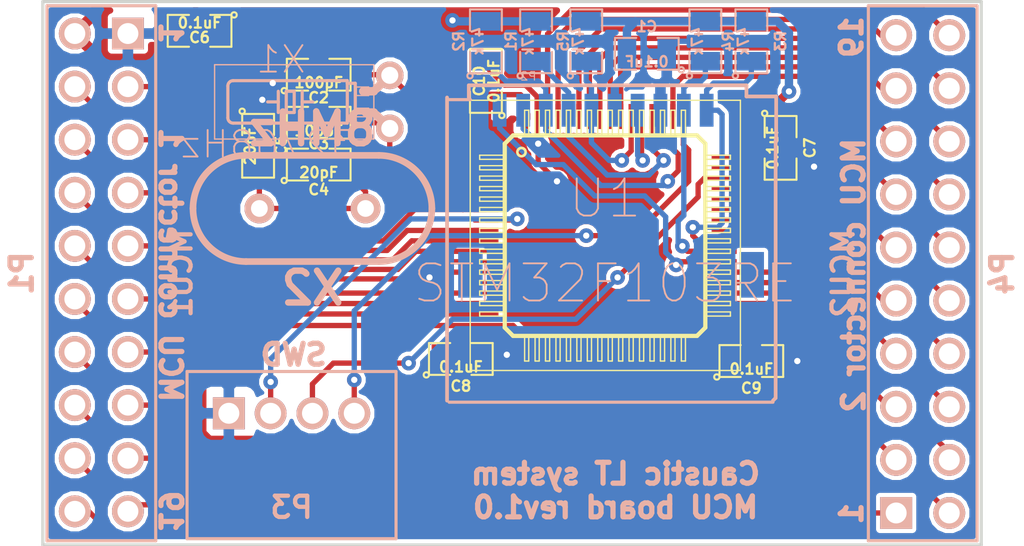
<source format=kicad_pcb>
(kicad_pcb (version 3) (host pcbnew "(2013-may-18)-stable")

  (general
    (links 96)
    (no_connects 0)
    (area 60.855 46.019561 109.445 72.175001)
    (thickness 1.6)
    (drawings 12)
    (tracks 461)
    (zones 0)
    (modules 22)
    (nets 55)
  )

  (page A3)
  (layers
    (15 F.Cu signal)
    (0 B.Cu signal)
    (16 B.Adhes user)
    (17 F.Adhes user)
    (18 B.Paste user)
    (19 F.Paste user)
    (20 B.SilkS user)
    (21 F.SilkS user)
    (22 B.Mask user)
    (23 F.Mask user)
    (24 Dwgs.User user)
    (25 Cmts.User user)
    (26 Eco1.User user)
    (27 Eco2.User user)
    (28 Edge.Cuts user)
  )

  (setup
    (last_trace_width 0.254)
    (trace_clearance 0.2)
    (zone_clearance 0.2)
    (zone_45_only no)
    (trace_min 0.254)
    (segment_width 0.2)
    (edge_width 0.15)
    (via_size 0.7)
    (via_drill 0.3)
    (via_min_size 0.7)
    (via_min_drill 0.3)
    (uvia_size 0.508)
    (uvia_drill 0.127)
    (uvias_allowed no)
    (uvia_min_size 0.508)
    (uvia_min_drill 0.127)
    (pcb_text_width 0.3)
    (pcb_text_size 1 1)
    (mod_edge_width 0.15)
    (mod_text_size 1 1)
    (mod_text_width 0.15)
    (pad_size 1 1)
    (pad_drill 0.6)
    (pad_to_mask_clearance 0)
    (aux_axis_origin 0 0)
    (visible_elements FFFFFFBF)
    (pcbplotparams
      (layerselection 282099713)
      (usegerberextensions true)
      (excludeedgelayer true)
      (linewidth 0.150000)
      (plotframeref false)
      (viasonmask false)
      (mode 1)
      (useauxorigin false)
      (hpglpennumber 1)
      (hpglpenspeed 20)
      (hpglpendiameter 15)
      (hpglpenoverlay 2)
      (psnegative false)
      (psa4output false)
      (plotreference true)
      (plotvalue false)
      (plotothertext true)
      (plotinvisibletext false)
      (padsonsilk false)
      (subtractmaskfromsilk false)
      (outputformat 1)
      (mirror false)
      (drillshape 0)
      (scaleselection 1)
      (outputdirectory plot/))
  )

  (net 0 "")
  (net 1 +3.3V)
  (net 2 GND)
  (net 3 N-000001)
  (net 4 N-0000010)
  (net 5 N-0000011)
  (net 6 N-0000012)
  (net 7 N-0000013)
  (net 8 N-0000014)
  (net 9 N-0000015)
  (net 10 N-0000016)
  (net 11 N-0000017)
  (net 12 N-0000018)
  (net 13 N-0000019)
  (net 14 N-000002)
  (net 15 N-0000020)
  (net 16 N-0000021)
  (net 17 N-0000022)
  (net 18 N-0000023)
  (net 19 N-0000024)
  (net 20 N-0000025)
  (net 21 N-0000026)
  (net 22 N-0000027)
  (net 23 N-0000028)
  (net 24 N-0000029)
  (net 25 N-000003)
  (net 26 N-0000030)
  (net 27 N-0000032)
  (net 28 N-0000033)
  (net 29 N-0000034)
  (net 30 N-0000035)
  (net 31 N-0000036)
  (net 32 N-0000037)
  (net 33 N-0000038)
  (net 34 N-0000039)
  (net 35 N-000004)
  (net 36 N-0000040)
  (net 37 N-0000041)
  (net 38 N-0000042)
  (net 39 N-0000043)
  (net 40 N-0000044)
  (net 41 N-0000045)
  (net 42 N-0000046)
  (net 43 N-0000047)
  (net 44 N-0000048)
  (net 45 N-0000049)
  (net 46 N-000005)
  (net 47 N-0000050)
  (net 48 N-0000052)
  (net 49 N-0000054)
  (net 50 N-0000055)
  (net 51 N-000006)
  (net 52 N-000007)
  (net 53 N-000008)
  (net 54 N-000009)

  (net_class Default "This is the default net class."
    (clearance 0.2)
    (trace_width 0.254)
    (via_dia 0.7)
    (via_drill 0.3)
    (uvia_dia 0.508)
    (uvia_drill 0.127)
    (add_net "")
    (add_net +3.3V)
    (add_net GND)
    (add_net N-000001)
    (add_net N-0000010)
    (add_net N-0000011)
    (add_net N-0000012)
    (add_net N-0000013)
    (add_net N-0000014)
    (add_net N-0000015)
    (add_net N-0000016)
    (add_net N-0000017)
    (add_net N-0000018)
    (add_net N-0000019)
    (add_net N-000002)
    (add_net N-0000020)
    (add_net N-0000021)
    (add_net N-0000022)
    (add_net N-0000023)
    (add_net N-0000024)
    (add_net N-0000025)
    (add_net N-0000026)
    (add_net N-0000027)
    (add_net N-0000028)
    (add_net N-0000029)
    (add_net N-000003)
    (add_net N-0000030)
    (add_net N-0000032)
    (add_net N-0000033)
    (add_net N-0000034)
    (add_net N-0000035)
    (add_net N-0000036)
    (add_net N-0000037)
    (add_net N-0000038)
    (add_net N-0000039)
    (add_net N-000004)
    (add_net N-0000040)
    (add_net N-0000041)
    (add_net N-0000042)
    (add_net N-0000043)
    (add_net N-0000044)
    (add_net N-0000045)
    (add_net N-0000046)
    (add_net N-0000047)
    (add_net N-0000048)
    (add_net N-0000049)
    (add_net N-000005)
    (add_net N-0000050)
    (add_net N-0000052)
    (add_net N-0000054)
    (add_net N-0000055)
    (add_net N-000006)
    (add_net N-000007)
    (add_net N-000008)
    (add_net N-000009)
  )

  (module SM0805 (layer F.Cu) (tedit 5091495C) (tstamp 5564B505)
    (at 70.2 47.5 180)
    (path /55641DCE)
    (attr smd)
    (fp_text reference C6 (at 0 -0.3175 180) (layer F.SilkS)
      (effects (font (size 0.50038 0.50038) (thickness 0.10922)))
    )
    (fp_text value 0.1uF (at 0 0.381 180) (layer F.SilkS)
      (effects (font (size 0.50038 0.50038) (thickness 0.10922)))
    )
    (fp_circle (center -1.651 0.762) (end -1.651 0.635) (layer F.SilkS) (width 0.09906))
    (fp_line (start -0.508 0.762) (end -1.524 0.762) (layer F.SilkS) (width 0.09906))
    (fp_line (start -1.524 0.762) (end -1.524 -0.762) (layer F.SilkS) (width 0.09906))
    (fp_line (start -1.524 -0.762) (end -0.508 -0.762) (layer F.SilkS) (width 0.09906))
    (fp_line (start 0.508 -0.762) (end 1.524 -0.762) (layer F.SilkS) (width 0.09906))
    (fp_line (start 1.524 -0.762) (end 1.524 0.762) (layer F.SilkS) (width 0.09906))
    (fp_line (start 1.524 0.762) (end 0.508 0.762) (layer F.SilkS) (width 0.09906))
    (pad 1 smd rect (at -0.9525 0 180) (size 0.889 1.397)
      (layers F.Cu F.Paste F.Mask)
      (net 1 +3.3V)
    )
    (pad 2 smd rect (at 0.9525 0 180) (size 0.889 1.397)
      (layers F.Cu F.Paste F.Mask)
      (net 2 GND)
    )
    (model smd/chip_cms.wrl
      (at (xyz 0 0 0))
      (scale (xyz 0.1 0.1 0.1))
      (rotate (xyz 0 0 0))
    )
  )

  (module SM0805 (layer B.Cu) (tedit 5565696C) (tstamp 5564B512)
    (at 88.7 48 90)
    (path /55643978)
    (attr smd)
    (fp_text reference R5 (at 0 -1.1 90) (layer B.SilkS)
      (effects (font (size 0.50038 0.50038) (thickness 0.10922)) (justify mirror))
    )
    (fp_text value 47k (at 0 -0.381 90) (layer B.SilkS)
      (effects (font (size 0.50038 0.50038) (thickness 0.10922)) (justify mirror))
    )
    (fp_circle (center -1.651 -0.762) (end -1.651 -0.635) (layer B.SilkS) (width 0.09906))
    (fp_line (start -0.508 -0.762) (end -1.524 -0.762) (layer B.SilkS) (width 0.09906))
    (fp_line (start -1.524 -0.762) (end -1.524 0.762) (layer B.SilkS) (width 0.09906))
    (fp_line (start -1.524 0.762) (end -0.508 0.762) (layer B.SilkS) (width 0.09906))
    (fp_line (start 0.508 0.762) (end 1.524 0.762) (layer B.SilkS) (width 0.09906))
    (fp_line (start 1.524 0.762) (end 1.524 -0.762) (layer B.SilkS) (width 0.09906))
    (fp_line (start 1.524 -0.762) (end 0.508 -0.762) (layer B.SilkS) (width 0.09906))
    (pad 1 smd rect (at -0.9525 0 90) (size 0.889 1.397)
      (layers B.Cu B.Paste B.Mask)
      (net 10 N-0000016)
    )
    (pad 2 smd rect (at 0.9525 0 90) (size 0.889 1.397)
      (layers B.Cu B.Paste B.Mask)
      (net 1 +3.3V)
    )
    (model smd/chip_cms.wrl
      (at (xyz 0 0 0))
      (scale (xyz 0.1 0.1 0.1))
      (rotate (xyz 0 0 0))
    )
  )

  (module SM0805 (layer B.Cu) (tedit 5565697F) (tstamp 5564B51F)
    (at 94.4 48 90)
    (path /55643559)
    (attr smd)
    (fp_text reference R4 (at 0 1.1 90) (layer B.SilkS)
      (effects (font (size 0.50038 0.50038) (thickness 0.10922)) (justify mirror))
    )
    (fp_text value 47k (at 0 -0.381 90) (layer B.SilkS)
      (effects (font (size 0.50038 0.50038) (thickness 0.10922)) (justify mirror))
    )
    (fp_circle (center -1.651 -0.762) (end -1.651 -0.635) (layer B.SilkS) (width 0.09906))
    (fp_line (start -0.508 -0.762) (end -1.524 -0.762) (layer B.SilkS) (width 0.09906))
    (fp_line (start -1.524 -0.762) (end -1.524 0.762) (layer B.SilkS) (width 0.09906))
    (fp_line (start -1.524 0.762) (end -0.508 0.762) (layer B.SilkS) (width 0.09906))
    (fp_line (start 0.508 0.762) (end 1.524 0.762) (layer B.SilkS) (width 0.09906))
    (fp_line (start 1.524 0.762) (end 1.524 -0.762) (layer B.SilkS) (width 0.09906))
    (fp_line (start 1.524 -0.762) (end 0.508 -0.762) (layer B.SilkS) (width 0.09906))
    (pad 1 smd rect (at -0.9525 0 90) (size 0.889 1.397)
      (layers B.Cu B.Paste B.Mask)
      (net 47 N-0000050)
    )
    (pad 2 smd rect (at 0.9525 0 90) (size 0.889 1.397)
      (layers B.Cu B.Paste B.Mask)
      (net 1 +3.3V)
    )
    (model smd/chip_cms.wrl
      (at (xyz 0 0 0))
      (scale (xyz 0.1 0.1 0.1))
      (rotate (xyz 0 0 0))
    )
  )

  (module SM0805 (layer B.Cu) (tedit 55656979) (tstamp 5564B52C)
    (at 96.6 48 90)
    (path /5564354A)
    (attr smd)
    (fp_text reference R3 (at 0 1.4 90) (layer B.SilkS)
      (effects (font (size 0.50038 0.50038) (thickness 0.10922)) (justify mirror))
    )
    (fp_text value 47k (at 0 -0.381 90) (layer B.SilkS)
      (effects (font (size 0.50038 0.50038) (thickness 0.10922)) (justify mirror))
    )
    (fp_circle (center -1.651 -0.762) (end -1.651 -0.635) (layer B.SilkS) (width 0.09906))
    (fp_line (start -0.508 -0.762) (end -1.524 -0.762) (layer B.SilkS) (width 0.09906))
    (fp_line (start -1.524 -0.762) (end -1.524 0.762) (layer B.SilkS) (width 0.09906))
    (fp_line (start -1.524 0.762) (end -0.508 0.762) (layer B.SilkS) (width 0.09906))
    (fp_line (start 0.508 0.762) (end 1.524 0.762) (layer B.SilkS) (width 0.09906))
    (fp_line (start 1.524 0.762) (end 1.524 -0.762) (layer B.SilkS) (width 0.09906))
    (fp_line (start 1.524 -0.762) (end 0.508 -0.762) (layer B.SilkS) (width 0.09906))
    (pad 1 smd rect (at -0.9525 0 90) (size 0.889 1.397)
      (layers B.Cu B.Paste B.Mask)
      (net 48 N-0000052)
    )
    (pad 2 smd rect (at 0.9525 0 90) (size 0.889 1.397)
      (layers B.Cu B.Paste B.Mask)
      (net 1 +3.3V)
    )
    (model smd/chip_cms.wrl
      (at (xyz 0 0 0))
      (scale (xyz 0.1 0.1 0.1))
      (rotate (xyz 0 0 0))
    )
  )

  (module SM0805 (layer B.Cu) (tedit 55656960) (tstamp 55656940)
    (at 83.9 48 90)
    (path /5564353B)
    (attr smd)
    (fp_text reference R2 (at 0 -1.3 90) (layer B.SilkS)
      (effects (font (size 0.50038 0.50038) (thickness 0.10922)) (justify mirror))
    )
    (fp_text value 47k (at 0 -0.381 90) (layer B.SilkS)
      (effects (font (size 0.50038 0.50038) (thickness 0.10922)) (justify mirror))
    )
    (fp_circle (center -1.651 -0.762) (end -1.651 -0.635) (layer B.SilkS) (width 0.09906))
    (fp_line (start -0.508 -0.762) (end -1.524 -0.762) (layer B.SilkS) (width 0.09906))
    (fp_line (start -1.524 -0.762) (end -1.524 0.762) (layer B.SilkS) (width 0.09906))
    (fp_line (start -1.524 0.762) (end -0.508 0.762) (layer B.SilkS) (width 0.09906))
    (fp_line (start 0.508 0.762) (end 1.524 0.762) (layer B.SilkS) (width 0.09906))
    (fp_line (start 1.524 0.762) (end 1.524 -0.762) (layer B.SilkS) (width 0.09906))
    (fp_line (start 1.524 -0.762) (end 0.508 -0.762) (layer B.SilkS) (width 0.09906))
    (pad 1 smd rect (at -0.9525 0 90) (size 0.889 1.397)
      (layers B.Cu B.Paste B.Mask)
      (net 11 N-0000017)
    )
    (pad 2 smd rect (at 0.9525 0 90) (size 0.889 1.397)
      (layers B.Cu B.Paste B.Mask)
      (net 1 +3.3V)
    )
    (model smd/chip_cms.wrl
      (at (xyz 0 0 0))
      (scale (xyz 0.1 0.1 0.1))
      (rotate (xyz 0 0 0))
    )
  )

  (module SM0805 (layer B.Cu) (tedit 55656967) (tstamp 5564B546)
    (at 86.3 48 90)
    (path /5564352C)
    (attr smd)
    (fp_text reference R1 (at 0 -1.2 90) (layer B.SilkS)
      (effects (font (size 0.50038 0.50038) (thickness 0.10922)) (justify mirror))
    )
    (fp_text value 47k (at 0 -0.381 90) (layer B.SilkS)
      (effects (font (size 0.50038 0.50038) (thickness 0.10922)) (justify mirror))
    )
    (fp_circle (center -1.651 -0.762) (end -1.651 -0.635) (layer B.SilkS) (width 0.09906))
    (fp_line (start -0.508 -0.762) (end -1.524 -0.762) (layer B.SilkS) (width 0.09906))
    (fp_line (start -1.524 -0.762) (end -1.524 0.762) (layer B.SilkS) (width 0.09906))
    (fp_line (start -1.524 0.762) (end -0.508 0.762) (layer B.SilkS) (width 0.09906))
    (fp_line (start 0.508 0.762) (end 1.524 0.762) (layer B.SilkS) (width 0.09906))
    (fp_line (start 1.524 0.762) (end 1.524 -0.762) (layer B.SilkS) (width 0.09906))
    (fp_line (start 1.524 -0.762) (end 0.508 -0.762) (layer B.SilkS) (width 0.09906))
    (pad 1 smd rect (at -0.9525 0 90) (size 0.889 1.397)
      (layers B.Cu B.Paste B.Mask)
      (net 12 N-0000018)
    )
    (pad 2 smd rect (at 0.9525 0 90) (size 0.889 1.397)
      (layers B.Cu B.Paste B.Mask)
      (net 1 +3.3V)
    )
    (model smd/chip_cms.wrl
      (at (xyz 0 0 0))
      (scale (xyz 0.1 0.1 0.1))
      (rotate (xyz 0 0 0))
    )
  )

  (module SM0805 (layer B.Cu) (tedit 55656971) (tstamp 5564B553)
    (at 91.6 48.6 180)
    (path /55643130)
    (attr smd)
    (fp_text reference C1 (at 0 1.3 180) (layer B.SilkS)
      (effects (font (size 0.50038 0.50038) (thickness 0.10922)) (justify mirror))
    )
    (fp_text value 0.1uF (at 0 -0.381 180) (layer B.SilkS)
      (effects (font (size 0.50038 0.50038) (thickness 0.10922)) (justify mirror))
    )
    (fp_circle (center -1.651 -0.762) (end -1.651 -0.635) (layer B.SilkS) (width 0.09906))
    (fp_line (start -0.508 -0.762) (end -1.524 -0.762) (layer B.SilkS) (width 0.09906))
    (fp_line (start -1.524 -0.762) (end -1.524 0.762) (layer B.SilkS) (width 0.09906))
    (fp_line (start -1.524 0.762) (end -0.508 0.762) (layer B.SilkS) (width 0.09906))
    (fp_line (start 0.508 0.762) (end 1.524 0.762) (layer B.SilkS) (width 0.09906))
    (fp_line (start 1.524 0.762) (end 1.524 -0.762) (layer B.SilkS) (width 0.09906))
    (fp_line (start 1.524 -0.762) (end 0.508 -0.762) (layer B.SilkS) (width 0.09906))
    (pad 1 smd rect (at -0.9525 0 180) (size 0.889 1.397)
      (layers B.Cu B.Paste B.Mask)
      (net 2 GND)
    )
    (pad 2 smd rect (at 0.9525 0 180) (size 0.889 1.397)
      (layers B.Cu B.Paste B.Mask)
      (net 1 +3.3V)
    )
    (model smd/chip_cms.wrl
      (at (xyz 0 0 0))
      (scale (xyz 0.1 0.1 0.1))
      (rotate (xyz 0 0 0))
    )
  )

  (module SM0805 (layer F.Cu) (tedit 556569CC) (tstamp 5564B560)
    (at 75.9 51.9)
    (path /55642A82)
    (attr smd)
    (fp_text reference C3 (at 0 1) (layer F.SilkS)
      (effects (font (size 0.50038 0.50038) (thickness 0.10922)))
    )
    (fp_text value 100pF (at 0 0.381) (layer F.SilkS)
      (effects (font (size 0.50038 0.50038) (thickness 0.10922)))
    )
    (fp_circle (center -1.651 0.762) (end -1.651 0.635) (layer F.SilkS) (width 0.09906))
    (fp_line (start -0.508 0.762) (end -1.524 0.762) (layer F.SilkS) (width 0.09906))
    (fp_line (start -1.524 0.762) (end -1.524 -0.762) (layer F.SilkS) (width 0.09906))
    (fp_line (start -1.524 -0.762) (end -0.508 -0.762) (layer F.SilkS) (width 0.09906))
    (fp_line (start 0.508 -0.762) (end 1.524 -0.762) (layer F.SilkS) (width 0.09906))
    (fp_line (start 1.524 -0.762) (end 1.524 0.762) (layer F.SilkS) (width 0.09906))
    (fp_line (start 1.524 0.762) (end 0.508 0.762) (layer F.SilkS) (width 0.09906))
    (pad 1 smd rect (at -0.9525 0) (size 0.889 1.397)
      (layers F.Cu F.Paste F.Mask)
      (net 2 GND)
    )
    (pad 2 smd rect (at 0.9525 0) (size 0.889 1.397)
      (layers F.Cu F.Paste F.Mask)
      (net 27 N-0000032)
    )
    (model smd/chip_cms.wrl
      (at (xyz 0 0 0))
      (scale (xyz 0.1 0.1 0.1))
      (rotate (xyz 0 0 0))
    )
  )

  (module SM0805 (layer F.Cu) (tedit 556569C7) (tstamp 5564B56D)
    (at 75.9 49.6)
    (path /55642A50)
    (attr smd)
    (fp_text reference C2 (at 0 1.1) (layer F.SilkS)
      (effects (font (size 0.50038 0.50038) (thickness 0.10922)))
    )
    (fp_text value 100pF (at 0 0.381) (layer F.SilkS)
      (effects (font (size 0.50038 0.50038) (thickness 0.10922)))
    )
    (fp_circle (center -1.651 0.762) (end -1.651 0.635) (layer F.SilkS) (width 0.09906))
    (fp_line (start -0.508 0.762) (end -1.524 0.762) (layer F.SilkS) (width 0.09906))
    (fp_line (start -1.524 0.762) (end -1.524 -0.762) (layer F.SilkS) (width 0.09906))
    (fp_line (start -1.524 -0.762) (end -0.508 -0.762) (layer F.SilkS) (width 0.09906))
    (fp_line (start 0.508 -0.762) (end 1.524 -0.762) (layer F.SilkS) (width 0.09906))
    (fp_line (start 1.524 -0.762) (end 1.524 0.762) (layer F.SilkS) (width 0.09906))
    (fp_line (start 1.524 0.762) (end 0.508 0.762) (layer F.SilkS) (width 0.09906))
    (pad 1 smd rect (at -0.9525 0) (size 0.889 1.397)
      (layers F.Cu F.Paste F.Mask)
      (net 2 GND)
    )
    (pad 2 smd rect (at 0.9525 0) (size 0.889 1.397)
      (layers F.Cu F.Paste F.Mask)
      (net 28 N-0000033)
    )
    (model smd/chip_cms.wrl
      (at (xyz 0 0 0))
      (scale (xyz 0.1 0.1 0.1))
      (rotate (xyz 0 0 0))
    )
  )

  (module SM0805 (layer F.Cu) (tedit 556569DA) (tstamp 5564B57A)
    (at 73 53 270)
    (path /55642035)
    (attr smd)
    (fp_text reference C5 (at 0 -1.1 270) (layer F.SilkS)
      (effects (font (size 0.50038 0.50038) (thickness 0.10922)))
    )
    (fp_text value 20pF (at 0 0.381 270) (layer F.SilkS)
      (effects (font (size 0.50038 0.50038) (thickness 0.10922)))
    )
    (fp_circle (center -1.651 0.762) (end -1.651 0.635) (layer F.SilkS) (width 0.09906))
    (fp_line (start -0.508 0.762) (end -1.524 0.762) (layer F.SilkS) (width 0.09906))
    (fp_line (start -1.524 0.762) (end -1.524 -0.762) (layer F.SilkS) (width 0.09906))
    (fp_line (start -1.524 -0.762) (end -0.508 -0.762) (layer F.SilkS) (width 0.09906))
    (fp_line (start 0.508 -0.762) (end 1.524 -0.762) (layer F.SilkS) (width 0.09906))
    (fp_line (start 1.524 -0.762) (end 1.524 0.762) (layer F.SilkS) (width 0.09906))
    (fp_line (start 1.524 0.762) (end 0.508 0.762) (layer F.SilkS) (width 0.09906))
    (pad 1 smd rect (at -0.9525 0 270) (size 0.889 1.397)
      (layers F.Cu F.Paste F.Mask)
      (net 2 GND)
    )
    (pad 2 smd rect (at 0.9525 0 270) (size 0.889 1.397)
      (layers F.Cu F.Paste F.Mask)
      (net 45 N-0000049)
    )
    (model smd/chip_cms.wrl
      (at (xyz 0 0 0))
      (scale (xyz 0.1 0.1 0.1))
      (rotate (xyz 0 0 0))
    )
  )

  (module SM0805 (layer F.Cu) (tedit 556569D3) (tstamp 5564B587)
    (at 75.9 53.9)
    (path /5564200D)
    (attr smd)
    (fp_text reference C4 (at 0 1.2) (layer F.SilkS)
      (effects (font (size 0.50038 0.50038) (thickness 0.10922)))
    )
    (fp_text value 20pF (at 0 0.381) (layer F.SilkS)
      (effects (font (size 0.50038 0.50038) (thickness 0.10922)))
    )
    (fp_circle (center -1.651 0.762) (end -1.651 0.635) (layer F.SilkS) (width 0.09906))
    (fp_line (start -0.508 0.762) (end -1.524 0.762) (layer F.SilkS) (width 0.09906))
    (fp_line (start -1.524 0.762) (end -1.524 -0.762) (layer F.SilkS) (width 0.09906))
    (fp_line (start -1.524 -0.762) (end -0.508 -0.762) (layer F.SilkS) (width 0.09906))
    (fp_line (start 0.508 -0.762) (end 1.524 -0.762) (layer F.SilkS) (width 0.09906))
    (fp_line (start 1.524 -0.762) (end 1.524 0.762) (layer F.SilkS) (width 0.09906))
    (fp_line (start 1.524 0.762) (end 0.508 0.762) (layer F.SilkS) (width 0.09906))
    (pad 1 smd rect (at -0.9525 0) (size 0.889 1.397)
      (layers F.Cu F.Paste F.Mask)
      (net 2 GND)
    )
    (pad 2 smd rect (at 0.9525 0) (size 0.889 1.397)
      (layers F.Cu F.Paste F.Mask)
      (net 50 N-0000055)
    )
    (model smd/chip_cms.wrl
      (at (xyz 0 0 0))
      (scale (xyz 0.1 0.1 0.1))
      (rotate (xyz 0 0 0))
    )
  )

  (module SM0805 (layer F.Cu) (tedit 5091495C) (tstamp 5564B594)
    (at 83.9 49.9 90)
    (path /55641E0A)
    (attr smd)
    (fp_text reference C10 (at 0 -0.3175 90) (layer F.SilkS)
      (effects (font (size 0.50038 0.50038) (thickness 0.10922)))
    )
    (fp_text value 0.1uF (at 0 0.381 90) (layer F.SilkS)
      (effects (font (size 0.50038 0.50038) (thickness 0.10922)))
    )
    (fp_circle (center -1.651 0.762) (end -1.651 0.635) (layer F.SilkS) (width 0.09906))
    (fp_line (start -0.508 0.762) (end -1.524 0.762) (layer F.SilkS) (width 0.09906))
    (fp_line (start -1.524 0.762) (end -1.524 -0.762) (layer F.SilkS) (width 0.09906))
    (fp_line (start -1.524 -0.762) (end -0.508 -0.762) (layer F.SilkS) (width 0.09906))
    (fp_line (start 0.508 -0.762) (end 1.524 -0.762) (layer F.SilkS) (width 0.09906))
    (fp_line (start 1.524 -0.762) (end 1.524 0.762) (layer F.SilkS) (width 0.09906))
    (fp_line (start 1.524 0.762) (end 0.508 0.762) (layer F.SilkS) (width 0.09906))
    (pad 1 smd rect (at -0.9525 0 90) (size 0.889 1.397)
      (layers F.Cu F.Paste F.Mask)
      (net 1 +3.3V)
    )
    (pad 2 smd rect (at 0.9525 0 90) (size 0.889 1.397)
      (layers F.Cu F.Paste F.Mask)
      (net 2 GND)
    )
    (model smd/chip_cms.wrl
      (at (xyz 0 0 0))
      (scale (xyz 0.1 0.1 0.1))
      (rotate (xyz 0 0 0))
    )
  )

  (module SM0805 (layer F.Cu) (tedit 55656993) (tstamp 5564B5A1)
    (at 96.6 63.3)
    (path /55641DFB)
    (attr smd)
    (fp_text reference C9 (at 0 1.3) (layer F.SilkS)
      (effects (font (size 0.50038 0.50038) (thickness 0.10922)))
    )
    (fp_text value 0.1uF (at 0 0.381) (layer F.SilkS)
      (effects (font (size 0.50038 0.50038) (thickness 0.10922)))
    )
    (fp_circle (center -1.651 0.762) (end -1.651 0.635) (layer F.SilkS) (width 0.09906))
    (fp_line (start -0.508 0.762) (end -1.524 0.762) (layer F.SilkS) (width 0.09906))
    (fp_line (start -1.524 0.762) (end -1.524 -0.762) (layer F.SilkS) (width 0.09906))
    (fp_line (start -1.524 -0.762) (end -0.508 -0.762) (layer F.SilkS) (width 0.09906))
    (fp_line (start 0.508 -0.762) (end 1.524 -0.762) (layer F.SilkS) (width 0.09906))
    (fp_line (start 1.524 -0.762) (end 1.524 0.762) (layer F.SilkS) (width 0.09906))
    (fp_line (start 1.524 0.762) (end 0.508 0.762) (layer F.SilkS) (width 0.09906))
    (pad 1 smd rect (at -0.9525 0) (size 0.889 1.397)
      (layers F.Cu F.Paste F.Mask)
      (net 1 +3.3V)
    )
    (pad 2 smd rect (at 0.9525 0) (size 0.889 1.397)
      (layers F.Cu F.Paste F.Mask)
      (net 2 GND)
    )
    (model smd/chip_cms.wrl
      (at (xyz 0 0 0))
      (scale (xyz 0.1 0.1 0.1))
      (rotate (xyz 0 0 0))
    )
  )

  (module SM0805 (layer F.Cu) (tedit 5565699A) (tstamp 5564B5AE)
    (at 82.7 63.2)
    (path /55641DEC)
    (attr smd)
    (fp_text reference C8 (at 0 1.3) (layer F.SilkS)
      (effects (font (size 0.50038 0.50038) (thickness 0.10922)))
    )
    (fp_text value 0.1uF (at 0 0.381) (layer F.SilkS)
      (effects (font (size 0.50038 0.50038) (thickness 0.10922)))
    )
    (fp_circle (center -1.651 0.762) (end -1.651 0.635) (layer F.SilkS) (width 0.09906))
    (fp_line (start -0.508 0.762) (end -1.524 0.762) (layer F.SilkS) (width 0.09906))
    (fp_line (start -1.524 0.762) (end -1.524 -0.762) (layer F.SilkS) (width 0.09906))
    (fp_line (start -1.524 -0.762) (end -0.508 -0.762) (layer F.SilkS) (width 0.09906))
    (fp_line (start 0.508 -0.762) (end 1.524 -0.762) (layer F.SilkS) (width 0.09906))
    (fp_line (start 1.524 -0.762) (end 1.524 0.762) (layer F.SilkS) (width 0.09906))
    (fp_line (start 1.524 0.762) (end 0.508 0.762) (layer F.SilkS) (width 0.09906))
    (pad 1 smd rect (at -0.9525 0) (size 0.889 1.397)
      (layers F.Cu F.Paste F.Mask)
      (net 1 +3.3V)
    )
    (pad 2 smd rect (at 0.9525 0) (size 0.889 1.397)
      (layers F.Cu F.Paste F.Mask)
      (net 2 GND)
    )
    (model smd/chip_cms.wrl
      (at (xyz 0 0 0))
      (scale (xyz 0.1 0.1 0.1))
      (rotate (xyz 0 0 0))
    )
  )

  (module SM0805 (layer F.Cu) (tedit 55656987) (tstamp 5564B5BB)
    (at 98 53.1 270)
    (path /55641DDD)
    (attr smd)
    (fp_text reference C7 (at 0 -1.4 270) (layer F.SilkS)
      (effects (font (size 0.50038 0.50038) (thickness 0.10922)))
    )
    (fp_text value 0.1uF (at 0 0.381 270) (layer F.SilkS)
      (effects (font (size 0.50038 0.50038) (thickness 0.10922)))
    )
    (fp_circle (center -1.651 0.762) (end -1.651 0.635) (layer F.SilkS) (width 0.09906))
    (fp_line (start -0.508 0.762) (end -1.524 0.762) (layer F.SilkS) (width 0.09906))
    (fp_line (start -1.524 0.762) (end -1.524 -0.762) (layer F.SilkS) (width 0.09906))
    (fp_line (start -1.524 -0.762) (end -0.508 -0.762) (layer F.SilkS) (width 0.09906))
    (fp_line (start 0.508 -0.762) (end 1.524 -0.762) (layer F.SilkS) (width 0.09906))
    (fp_line (start 1.524 -0.762) (end 1.524 0.762) (layer F.SilkS) (width 0.09906))
    (fp_line (start 1.524 0.762) (end 0.508 0.762) (layer F.SilkS) (width 0.09906))
    (pad 1 smd rect (at -0.9525 0 270) (size 0.889 1.397)
      (layers F.Cu F.Paste F.Mask)
      (net 1 +3.3V)
    )
    (pad 2 smd rect (at 0.9525 0 270) (size 0.889 1.397)
      (layers F.Cu F.Paste F.Mask)
      (net 2 GND)
    )
    (model smd/chip_cms.wrl
      (at (xyz 0 0 0))
      (scale (xyz 0.1 0.1 0.1))
      (rotate (xyz 0 0 0))
    )
  )

  (module pin_array_10x2 (layer B.Cu) (tedit 5564B49A) (tstamp 5564B5D7)
    (at 65.5 59.1 270)
    (tags CONN)
    (path /55643F29)
    (fp_text reference P1 (at 0 3.81 270) (layer B.SilkS)
      (effects (font (size 1.016 1.016) (thickness 0.254)) (justify mirror))
    )
    (fp_text value MCU1 (at 0 -3.81 270) (layer B.SilkS)
      (effects (font (size 1.016 1.016) (thickness 0.2032)) (justify mirror))
    )
    (fp_line (start -12.8 2.6) (end 12.8 2.6) (layer B.SilkS) (width 0.15))
    (fp_line (start 12.8 2.6) (end 12.8 -2.6) (layer B.SilkS) (width 0.15))
    (fp_line (start 12.8 -2.6) (end -12.8 -2.6) (layer B.SilkS) (width 0.15))
    (fp_line (start -12.8 -2.6) (end -12.8 2.6) (layer B.SilkS) (width 0.15))
    (pad 1 thru_hole rect (at -11.47 -1.27 270) (size 1.524 1.524) (drill 1)
      (layers *.Cu *.Mask B.SilkS)
      (net 2 GND)
    )
    (pad 2 thru_hole circle (at -11.47 1.27 270) (size 1.524 1.524) (drill 1)
      (layers *.Cu *.Mask B.SilkS)
      (net 1 +3.3V)
    )
    (pad 3 thru_hole circle (at -8.93 -1.27 270) (size 1.524 1.524) (drill 1)
      (layers *.Cu *.Mask B.SilkS)
      (net 9 N-0000015)
    )
    (pad 4 thru_hole circle (at -8.93 1.27 270) (size 1.524 1.524) (drill 1)
      (layers *.Cu *.Mask B.SilkS)
      (net 8 N-0000014)
    )
    (pad 5 thru_hole circle (at -6.39 -1.27 270) (size 1.524 1.524) (drill 1)
      (layers *.Cu *.Mask B.SilkS)
      (net 7 N-0000013)
    )
    (pad 6 thru_hole circle (at -6.39 1.27 270) (size 1.524 1.524) (drill 1)
      (layers *.Cu *.Mask B.SilkS)
      (net 6 N-0000012)
    )
    (pad 7 thru_hole circle (at -3.85 -1.27 270) (size 1.524 1.524) (drill 1)
      (layers *.Cu *.Mask B.SilkS)
      (net 53 N-000008)
    )
    (pad 8 thru_hole circle (at -3.85 1.27 270) (size 1.524 1.524) (drill 1)
      (layers *.Cu *.Mask B.SilkS)
      (net 52 N-000007)
    )
    (pad 9 thru_hole circle (at -1.31 -1.27 270) (size 1.524 1.524) (drill 1)
      (layers *.Cu *.Mask B.SilkS)
      (net 51 N-000006)
    )
    (pad 10 thru_hole circle (at -1.31 1.27 270) (size 1.524 1.524) (drill 1)
      (layers *.Cu *.Mask B.SilkS)
      (net 46 N-000005)
    )
    (pad 11 thru_hole circle (at 1.23 -1.27 270) (size 1.524 1.524) (drill 1)
      (layers *.Cu *.Mask B.SilkS)
      (net 35 N-000004)
    )
    (pad 12 thru_hole circle (at 1.23 1.27 270) (size 1.524 1.524) (drill 1)
      (layers *.Cu *.Mask B.SilkS)
      (net 25 N-000003)
    )
    (pad 13 thru_hole circle (at 3.77 -1.27 270) (size 1.524 1.524) (drill 1)
      (layers *.Cu *.Mask B.SilkS)
      (net 14 N-000002)
    )
    (pad 14 thru_hole circle (at 3.77 1.27 270) (size 1.524 1.524) (drill 1)
      (layers *.Cu *.Mask B.SilkS)
      (net 3 N-000001)
    )
    (pad 15 thru_hole circle (at 6.31 -1.27 270) (size 1.524 1.524) (drill 1)
      (layers *.Cu *.Mask B.SilkS)
      (net 5 N-0000011)
    )
    (pad 16 thru_hole circle (at 6.31 1.27 270) (size 1.524 1.524) (drill 1)
      (layers *.Cu *.Mask B.SilkS)
      (net 4 N-0000010)
    )
    (pad 17 thru_hole circle (at 8.85 -1.27 270) (size 1.524 1.524) (drill 1)
      (layers *.Cu *.Mask B.SilkS)
      (net 54 N-000009)
    )
    (pad 18 thru_hole circle (at 8.85 1.27 270) (size 1.524 1.524) (drill 1)
      (layers *.Cu *.Mask B.SilkS)
      (net 34 N-0000039)
    )
    (pad 19 thru_hole circle (at 11.39 -1.27 270) (size 1.524 1.524) (drill 1)
      (layers *.Cu *.Mask B.SilkS)
      (net 33 N-0000038)
    )
    (pad 20 thru_hole circle (at 11.39 1.27 270) (size 1.524 1.524) (drill 1)
      (layers *.Cu *.Mask B.SilkS)
      (net 32 N-0000037)
    )
  )

  (module pin_array_10x2 (layer B.Cu) (tedit 5564B49A) (tstamp 5564BE88)
    (at 104.8 59.1 90)
    (tags CONN)
    (path /55643F38)
    (fp_text reference P4 (at 0 3.81 90) (layer B.SilkS)
      (effects (font (size 1.016 1.016) (thickness 0.254)) (justify mirror))
    )
    (fp_text value MCU2 (at 0 -3.81 90) (layer B.SilkS)
      (effects (font (size 1.016 1.016) (thickness 0.2032)) (justify mirror))
    )
    (fp_line (start -12.8 2.6) (end 12.8 2.6) (layer B.SilkS) (width 0.15))
    (fp_line (start 12.8 2.6) (end 12.8 -2.6) (layer B.SilkS) (width 0.15))
    (fp_line (start 12.8 -2.6) (end -12.8 -2.6) (layer B.SilkS) (width 0.15))
    (fp_line (start -12.8 -2.6) (end -12.8 2.6) (layer B.SilkS) (width 0.15))
    (pad 1 thru_hole rect (at -11.47 -1.27 90) (size 1.524 1.524) (drill 1)
      (layers *.Cu *.Mask B.SilkS)
      (net 31 N-0000036)
    )
    (pad 2 thru_hole circle (at -11.47 1.27 90) (size 1.524 1.524) (drill 1)
      (layers *.Cu *.Mask B.SilkS)
      (net 30 N-0000035)
    )
    (pad 3 thru_hole circle (at -8.93 -1.27 90) (size 1.524 1.524) (drill 1)
      (layers *.Cu *.Mask B.SilkS)
      (net 29 N-0000034)
    )
    (pad 4 thru_hole circle (at -8.93 1.27 90) (size 1.524 1.524) (drill 1)
      (layers *.Cu *.Mask B.SilkS)
      (net 44 N-0000048)
    )
    (pad 5 thru_hole circle (at -6.39 -1.27 90) (size 1.524 1.524) (drill 1)
      (layers *.Cu *.Mask B.SilkS)
      (net 43 N-0000047)
    )
    (pad 6 thru_hole circle (at -6.39 1.27 90) (size 1.524 1.524) (drill 1)
      (layers *.Cu *.Mask B.SilkS)
      (net 42 N-0000046)
    )
    (pad 7 thru_hole circle (at -3.85 -1.27 90) (size 1.524 1.524) (drill 1)
      (layers *.Cu *.Mask B.SilkS)
      (net 41 N-0000045)
    )
    (pad 8 thru_hole circle (at -3.85 1.27 90) (size 1.524 1.524) (drill 1)
      (layers *.Cu *.Mask B.SilkS)
      (net 40 N-0000044)
    )
    (pad 9 thru_hole circle (at -1.31 -1.27 90) (size 1.524 1.524) (drill 1)
      (layers *.Cu *.Mask B.SilkS)
      (net 39 N-0000043)
    )
    (pad 10 thru_hole circle (at -1.31 1.27 90) (size 1.524 1.524) (drill 1)
      (layers *.Cu *.Mask B.SilkS)
      (net 38 N-0000042)
    )
    (pad 11 thru_hole circle (at 1.23 -1.27 90) (size 1.524 1.524) (drill 1)
      (layers *.Cu *.Mask B.SilkS)
      (net 37 N-0000041)
    )
    (pad 12 thru_hole circle (at 1.23 1.27 90) (size 1.524 1.524) (drill 1)
      (layers *.Cu *.Mask B.SilkS)
      (net 36 N-0000040)
    )
    (pad 13 thru_hole circle (at 3.77 -1.27 90) (size 1.524 1.524) (drill 1)
      (layers *.Cu *.Mask B.SilkS)
      (net 22 N-0000027)
    )
    (pad 14 thru_hole circle (at 3.77 1.27 90) (size 1.524 1.524) (drill 1)
      (layers *.Cu *.Mask B.SilkS)
      (net 21 N-0000026)
    )
    (pad 15 thru_hole circle (at 6.31 -1.27 90) (size 1.524 1.524) (drill 1)
      (layers *.Cu *.Mask B.SilkS)
      (net 20 N-0000025)
    )
    (pad 16 thru_hole circle (at 6.31 1.27 90) (size 1.524 1.524) (drill 1)
      (layers *.Cu *.Mask B.SilkS)
      (net 19 N-0000024)
    )
    (pad 17 thru_hole circle (at 8.85 -1.27 90) (size 1.524 1.524) (drill 1)
      (layers *.Cu *.Mask B.SilkS)
      (net 18 N-0000023)
    )
    (pad 18 thru_hole circle (at 8.85 1.27 90) (size 1.524 1.524) (drill 1)
      (layers *.Cu *.Mask B.SilkS)
      (net 17 N-0000022)
    )
    (pad 19 thru_hole circle (at 11.39 -1.27 90) (size 1.524 1.524) (drill 1)
      (layers *.Cu *.Mask B.SilkS)
      (net 16 N-0000021)
    )
    (pad 20 thru_hole circle (at 11.39 1.27 90) (size 1.524 1.524) (drill 1)
      (layers *.Cu *.Mask B.SilkS)
      (net 15 N-0000020)
    )
  )

  (module PIN_ARRAY-4X1-2mm-horiz (layer B.Cu) (tedit 54E63A57) (tstamp 5564B5FF)
    (at 74.6 65.8)
    (descr "Connector 7 pins")
    (tags "CONN DEV")
    (path /5564B13A)
    (fp_text reference P3 (at 0 4.5) (layer B.SilkS)
      (effects (font (size 1.016 1.016) (thickness 0.2032)) (justify mirror))
    )
    (fp_text value SWD (at 0 2.5) (layer B.SilkS) hide
      (effects (font (size 1.016 0.889) (thickness 0.2032)) (justify mirror))
    )
    (fp_line (start -5 -2) (end 5 -2) (layer B.SilkS) (width 0.15))
    (fp_line (start 5 -2) (end 5 6) (layer B.SilkS) (width 0.15))
    (fp_line (start 5 6) (end -5 6) (layer B.SilkS) (width 0.15))
    (fp_line (start -5 -2) (end -5 6) (layer B.SilkS) (width 0.15))
    (pad 1 thru_hole rect (at -3 0) (size 1.524 1.524) (drill 1)
      (layers *.Cu *.Mask B.SilkS)
      (net 2 GND)
    )
    (pad 2 thru_hole circle (at -1 0) (size 1.524 1.524) (drill 1)
      (layers *.Cu *.Mask B.SilkS)
      (net 24 N-0000029)
    )
    (pad 3 thru_hole circle (at 1 0) (size 1.524 1.524) (drill 1)
      (layers *.Cu *.Mask B.SilkS)
      (net 26 N-0000030)
    )
    (pad 4 thru_hole circle (at 3 0) (size 1.524 1.524) (drill 1)
      (layers *.Cu *.Mask B.SilkS)
      (net 23 N-0000028)
    )
  )

  (module LQFP64-0.254mm-pins (layer F.Cu) (tedit 5495ADCD) (tstamp 5564B770)
    (at 89.6 57.3)
    (descr "QUAD FLAT PACK")
    (tags "QUAD FLAT PACK")
    (path /55641DBF)
    (attr smd)
    (fp_text reference U1 (at 0 -1.778) (layer B.SilkS)
      (effects (font (size 1.778 1.778) (thickness 0.0889)))
    )
    (fp_text value STM32F103RE (at 0 2.286) (layer B.SilkS)
      (effects (font (size 1.778 1.778) (thickness 0.0889)))
    )
    (fp_line (start -5.99948 -3.64998) (end -4.79806 -3.64998) (layer F.SilkS) (width 0.06604))
    (fp_line (start -4.79806 -3.64998) (end -4.79806 -3.8481) (layer F.SilkS) (width 0.06604))
    (fp_line (start -5.99948 -3.8481) (end -4.79806 -3.8481) (layer F.SilkS) (width 0.06604))
    (fp_line (start -5.99948 -3.64998) (end -5.99948 -3.8481) (layer F.SilkS) (width 0.06604))
    (fp_line (start -5.99948 -3.1496) (end -4.79806 -3.1496) (layer F.SilkS) (width 0.06604))
    (fp_line (start -4.79806 -3.1496) (end -4.79806 -3.34772) (layer F.SilkS) (width 0.06604))
    (fp_line (start -5.99948 -3.34772) (end -4.79806 -3.34772) (layer F.SilkS) (width 0.06604))
    (fp_line (start -5.99948 -3.1496) (end -5.99948 -3.34772) (layer F.SilkS) (width 0.06604))
    (fp_line (start -5.99948 -2.64922) (end -4.79806 -2.64922) (layer F.SilkS) (width 0.06604))
    (fp_line (start -4.79806 -2.64922) (end -4.79806 -2.84988) (layer F.SilkS) (width 0.06604))
    (fp_line (start -5.99948 -2.84988) (end -4.79806 -2.84988) (layer F.SilkS) (width 0.06604))
    (fp_line (start -5.99948 -2.64922) (end -5.99948 -2.84988) (layer F.SilkS) (width 0.06604))
    (fp_line (start -5.99948 -2.14884) (end -4.79806 -2.14884) (layer F.SilkS) (width 0.06604))
    (fp_line (start -4.79806 -2.14884) (end -4.79806 -2.3495) (layer F.SilkS) (width 0.06604))
    (fp_line (start -5.99948 -2.3495) (end -4.79806 -2.3495) (layer F.SilkS) (width 0.06604))
    (fp_line (start -5.99948 -2.14884) (end -5.99948 -2.3495) (layer F.SilkS) (width 0.06604))
    (fp_line (start -5.99948 -1.64846) (end -4.79806 -1.64846) (layer F.SilkS) (width 0.06604))
    (fp_line (start -4.79806 -1.64846) (end -4.79806 -1.84912) (layer F.SilkS) (width 0.06604))
    (fp_line (start -5.99948 -1.84912) (end -4.79806 -1.84912) (layer F.SilkS) (width 0.06604))
    (fp_line (start -5.99948 -1.64846) (end -5.99948 -1.84912) (layer F.SilkS) (width 0.06604))
    (fp_line (start -5.99948 -1.14808) (end -4.79806 -1.14808) (layer F.SilkS) (width 0.06604))
    (fp_line (start -4.79806 -1.14808) (end -4.79806 -1.34874) (layer F.SilkS) (width 0.06604))
    (fp_line (start -5.99948 -1.34874) (end -4.79806 -1.34874) (layer F.SilkS) (width 0.06604))
    (fp_line (start -5.99948 -1.14808) (end -5.99948 -1.34874) (layer F.SilkS) (width 0.06604))
    (fp_line (start -5.99948 -0.6477) (end -4.79806 -0.6477) (layer F.SilkS) (width 0.06604))
    (fp_line (start -4.79806 -0.6477) (end -4.79806 -0.84836) (layer F.SilkS) (width 0.06604))
    (fp_line (start -5.99948 -0.84836) (end -4.79806 -0.84836) (layer F.SilkS) (width 0.06604))
    (fp_line (start -5.99948 -0.6477) (end -5.99948 -0.84836) (layer F.SilkS) (width 0.06604))
    (fp_line (start -5.99948 -0.14986) (end -4.79806 -0.14986) (layer F.SilkS) (width 0.06604))
    (fp_line (start -4.79806 -0.14986) (end -4.79806 -0.34798) (layer F.SilkS) (width 0.06604))
    (fp_line (start -5.99948 -0.34798) (end -4.79806 -0.34798) (layer F.SilkS) (width 0.06604))
    (fp_line (start -5.99948 -0.14986) (end -5.99948 -0.34798) (layer F.SilkS) (width 0.06604))
    (fp_line (start -5.99948 0.34798) (end -4.79806 0.34798) (layer F.SilkS) (width 0.06604))
    (fp_line (start -4.79806 0.34798) (end -4.79806 0.14986) (layer F.SilkS) (width 0.06604))
    (fp_line (start -5.99948 0.14986) (end -4.79806 0.14986) (layer F.SilkS) (width 0.06604))
    (fp_line (start -5.99948 0.34798) (end -5.99948 0.14986) (layer F.SilkS) (width 0.06604))
    (fp_line (start -5.99948 0.84836) (end -4.79806 0.84836) (layer F.SilkS) (width 0.06604))
    (fp_line (start -4.79806 0.84836) (end -4.79806 0.6477) (layer F.SilkS) (width 0.06604))
    (fp_line (start -5.99948 0.6477) (end -4.79806 0.6477) (layer F.SilkS) (width 0.06604))
    (fp_line (start -5.99948 0.84836) (end -5.99948 0.6477) (layer F.SilkS) (width 0.06604))
    (fp_line (start -5.99948 1.34874) (end -4.79806 1.34874) (layer F.SilkS) (width 0.06604))
    (fp_line (start -4.79806 1.34874) (end -4.79806 1.14808) (layer F.SilkS) (width 0.06604))
    (fp_line (start -5.99948 1.14808) (end -4.79806 1.14808) (layer F.SilkS) (width 0.06604))
    (fp_line (start -5.99948 1.34874) (end -5.99948 1.14808) (layer F.SilkS) (width 0.06604))
    (fp_line (start -5.99948 1.84912) (end -4.79806 1.84912) (layer F.SilkS) (width 0.06604))
    (fp_line (start -4.79806 1.84912) (end -4.79806 1.64846) (layer F.SilkS) (width 0.06604))
    (fp_line (start -5.99948 1.64846) (end -4.79806 1.64846) (layer F.SilkS) (width 0.06604))
    (fp_line (start -5.99948 1.84912) (end -5.99948 1.64846) (layer F.SilkS) (width 0.06604))
    (fp_line (start -5.99948 2.3495) (end -4.79806 2.3495) (layer F.SilkS) (width 0.06604))
    (fp_line (start -4.79806 2.3495) (end -4.79806 2.14884) (layer F.SilkS) (width 0.06604))
    (fp_line (start -5.99948 2.14884) (end -4.79806 2.14884) (layer F.SilkS) (width 0.06604))
    (fp_line (start -5.99948 2.3495) (end -5.99948 2.14884) (layer F.SilkS) (width 0.06604))
    (fp_line (start -5.99948 2.84988) (end -4.79806 2.84988) (layer F.SilkS) (width 0.06604))
    (fp_line (start -4.79806 2.84988) (end -4.79806 2.64922) (layer F.SilkS) (width 0.06604))
    (fp_line (start -5.99948 2.64922) (end -4.79806 2.64922) (layer F.SilkS) (width 0.06604))
    (fp_line (start -5.99948 2.84988) (end -5.99948 2.64922) (layer F.SilkS) (width 0.06604))
    (fp_line (start -5.99948 3.34772) (end -4.79806 3.34772) (layer F.SilkS) (width 0.06604))
    (fp_line (start -4.79806 3.34772) (end -4.79806 3.1496) (layer F.SilkS) (width 0.06604))
    (fp_line (start -5.99948 3.1496) (end -4.79806 3.1496) (layer F.SilkS) (width 0.06604))
    (fp_line (start -5.99948 3.34772) (end -5.99948 3.1496) (layer F.SilkS) (width 0.06604))
    (fp_line (start -5.99948 3.8481) (end -4.79806 3.8481) (layer F.SilkS) (width 0.06604))
    (fp_line (start -4.79806 3.8481) (end -4.79806 3.64998) (layer F.SilkS) (width 0.06604))
    (fp_line (start -5.99948 3.64998) (end -4.79806 3.64998) (layer F.SilkS) (width 0.06604))
    (fp_line (start -5.99948 3.8481) (end -5.99948 3.64998) (layer F.SilkS) (width 0.06604))
    (fp_line (start -3.8481 5.99948) (end -3.64998 5.99948) (layer F.SilkS) (width 0.06604))
    (fp_line (start -3.64998 5.99948) (end -3.64998 4.79806) (layer F.SilkS) (width 0.06604))
    (fp_line (start -3.8481 4.79806) (end -3.64998 4.79806) (layer F.SilkS) (width 0.06604))
    (fp_line (start -3.8481 5.99948) (end -3.8481 4.79806) (layer F.SilkS) (width 0.06604))
    (fp_line (start -3.34772 5.99948) (end -3.1496 5.99948) (layer F.SilkS) (width 0.06604))
    (fp_line (start -3.1496 5.99948) (end -3.1496 4.79806) (layer F.SilkS) (width 0.06604))
    (fp_line (start -3.34772 4.79806) (end -3.1496 4.79806) (layer F.SilkS) (width 0.06604))
    (fp_line (start -3.34772 5.99948) (end -3.34772 4.79806) (layer F.SilkS) (width 0.06604))
    (fp_line (start -2.84988 5.99948) (end -2.64922 5.99948) (layer F.SilkS) (width 0.06604))
    (fp_line (start -2.64922 5.99948) (end -2.64922 4.79806) (layer F.SilkS) (width 0.06604))
    (fp_line (start -2.84988 4.79806) (end -2.64922 4.79806) (layer F.SilkS) (width 0.06604))
    (fp_line (start -2.84988 5.99948) (end -2.84988 4.79806) (layer F.SilkS) (width 0.06604))
    (fp_line (start -2.3495 5.99948) (end -2.14884 5.99948) (layer F.SilkS) (width 0.06604))
    (fp_line (start -2.14884 5.99948) (end -2.14884 4.79806) (layer F.SilkS) (width 0.06604))
    (fp_line (start -2.3495 4.79806) (end -2.14884 4.79806) (layer F.SilkS) (width 0.06604))
    (fp_line (start -2.3495 5.99948) (end -2.3495 4.79806) (layer F.SilkS) (width 0.06604))
    (fp_line (start -1.84912 5.99948) (end -1.64846 5.99948) (layer F.SilkS) (width 0.06604))
    (fp_line (start -1.64846 5.99948) (end -1.64846 4.79806) (layer F.SilkS) (width 0.06604))
    (fp_line (start -1.84912 4.79806) (end -1.64846 4.79806) (layer F.SilkS) (width 0.06604))
    (fp_line (start -1.84912 5.99948) (end -1.84912 4.79806) (layer F.SilkS) (width 0.06604))
    (fp_line (start -1.34874 5.99948) (end -1.14808 5.99948) (layer F.SilkS) (width 0.06604))
    (fp_line (start -1.14808 5.99948) (end -1.14808 4.79806) (layer F.SilkS) (width 0.06604))
    (fp_line (start -1.34874 4.79806) (end -1.14808 4.79806) (layer F.SilkS) (width 0.06604))
    (fp_line (start -1.34874 5.99948) (end -1.34874 4.79806) (layer F.SilkS) (width 0.06604))
    (fp_line (start -0.84836 5.99948) (end -0.6477 5.99948) (layer F.SilkS) (width 0.06604))
    (fp_line (start -0.6477 5.99948) (end -0.6477 4.79806) (layer F.SilkS) (width 0.06604))
    (fp_line (start -0.84836 4.79806) (end -0.6477 4.79806) (layer F.SilkS) (width 0.06604))
    (fp_line (start -0.84836 5.99948) (end -0.84836 4.79806) (layer F.SilkS) (width 0.06604))
    (fp_line (start -0.34798 5.99948) (end -0.14986 5.99948) (layer F.SilkS) (width 0.06604))
    (fp_line (start -0.14986 5.99948) (end -0.14986 4.79806) (layer F.SilkS) (width 0.06604))
    (fp_line (start -0.34798 4.79806) (end -0.14986 4.79806) (layer F.SilkS) (width 0.06604))
    (fp_line (start -0.34798 5.99948) (end -0.34798 4.79806) (layer F.SilkS) (width 0.06604))
    (fp_line (start 0.14986 5.99948) (end 0.34798 5.99948) (layer F.SilkS) (width 0.06604))
    (fp_line (start 0.34798 5.99948) (end 0.34798 4.79806) (layer F.SilkS) (width 0.06604))
    (fp_line (start 0.14986 4.79806) (end 0.34798 4.79806) (layer F.SilkS) (width 0.06604))
    (fp_line (start 0.14986 5.99948) (end 0.14986 4.79806) (layer F.SilkS) (width 0.06604))
    (fp_line (start 0.6477 5.99948) (end 0.84836 5.99948) (layer F.SilkS) (width 0.06604))
    (fp_line (start 0.84836 5.99948) (end 0.84836 4.79806) (layer F.SilkS) (width 0.06604))
    (fp_line (start 0.6477 4.79806) (end 0.84836 4.79806) (layer F.SilkS) (width 0.06604))
    (fp_line (start 0.6477 5.99948) (end 0.6477 4.79806) (layer F.SilkS) (width 0.06604))
    (fp_line (start 1.14808 5.99948) (end 1.34874 5.99948) (layer F.SilkS) (width 0.06604))
    (fp_line (start 1.34874 5.99948) (end 1.34874 4.79806) (layer F.SilkS) (width 0.06604))
    (fp_line (start 1.14808 4.79806) (end 1.34874 4.79806) (layer F.SilkS) (width 0.06604))
    (fp_line (start 1.14808 5.99948) (end 1.14808 4.79806) (layer F.SilkS) (width 0.06604))
    (fp_line (start 1.64846 5.99948) (end 1.84912 5.99948) (layer F.SilkS) (width 0.06604))
    (fp_line (start 1.84912 5.99948) (end 1.84912 4.79806) (layer F.SilkS) (width 0.06604))
    (fp_line (start 1.64846 4.79806) (end 1.84912 4.79806) (layer F.SilkS) (width 0.06604))
    (fp_line (start 1.64846 5.99948) (end 1.64846 4.79806) (layer F.SilkS) (width 0.06604))
    (fp_line (start 2.14884 5.99948) (end 2.3495 5.99948) (layer F.SilkS) (width 0.06604))
    (fp_line (start 2.3495 5.99948) (end 2.3495 4.79806) (layer F.SilkS) (width 0.06604))
    (fp_line (start 2.14884 4.79806) (end 2.3495 4.79806) (layer F.SilkS) (width 0.06604))
    (fp_line (start 2.14884 5.99948) (end 2.14884 4.79806) (layer F.SilkS) (width 0.06604))
    (fp_line (start 2.64922 5.99948) (end 2.84988 5.99948) (layer F.SilkS) (width 0.06604))
    (fp_line (start 2.84988 5.99948) (end 2.84988 4.79806) (layer F.SilkS) (width 0.06604))
    (fp_line (start 2.64922 4.79806) (end 2.84988 4.79806) (layer F.SilkS) (width 0.06604))
    (fp_line (start 2.64922 5.99948) (end 2.64922 4.79806) (layer F.SilkS) (width 0.06604))
    (fp_line (start 3.1496 5.99948) (end 3.34772 5.99948) (layer F.SilkS) (width 0.06604))
    (fp_line (start 3.34772 5.99948) (end 3.34772 4.79806) (layer F.SilkS) (width 0.06604))
    (fp_line (start 3.1496 4.79806) (end 3.34772 4.79806) (layer F.SilkS) (width 0.06604))
    (fp_line (start 3.1496 5.99948) (end 3.1496 4.79806) (layer F.SilkS) (width 0.06604))
    (fp_line (start 3.64998 5.99948) (end 3.8481 5.99948) (layer F.SilkS) (width 0.06604))
    (fp_line (start 3.8481 5.99948) (end 3.8481 4.79806) (layer F.SilkS) (width 0.06604))
    (fp_line (start 3.64998 4.79806) (end 3.8481 4.79806) (layer F.SilkS) (width 0.06604))
    (fp_line (start 3.64998 5.99948) (end 3.64998 4.79806) (layer F.SilkS) (width 0.06604))
    (fp_line (start 4.79806 3.8481) (end 5.99948 3.8481) (layer F.SilkS) (width 0.06604))
    (fp_line (start 5.99948 3.8481) (end 5.99948 3.64998) (layer F.SilkS) (width 0.06604))
    (fp_line (start 4.79806 3.64998) (end 5.99948 3.64998) (layer F.SilkS) (width 0.06604))
    (fp_line (start 4.79806 3.8481) (end 4.79806 3.64998) (layer F.SilkS) (width 0.06604))
    (fp_line (start 4.79806 3.34772) (end 5.99948 3.34772) (layer F.SilkS) (width 0.06604))
    (fp_line (start 5.99948 3.34772) (end 5.99948 3.1496) (layer F.SilkS) (width 0.06604))
    (fp_line (start 4.79806 3.1496) (end 5.99948 3.1496) (layer F.SilkS) (width 0.06604))
    (fp_line (start 4.79806 3.34772) (end 4.79806 3.1496) (layer F.SilkS) (width 0.06604))
    (fp_line (start 4.79806 2.84988) (end 5.99948 2.84988) (layer F.SilkS) (width 0.06604))
    (fp_line (start 5.99948 2.84988) (end 5.99948 2.64922) (layer F.SilkS) (width 0.06604))
    (fp_line (start 4.79806 2.64922) (end 5.99948 2.64922) (layer F.SilkS) (width 0.06604))
    (fp_line (start 4.79806 2.84988) (end 4.79806 2.64922) (layer F.SilkS) (width 0.06604))
    (fp_line (start 4.79806 2.3495) (end 5.99948 2.3495) (layer F.SilkS) (width 0.06604))
    (fp_line (start 5.99948 2.3495) (end 5.99948 2.14884) (layer F.SilkS) (width 0.06604))
    (fp_line (start 4.79806 2.14884) (end 5.99948 2.14884) (layer F.SilkS) (width 0.06604))
    (fp_line (start 4.79806 2.3495) (end 4.79806 2.14884) (layer F.SilkS) (width 0.06604))
    (fp_line (start 4.79806 1.84912) (end 5.99948 1.84912) (layer F.SilkS) (width 0.06604))
    (fp_line (start 5.99948 1.84912) (end 5.99948 1.64846) (layer F.SilkS) (width 0.06604))
    (fp_line (start 4.79806 1.64846) (end 5.99948 1.64846) (layer F.SilkS) (width 0.06604))
    (fp_line (start 4.79806 1.84912) (end 4.79806 1.64846) (layer F.SilkS) (width 0.06604))
    (fp_line (start 4.79806 1.34874) (end 5.99948 1.34874) (layer F.SilkS) (width 0.06604))
    (fp_line (start 5.99948 1.34874) (end 5.99948 1.14808) (layer F.SilkS) (width 0.06604))
    (fp_line (start 4.79806 1.14808) (end 5.99948 1.14808) (layer F.SilkS) (width 0.06604))
    (fp_line (start 4.79806 1.34874) (end 4.79806 1.14808) (layer F.SilkS) (width 0.06604))
    (fp_line (start 4.79806 0.84836) (end 5.99948 0.84836) (layer F.SilkS) (width 0.06604))
    (fp_line (start 5.99948 0.84836) (end 5.99948 0.6477) (layer F.SilkS) (width 0.06604))
    (fp_line (start 4.79806 0.6477) (end 5.99948 0.6477) (layer F.SilkS) (width 0.06604))
    (fp_line (start 4.79806 0.84836) (end 4.79806 0.6477) (layer F.SilkS) (width 0.06604))
    (fp_line (start 4.79806 0.34798) (end 5.99948 0.34798) (layer F.SilkS) (width 0.06604))
    (fp_line (start 5.99948 0.34798) (end 5.99948 0.14986) (layer F.SilkS) (width 0.06604))
    (fp_line (start 4.79806 0.14986) (end 5.99948 0.14986) (layer F.SilkS) (width 0.06604))
    (fp_line (start 4.79806 0.34798) (end 4.79806 0.14986) (layer F.SilkS) (width 0.06604))
    (fp_line (start 4.79806 -0.14986) (end 5.99948 -0.14986) (layer F.SilkS) (width 0.06604))
    (fp_line (start 5.99948 -0.14986) (end 5.99948 -0.34798) (layer F.SilkS) (width 0.06604))
    (fp_line (start 4.79806 -0.34798) (end 5.99948 -0.34798) (layer F.SilkS) (width 0.06604))
    (fp_line (start 4.79806 -0.14986) (end 4.79806 -0.34798) (layer F.SilkS) (width 0.06604))
    (fp_line (start 4.79806 -0.6477) (end 5.99948 -0.6477) (layer F.SilkS) (width 0.06604))
    (fp_line (start 5.99948 -0.6477) (end 5.99948 -0.84836) (layer F.SilkS) (width 0.06604))
    (fp_line (start 4.79806 -0.84836) (end 5.99948 -0.84836) (layer F.SilkS) (width 0.06604))
    (fp_line (start 4.79806 -0.6477) (end 4.79806 -0.84836) (layer F.SilkS) (width 0.06604))
    (fp_line (start 4.79806 -1.14808) (end 5.99948 -1.14808) (layer F.SilkS) (width 0.06604))
    (fp_line (start 5.99948 -1.14808) (end 5.99948 -1.34874) (layer F.SilkS) (width 0.06604))
    (fp_line (start 4.79806 -1.34874) (end 5.99948 -1.34874) (layer F.SilkS) (width 0.06604))
    (fp_line (start 4.79806 -1.14808) (end 4.79806 -1.34874) (layer F.SilkS) (width 0.06604))
    (fp_line (start 4.79806 -1.64846) (end 5.99948 -1.64846) (layer F.SilkS) (width 0.06604))
    (fp_line (start 5.99948 -1.64846) (end 5.99948 -1.84912) (layer F.SilkS) (width 0.06604))
    (fp_line (start 4.79806 -1.84912) (end 5.99948 -1.84912) (layer F.SilkS) (width 0.06604))
    (fp_line (start 4.79806 -1.64846) (end 4.79806 -1.84912) (layer F.SilkS) (width 0.06604))
    (fp_line (start 4.79806 -2.14884) (end 5.99948 -2.14884) (layer F.SilkS) (width 0.06604))
    (fp_line (start 5.99948 -2.14884) (end 5.99948 -2.3495) (layer F.SilkS) (width 0.06604))
    (fp_line (start 4.79806 -2.3495) (end 5.99948 -2.3495) (layer F.SilkS) (width 0.06604))
    (fp_line (start 4.79806 -2.14884) (end 4.79806 -2.3495) (layer F.SilkS) (width 0.06604))
    (fp_line (start 4.79806 -2.64922) (end 5.99948 -2.64922) (layer F.SilkS) (width 0.06604))
    (fp_line (start 5.99948 -2.64922) (end 5.99948 -2.84988) (layer F.SilkS) (width 0.06604))
    (fp_line (start 4.79806 -2.84988) (end 5.99948 -2.84988) (layer F.SilkS) (width 0.06604))
    (fp_line (start 4.79806 -2.64922) (end 4.79806 -2.84988) (layer F.SilkS) (width 0.06604))
    (fp_line (start 4.79806 -3.1496) (end 5.99948 -3.1496) (layer F.SilkS) (width 0.06604))
    (fp_line (start 5.99948 -3.1496) (end 5.99948 -3.34772) (layer F.SilkS) (width 0.06604))
    (fp_line (start 4.79806 -3.34772) (end 5.99948 -3.34772) (layer F.SilkS) (width 0.06604))
    (fp_line (start 4.79806 -3.1496) (end 4.79806 -3.34772) (layer F.SilkS) (width 0.06604))
    (fp_line (start 4.79806 -3.64998) (end 5.99948 -3.64998) (layer F.SilkS) (width 0.06604))
    (fp_line (start 5.99948 -3.64998) (end 5.99948 -3.8481) (layer F.SilkS) (width 0.06604))
    (fp_line (start 4.79806 -3.8481) (end 5.99948 -3.8481) (layer F.SilkS) (width 0.06604))
    (fp_line (start 4.79806 -3.64998) (end 4.79806 -3.8481) (layer F.SilkS) (width 0.06604))
    (fp_line (start 3.64998 -4.79806) (end 3.8481 -4.79806) (layer F.SilkS) (width 0.06604))
    (fp_line (start 3.8481 -4.79806) (end 3.8481 -5.99948) (layer F.SilkS) (width 0.06604))
    (fp_line (start 3.64998 -5.99948) (end 3.8481 -5.99948) (layer F.SilkS) (width 0.06604))
    (fp_line (start 3.64998 -4.79806) (end 3.64998 -5.99948) (layer F.SilkS) (width 0.06604))
    (fp_line (start 3.1496 -4.79806) (end 3.34772 -4.79806) (layer F.SilkS) (width 0.06604))
    (fp_line (start 3.34772 -4.79806) (end 3.34772 -5.99948) (layer F.SilkS) (width 0.06604))
    (fp_line (start 3.1496 -5.99948) (end 3.34772 -5.99948) (layer F.SilkS) (width 0.06604))
    (fp_line (start 3.1496 -4.79806) (end 3.1496 -5.99948) (layer F.SilkS) (width 0.06604))
    (fp_line (start 2.64922 -4.79806) (end 2.84988 -4.79806) (layer F.SilkS) (width 0.06604))
    (fp_line (start 2.84988 -4.79806) (end 2.84988 -5.99948) (layer F.SilkS) (width 0.06604))
    (fp_line (start 2.64922 -5.99948) (end 2.84988 -5.99948) (layer F.SilkS) (width 0.06604))
    (fp_line (start 2.64922 -4.79806) (end 2.64922 -5.99948) (layer F.SilkS) (width 0.06604))
    (fp_line (start 2.14884 -4.79806) (end 2.3495 -4.79806) (layer F.SilkS) (width 0.06604))
    (fp_line (start 2.3495 -4.79806) (end 2.3495 -5.99948) (layer F.SilkS) (width 0.06604))
    (fp_line (start 2.14884 -5.99948) (end 2.3495 -5.99948) (layer F.SilkS) (width 0.06604))
    (fp_line (start 2.14884 -4.79806) (end 2.14884 -5.99948) (layer F.SilkS) (width 0.06604))
    (fp_line (start 1.64846 -4.79806) (end 1.84912 -4.79806) (layer F.SilkS) (width 0.06604))
    (fp_line (start 1.84912 -4.79806) (end 1.84912 -5.99948) (layer F.SilkS) (width 0.06604))
    (fp_line (start 1.64846 -5.99948) (end 1.84912 -5.99948) (layer F.SilkS) (width 0.06604))
    (fp_line (start 1.64846 -4.79806) (end 1.64846 -5.99948) (layer F.SilkS) (width 0.06604))
    (fp_line (start 1.14808 -4.79806) (end 1.34874 -4.79806) (layer F.SilkS) (width 0.06604))
    (fp_line (start 1.34874 -4.79806) (end 1.34874 -5.99948) (layer F.SilkS) (width 0.06604))
    (fp_line (start 1.14808 -5.99948) (end 1.34874 -5.99948) (layer F.SilkS) (width 0.06604))
    (fp_line (start 1.14808 -4.79806) (end 1.14808 -5.99948) (layer F.SilkS) (width 0.06604))
    (fp_line (start 0.6477 -4.79806) (end 0.84836 -4.79806) (layer F.SilkS) (width 0.06604))
    (fp_line (start 0.84836 -4.79806) (end 0.84836 -5.99948) (layer F.SilkS) (width 0.06604))
    (fp_line (start 0.6477 -5.99948) (end 0.84836 -5.99948) (layer F.SilkS) (width 0.06604))
    (fp_line (start 0.6477 -4.79806) (end 0.6477 -5.99948) (layer F.SilkS) (width 0.06604))
    (fp_line (start 0.14986 -4.79806) (end 0.34798 -4.79806) (layer F.SilkS) (width 0.06604))
    (fp_line (start 0.34798 -4.79806) (end 0.34798 -5.99948) (layer F.SilkS) (width 0.06604))
    (fp_line (start 0.14986 -5.99948) (end 0.34798 -5.99948) (layer F.SilkS) (width 0.06604))
    (fp_line (start 0.14986 -4.79806) (end 0.14986 -5.99948) (layer F.SilkS) (width 0.06604))
    (fp_line (start -0.34798 -4.79806) (end -0.14986 -4.79806) (layer F.SilkS) (width 0.06604))
    (fp_line (start -0.14986 -4.79806) (end -0.14986 -5.99948) (layer F.SilkS) (width 0.06604))
    (fp_line (start -0.34798 -5.99948) (end -0.14986 -5.99948) (layer F.SilkS) (width 0.06604))
    (fp_line (start -0.34798 -4.79806) (end -0.34798 -5.99948) (layer F.SilkS) (width 0.06604))
    (fp_line (start -0.84836 -4.79806) (end -0.6477 -4.79806) (layer F.SilkS) (width 0.06604))
    (fp_line (start -0.6477 -4.79806) (end -0.6477 -5.99948) (layer F.SilkS) (width 0.06604))
    (fp_line (start -0.84836 -5.99948) (end -0.6477 -5.99948) (layer F.SilkS) (width 0.06604))
    (fp_line (start -0.84836 -4.79806) (end -0.84836 -5.99948) (layer F.SilkS) (width 0.06604))
    (fp_line (start -1.34874 -4.79806) (end -1.14808 -4.79806) (layer F.SilkS) (width 0.06604))
    (fp_line (start -1.14808 -4.79806) (end -1.14808 -5.99948) (layer F.SilkS) (width 0.06604))
    (fp_line (start -1.34874 -5.99948) (end -1.14808 -5.99948) (layer F.SilkS) (width 0.06604))
    (fp_line (start -1.34874 -4.79806) (end -1.34874 -5.99948) (layer F.SilkS) (width 0.06604))
    (fp_line (start -1.84912 -4.79806) (end -1.64846 -4.79806) (layer F.SilkS) (width 0.06604))
    (fp_line (start -1.64846 -4.79806) (end -1.64846 -5.99948) (layer F.SilkS) (width 0.06604))
    (fp_line (start -1.84912 -5.99948) (end -1.64846 -5.99948) (layer F.SilkS) (width 0.06604))
    (fp_line (start -1.84912 -4.79806) (end -1.84912 -5.99948) (layer F.SilkS) (width 0.06604))
    (fp_line (start -2.3495 -4.79806) (end -2.14884 -4.79806) (layer F.SilkS) (width 0.06604))
    (fp_line (start -2.14884 -4.79806) (end -2.14884 -5.99948) (layer F.SilkS) (width 0.06604))
    (fp_line (start -2.3495 -5.99948) (end -2.14884 -5.99948) (layer F.SilkS) (width 0.06604))
    (fp_line (start -2.3495 -4.79806) (end -2.3495 -5.99948) (layer F.SilkS) (width 0.06604))
    (fp_line (start -2.84988 -4.79806) (end -2.64922 -4.79806) (layer F.SilkS) (width 0.06604))
    (fp_line (start -2.64922 -4.79806) (end -2.64922 -5.99948) (layer F.SilkS) (width 0.06604))
    (fp_line (start -2.84988 -5.99948) (end -2.64922 -5.99948) (layer F.SilkS) (width 0.06604))
    (fp_line (start -2.84988 -4.79806) (end -2.84988 -5.99948) (layer F.SilkS) (width 0.06604))
    (fp_line (start -3.34772 -4.79806) (end -3.1496 -4.79806) (layer F.SilkS) (width 0.06604))
    (fp_line (start -3.1496 -4.79806) (end -3.1496 -5.99948) (layer F.SilkS) (width 0.06604))
    (fp_line (start -3.34772 -5.99948) (end -3.1496 -5.99948) (layer F.SilkS) (width 0.06604))
    (fp_line (start -3.34772 -4.79806) (end -3.34772 -5.99948) (layer F.SilkS) (width 0.06604))
    (fp_line (start -3.8481 -4.79806) (end -3.64998 -4.79806) (layer F.SilkS) (width 0.06604))
    (fp_line (start -3.64998 -4.79806) (end -3.64998 -5.99948) (layer F.SilkS) (width 0.06604))
    (fp_line (start -3.8481 -5.99948) (end -3.64998 -5.99948) (layer F.SilkS) (width 0.06604))
    (fp_line (start -3.8481 -4.79806) (end -3.8481 -5.99948) (layer F.SilkS) (width 0.06604))
    (fp_line (start -6.4516 6.4516) (end 6.477 6.4516) (layer F.SilkS) (width 0.06604))
    (fp_line (start 6.477 6.4516) (end 6.477 -6.477) (layer F.SilkS) (width 0.06604))
    (fp_line (start -6.4516 -6.477) (end 6.477 -6.477) (layer F.SilkS) (width 0.06604))
    (fp_line (start -6.4516 6.4516) (end -6.4516 -6.477) (layer F.SilkS) (width 0.06604))
    (fp_line (start -4.79806 -4.39928) (end -4.39928 -4.79806) (layer F.SilkS) (width 0.2032))
    (fp_line (start -4.39928 -4.79806) (end 4.39928 -4.79806) (layer F.SilkS) (width 0.2032))
    (fp_line (start 4.39928 -4.79806) (end 4.79806 -4.39928) (layer F.SilkS) (width 0.2032))
    (fp_line (start 4.79806 -4.39928) (end 4.79806 4.39928) (layer F.SilkS) (width 0.2032))
    (fp_line (start 4.79806 4.39928) (end 4.39928 4.79806) (layer F.SilkS) (width 0.2032))
    (fp_line (start 4.39928 4.79806) (end -4.39928 4.79806) (layer F.SilkS) (width 0.2032))
    (fp_line (start -4.39928 4.79806) (end -4.79806 4.39928) (layer F.SilkS) (width 0.2032))
    (fp_line (start -4.79806 4.39928) (end -4.79806 -4.39928) (layer F.SilkS) (width 0.2032))
    (fp_circle (center -3.99796 -3.99796) (end -4.13766 -4.13766) (layer F.SilkS) (width 0.127))
    (pad 1 smd rect (at -5.69976 -3.74904) (size 1.19888 0.254)
      (layers F.Cu F.Paste F.Mask)
      (net 9 N-0000015)
    )
    (pad 2 smd rect (at -5.69976 -3.24866) (size 1.19888 0.254)
      (layers F.Cu F.Paste F.Mask)
    )
    (pad 3 smd rect (at -5.69976 -2.74828) (size 1.19888 0.254)
      (layers F.Cu F.Paste F.Mask)
      (net 28 N-0000033)
    )
    (pad 4 smd rect (at -5.69976 -2.2479) (size 1.19888 0.254)
      (layers F.Cu F.Paste F.Mask)
      (net 27 N-0000032)
    )
    (pad 5 smd rect (at -5.69976 -1.74752) (size 1.19888 0.254)
      (layers F.Cu F.Paste F.Mask)
      (net 50 N-0000055)
    )
    (pad 6 smd rect (at -5.69976 -1.24968) (size 1.19888 0.254)
      (layers F.Cu F.Paste F.Mask)
      (net 45 N-0000049)
    )
    (pad 7 smd rect (at -5.69976 -0.7493) (size 1.19888 0.254)
      (layers F.Cu F.Paste F.Mask)
      (net 24 N-0000029)
    )
    (pad 8 smd rect (at -5.69976 -0.24892) (size 1.19888 0.254)
      (layers F.Cu F.Paste F.Mask)
      (net 8 N-0000014)
    )
    (pad 9 smd rect (at -5.69976 0.24892) (size 1.19888 0.254)
      (layers F.Cu F.Paste F.Mask)
      (net 7 N-0000013)
    )
    (pad 10 smd rect (at -5.69976 0.7493) (size 1.19888 0.254)
      (layers F.Cu F.Paste F.Mask)
      (net 6 N-0000012)
    )
    (pad 11 smd rect (at -5.69976 1.24968) (size 1.19888 0.254)
      (layers F.Cu F.Paste F.Mask)
      (net 53 N-000008)
    )
    (pad 12 smd rect (at -5.69976 1.74752) (size 1.19888 0.254)
      (layers F.Cu F.Paste F.Mask)
      (net 2 GND)
    )
    (pad 13 smd rect (at -5.69976 2.2479) (size 1.19888 0.254)
      (layers F.Cu F.Paste F.Mask)
      (net 1 +3.3V)
    )
    (pad 14 smd rect (at -5.69976 2.74828) (size 1.19888 0.254)
      (layers F.Cu F.Paste F.Mask)
      (net 52 N-000007)
    )
    (pad 15 smd rect (at -5.69976 3.24866) (size 1.19888 0.254)
      (layers F.Cu F.Paste F.Mask)
      (net 51 N-000006)
    )
    (pad 16 smd rect (at -5.69976 3.74904) (size 1.19888 0.254)
      (layers F.Cu F.Paste F.Mask)
      (net 46 N-000005)
    )
    (pad 17 smd rect (at -3.74904 5.69976) (size 0.254 1.19888)
      (layers F.Cu F.Paste F.Mask)
      (net 35 N-000004)
    )
    (pad 18 smd rect (at -3.24866 5.69976) (size 0.254 1.19888)
      (layers F.Cu F.Paste F.Mask)
      (net 2 GND)
    )
    (pad 19 smd rect (at -2.74828 5.69976) (size 0.254 1.19888)
      (layers F.Cu F.Paste F.Mask)
      (net 1 +3.3V)
    )
    (pad 20 smd rect (at -2.2479 5.69976) (size 0.254 1.19888)
      (layers F.Cu F.Paste F.Mask)
      (net 25 N-000003)
    )
    (pad 21 smd rect (at -1.74752 5.69976) (size 0.254 1.19888)
      (layers F.Cu F.Paste F.Mask)
      (net 14 N-000002)
    )
    (pad 22 smd rect (at -1.24968 5.69976) (size 0.254 1.19888)
      (layers F.Cu F.Paste F.Mask)
      (net 3 N-000001)
    )
    (pad 23 smd rect (at -0.7493 5.69976) (size 0.254 1.19888)
      (layers F.Cu F.Paste F.Mask)
      (net 5 N-0000011)
    )
    (pad 24 smd rect (at -0.24892 5.69976) (size 0.254 1.19888)
      (layers F.Cu F.Paste F.Mask)
      (net 4 N-0000010)
    )
    (pad 25 smd rect (at 0.24892 5.69976) (size 0.254 1.19888)
      (layers F.Cu F.Paste F.Mask)
      (net 54 N-000009)
    )
    (pad 26 smd rect (at 0.7493 5.69976) (size 0.254 1.19888)
      (layers F.Cu F.Paste F.Mask)
      (net 34 N-0000039)
    )
    (pad 27 smd rect (at 1.24968 5.69976) (size 0.254 1.19888)
      (layers F.Cu F.Paste F.Mask)
      (net 33 N-0000038)
    )
    (pad 28 smd rect (at 1.74752 5.69976) (size 0.254 1.19888)
      (layers F.Cu F.Paste F.Mask)
      (net 32 N-0000037)
    )
    (pad 29 smd rect (at 2.2479 5.69976) (size 0.254 1.19888)
      (layers F.Cu F.Paste F.Mask)
      (net 31 N-0000036)
    )
    (pad 30 smd rect (at 2.74828 5.69976) (size 0.254 1.19888)
      (layers F.Cu F.Paste F.Mask)
      (net 30 N-0000035)
    )
    (pad 31 smd rect (at 3.24866 5.69976) (size 0.254 1.19888)
      (layers F.Cu F.Paste F.Mask)
      (net 2 GND)
    )
    (pad 32 smd rect (at 3.74904 5.69976) (size 0.254 1.19888)
      (layers F.Cu F.Paste F.Mask)
      (net 1 +3.3V)
    )
    (pad 33 smd rect (at 5.69976 3.74904) (size 1.19888 0.254)
      (layers F.Cu F.Paste F.Mask)
      (net 29 N-0000034)
    )
    (pad 34 smd rect (at 5.69976 3.24866) (size 1.19888 0.254)
      (layers F.Cu F.Paste F.Mask)
      (net 44 N-0000048)
    )
    (pad 35 smd rect (at 5.69976 2.74828) (size 1.19888 0.254)
      (layers F.Cu F.Paste F.Mask)
      (net 43 N-0000047)
    )
    (pad 36 smd rect (at 5.69976 2.2479) (size 1.19888 0.254)
      (layers F.Cu F.Paste F.Mask)
      (net 42 N-0000046)
    )
    (pad 37 smd rect (at 5.69976 1.74752) (size 1.19888 0.254)
      (layers F.Cu F.Paste F.Mask)
      (net 41 N-0000045)
    )
    (pad 38 smd rect (at 5.69976 1.24968) (size 1.19888 0.254)
      (layers F.Cu F.Paste F.Mask)
      (net 13 N-0000019)
    )
    (pad 39 smd rect (at 5.69976 0.7493) (size 1.19888 0.254)
      (layers F.Cu F.Paste F.Mask)
      (net 47 N-0000050)
    )
    (pad 40 smd rect (at 5.69976 0.24892) (size 1.19888 0.254)
      (layers F.Cu F.Paste F.Mask)
      (net 48 N-0000052)
    )
    (pad 41 smd rect (at 5.69976 -0.24892) (size 1.19888 0.254)
      (layers F.Cu F.Paste F.Mask)
      (net 40 N-0000044)
    )
    (pad 42 smd rect (at 5.69976 -0.7493) (size 1.19888 0.254)
      (layers F.Cu F.Paste F.Mask)
      (net 39 N-0000043)
    )
    (pad 43 smd rect (at 5.69976 -1.24968) (size 1.19888 0.254)
      (layers F.Cu F.Paste F.Mask)
      (net 38 N-0000042)
    )
    (pad 44 smd rect (at 5.69976 -1.74752) (size 1.19888 0.254)
      (layers F.Cu F.Paste F.Mask)
      (net 37 N-0000041)
    )
    (pad 45 smd rect (at 5.69976 -2.2479) (size 1.19888 0.254)
      (layers F.Cu F.Paste F.Mask)
      (net 36 N-0000040)
    )
    (pad 46 smd rect (at 5.69976 -2.74828) (size 1.19888 0.254)
      (layers F.Cu F.Paste F.Mask)
      (net 26 N-0000030)
    )
    (pad 47 smd rect (at 5.69976 -3.24866) (size 1.19888 0.254)
      (layers F.Cu F.Paste F.Mask)
      (net 2 GND)
    )
    (pad 48 smd rect (at 5.69976 -3.74904) (size 1.19888 0.254)
      (layers F.Cu F.Paste F.Mask)
      (net 1 +3.3V)
    )
    (pad 49 smd rect (at 3.74904 -5.69976) (size 0.254 1.19888)
      (layers F.Cu F.Paste F.Mask)
      (net 23 N-0000028)
    )
    (pad 50 smd rect (at 3.24866 -5.69976) (size 0.254 1.19888)
      (layers F.Cu F.Paste F.Mask)
      (net 22 N-0000027)
    )
    (pad 51 smd rect (at 2.74828 -5.69976) (size 0.254 1.19888)
      (layers F.Cu F.Paste F.Mask)
      (net 11 N-0000017)
    )
    (pad 52 smd rect (at 2.2479 -5.69976) (size 0.254 1.19888)
      (layers F.Cu F.Paste F.Mask)
      (net 12 N-0000018)
    )
    (pad 53 smd rect (at 1.74752 -5.69976) (size 0.254 1.19888)
      (layers F.Cu F.Paste F.Mask)
      (net 49 N-0000054)
    )
    (pad 54 smd rect (at 1.24968 -5.69976) (size 0.254 1.19888)
      (layers F.Cu F.Paste F.Mask)
      (net 10 N-0000016)
    )
    (pad 55 smd rect (at 0.7493 -5.69976) (size 0.254 1.19888)
      (layers F.Cu F.Paste F.Mask)
      (net 21 N-0000026)
    )
    (pad 56 smd rect (at 0.24892 -5.69976) (size 0.254 1.19888)
      (layers F.Cu F.Paste F.Mask)
      (net 20 N-0000025)
    )
    (pad 57 smd rect (at -0.24892 -5.69976) (size 0.254 1.19888)
      (layers F.Cu F.Paste F.Mask)
      (net 19 N-0000024)
    )
    (pad 58 smd rect (at -0.7493 -5.69976) (size 0.254 1.19888)
      (layers F.Cu F.Paste F.Mask)
      (net 18 N-0000023)
    )
    (pad 59 smd rect (at -1.24968 -5.69976) (size 0.254 1.19888)
      (layers F.Cu F.Paste F.Mask)
      (net 17 N-0000022)
    )
    (pad 60 smd rect (at -1.74752 -5.69976) (size 0.254 1.19888)
      (layers F.Cu F.Paste F.Mask)
    )
    (pad 61 smd rect (at -2.2479 -5.69976) (size 0.254 1.19888)
      (layers F.Cu F.Paste F.Mask)
      (net 16 N-0000021)
    )
    (pad 62 smd rect (at -2.74828 -5.69976) (size 0.254 1.19888)
      (layers F.Cu F.Paste F.Mask)
      (net 15 N-0000020)
    )
    (pad 63 smd rect (at -3.24866 -5.69976) (size 0.254 1.19888)
      (layers F.Cu F.Paste F.Mask)
      (net 2 GND)
    )
    (pad 64 smd rect (at -3.74904 -5.69976) (size 0.254 1.19888)
      (layers F.Cu F.Paste F.Mask)
      (net 1 +3.3V)
    )
  )

  (module HC-49V (layer B.Cu) (tedit 4C5EC450) (tstamp 5564B77C)
    (at 75.6 56)
    (descr "Quartz boitier HC-49 Vertical")
    (tags "QUARTZ DEV")
    (path /55641FFE)
    (autoplace_cost180 10)
    (fp_text reference X2 (at 0 3.81) (layer B.SilkS)
      (effects (font (size 1.524 1.524) (thickness 0.3048)) (justify mirror))
    )
    (fp_text value 8MHz (at 0 -3.81) (layer B.SilkS)
      (effects (font (size 1.524 1.524) (thickness 0.3048)) (justify mirror))
    )
    (fp_line (start -3.175 -2.54) (end 3.175 -2.54) (layer B.SilkS) (width 0.3175))
    (fp_line (start -3.175 2.54) (end 3.175 2.54) (layer B.SilkS) (width 0.3175))
    (fp_arc (start 3.175 0) (end 3.175 2.54) (angle -90) (layer B.SilkS) (width 0.3175))
    (fp_arc (start 3.175 0) (end 5.715 0) (angle -90) (layer B.SilkS) (width 0.3175))
    (fp_arc (start -3.175 0) (end -5.715 0) (angle -90) (layer B.SilkS) (width 0.3175))
    (fp_arc (start -3.175 0) (end -3.175 -2.54) (angle -90) (layer B.SilkS) (width 0.3175))
    (pad 1 thru_hole circle (at -2.54 0) (size 1.4224 1.4224) (drill 0.8)
      (layers *.Cu *.Mask B.SilkS)
      (net 45 N-0000049)
    )
    (pad 2 thru_hole circle (at 2.54 0) (size 1.4224 1.4224) (drill 0.8)
      (layers *.Cu *.Mask B.SilkS)
      (net 50 N-0000055)
    )
    (model discret/xtal/crystal_hc18u_vertical.wrl
      (at (xyz 0 0 0))
      (scale (xyz 1 1 0.2))
      (rotate (xyz 0 0 0))
    )
  )

  (module crystal-TC26H (layer B.Cu) (tedit 200000) (tstamp 5564B7A7)
    (at 79.3 50.9 270)
    (descr CRYSTAL)
    (tags CRYSTAL)
    (path /55642A2B)
    (attr virtual)
    (fp_text reference X1 (at -2.032 5.207 540) (layer B.SilkS)
      (effects (font (size 1.27 1.27) (thickness 0.0889)) (justify mirror))
    )
    (fp_text value 32768Hz (at 2.032 5.842 540) (layer B.SilkS)
      (effects (font (size 1.27 1.27) (thickness 0.0889)) (justify mirror))
    )
    (fp_line (start 0.3048 1.016) (end 0.7112 1.016) (layer B.SilkS) (width 0.06604))
    (fp_line (start 0.7112 1.016) (end 0.7112 1.6002) (layer B.SilkS) (width 0.06604))
    (fp_line (start 0.3048 1.6002) (end 0.7112 1.6002) (layer B.SilkS) (width 0.06604))
    (fp_line (start 0.3048 1.016) (end 0.3048 1.6002) (layer B.SilkS) (width 0.06604))
    (fp_line (start -0.7112 1.016) (end -0.3048 1.016) (layer B.SilkS) (width 0.06604))
    (fp_line (start -0.3048 1.016) (end -0.3048 1.6002) (layer B.SilkS) (width 0.06604))
    (fp_line (start -0.7112 1.6002) (end -0.3048 1.6002) (layer B.SilkS) (width 0.06604))
    (fp_line (start -0.7112 1.016) (end -0.7112 1.6002) (layer B.SilkS) (width 0.06604))
    (fp_line (start -1.778 0.762) (end 1.778 0.762) (layer B.SilkS) (width 0.06604))
    (fp_line (start 1.778 0.762) (end 1.778 8.382) (layer B.SilkS) (width 0.06604))
    (fp_line (start -1.778 8.382) (end 1.778 8.382) (layer B.SilkS) (width 0.06604))
    (fp_line (start -1.778 0.762) (end -1.778 8.382) (layer B.SilkS) (width 0.06604))
    (fp_line (start -0.889 1.651) (end 0.889 1.651) (layer B.SilkS) (width 0.1524))
    (fp_line (start -0.762 7.747) (end 0.762 7.747) (layer B.SilkS) (width 0.1524))
    (fp_line (start 0.889 1.651) (end 0.889 2.032) (layer B.SilkS) (width 0.1524))
    (fp_line (start 1.016 2.032) (end 1.016 7.493) (layer B.SilkS) (width 0.1524))
    (fp_line (start -0.889 1.651) (end -0.889 2.032) (layer B.SilkS) (width 0.1524))
    (fp_line (start -1.016 2.032) (end -0.889 2.032) (layer B.SilkS) (width 0.1524))
    (fp_line (start -1.016 2.032) (end -1.016 7.493) (layer B.SilkS) (width 0.1524))
    (fp_line (start 0.508 0.762) (end 0.508 1.143) (layer B.SilkS) (width 0.4064))
    (fp_line (start -0.508 0.762) (end -0.508 1.27) (layer B.SilkS) (width 0.4064))
    (fp_line (start 0.635 0.635) (end 1.27 0) (layer B.SilkS) (width 0.4064))
    (fp_line (start -0.635 0.635) (end -1.27 0) (layer B.SilkS) (width 0.4064))
    (fp_line (start -0.508 4.953) (end -0.508 4.572) (layer B.SilkS) (width 0.1524))
    (fp_line (start 0.508 4.572) (end -0.508 4.572) (layer B.SilkS) (width 0.1524))
    (fp_line (start 0.508 4.572) (end 0.508 4.953) (layer B.SilkS) (width 0.1524))
    (fp_line (start -0.508 4.953) (end 0.508 4.953) (layer B.SilkS) (width 0.1524))
    (fp_line (start -0.508 5.334) (end 0 5.334) (layer B.SilkS) (width 0.1524))
    (fp_line (start -0.508 4.191) (end 0 4.191) (layer B.SilkS) (width 0.1524))
    (fp_line (start 0 4.191) (end 0 3.683) (layer B.SilkS) (width 0.1524))
    (fp_line (start 0 4.191) (end 0.508 4.191) (layer B.SilkS) (width 0.1524))
    (fp_line (start 0 5.334) (end 0 5.842) (layer B.SilkS) (width 0.1524))
    (fp_line (start 0 5.334) (end 0.508 5.334) (layer B.SilkS) (width 0.1524))
    (fp_line (start 1.016 2.032) (end 0.889 2.032) (layer B.SilkS) (width 0.1524))
    (fp_line (start 0.889 2.032) (end -0.889 2.032) (layer B.SilkS) (width 0.1524))
    (fp_arc (start 0.762 7.493) (end 0.762 7.747) (angle -90) (layer B.SilkS) (width 0.1524))
    (fp_arc (start -0.762 7.493) (end -1.016 7.493) (angle -90) (layer B.SilkS) (width 0.1524))
    (pad 1 thru_hole circle (at -1.27 0 270) (size 1.3208 1.3208) (drill 0.8128)
      (layers *.Cu B.Paste B.SilkS B.Mask)
      (net 28 N-0000033)
    )
    (pad 2 thru_hole circle (at 1.27 0 270) (size 1.3208 1.3208) (drill 0.8128)
      (layers *.Cu B.Paste B.SilkS B.Mask)
      (net 27 N-0000032)
    )
  )

  (module MICROSD-CD (layer B.Cu) (tedit 5564B559) (tstamp 5564C914)
    (at 89 51.3 180)
    (path /55642FF5)
    (fp_text reference P2 (at 3.0734 1.6256 180) (layer B.SilkS)
      (effects (font (size 0.39878 0.39878) (thickness 0.0508)) (justify mirror))
    )
    (fp_text value MICROSD-SDIO-CD (at 0 -0.29972 360) (layer B.SilkS) hide
      (effects (font (size 0.29972 0.29972) (thickness 0.0508)) (justify mirror))
    )
    (fp_line (start -8.636 -13.97) (end 6.858 -13.97) (layer B.SilkS) (width 0.15))
    (fp_line (start 5.842 0.508) (end 6.858 0.508) (layer B.SilkS) (width 0.15))
    (fp_line (start -8.763 -1.4224) (end -8.763 -13.7668) (layer B.SilkS) (width 0.1778))
    (fp_line (start -8.763 -13.7668) (end -8.636 -13.8938) (layer B.SilkS) (width 0.1778))
    (fp_line (start 6.9596 -13.8938) (end 6.9596 0.6096) (layer B.SilkS) (width 0.1778))
    (fp_line (start 5.9182 0.6096) (end 5.9182 1.1938) (layer B.SilkS) (width 0.1778))
    (fp_line (start 5.9182 1.1938) (end -7.366 1.1938) (layer B.SilkS) (width 0.1778))
    (fp_line (start -7.366 1.1938) (end -7.366 0.6604) (layer B.SilkS) (width 0.1778))
    (fp_line (start -7.366 0.6604) (end -8.7884 0.6604) (layer B.SilkS) (width 0.1778))
    (fp_line (start -8.7884 0.6604) (end -8.7884 -1.4986) (layer B.SilkS) (width 0.1778))
    (fp_line (start -9.1694 -14.2748) (end -9.1694 1.5748) (layer Dwgs.User) (width 0.0254))
    (fp_line (start -9.1694 1.5748) (end 8.8646 1.5748) (layer Dwgs.User) (width 0.0254))
    (fp_line (start 8.8646 1.5748) (end 8.8646 -14.2748) (layer Dwgs.User) (width 0.0254))
    (fp_line (start 8.8646 -14.2748) (end -9.1694 -14.2748) (layer Dwgs.User) (width 0.0254))
    (pad CD2 smd rect (at 4.445 0 180) (size 0.6604 1.5748)
      (layers B.Cu B.Paste B.Mask)
      (net 13 N-0000019)
    )
    (pad 1 smd rect (at 2.2352 0 180) (size 0.6604 1.5748)
      (layers B.Cu B.Paste B.Mask)
      (net 11 N-0000017)
    )
    (pad 2 smd rect (at 1.143 0 180) (size 0.6604 1.5748)
      (layers B.Cu B.Paste B.Mask)
      (net 12 N-0000018)
    )
    (pad 3 smd rect (at 0.0508 0 180) (size 0.6604 1.5748)
      (layers B.Cu B.Paste B.Mask)
      (net 10 N-0000016)
    )
    (pad 4 smd rect (at -1.0668 0 180) (size 0.6604 1.5748)
      (layers B.Cu B.Paste B.Mask)
      (net 1 +3.3V)
    )
    (pad 5 smd rect (at -2.159 0 180) (size 0.6604 1.5748)
      (layers B.Cu B.Paste B.Mask)
      (net 49 N-0000054)
    )
    (pad 6 smd rect (at -3.2512 0 180) (size 0.6604 1.5748)
      (layers B.Cu B.Paste B.Mask)
      (net 2 GND)
    )
    (pad 7 smd rect (at -4.3688 0 180) (size 0.6604 1.5748)
      (layers B.Cu B.Paste B.Mask)
      (net 47 N-0000050)
    )
    (pad 8 smd rect (at -5.461 0 180) (size 0.6604 1.5748)
      (layers B.Cu B.Paste B.Mask)
      (net 48 N-0000052)
    )
    (pad CD1 smd rect (at 3.31724 0 180) (size 0.6604 1.5748)
      (layers B.Cu B.Paste B.Mask)
      (net 2 GND)
    )
    (pad CASE smd rect (at 5.842 -7.874 180) (size 1.1684 2.1844)
      (layers B.Cu B.Paste B.Mask)
    )
    (pad CASE smd rect (at -7.62 -7.874 180) (size 1.1684 2.1844)
      (layers B.Cu B.Paste B.Mask)
    )
  )

  (gr_line (start 62.7 72.1) (end 62.7 46.1) (angle 90) (layer Edge.Cuts) (width 0.15))
  (gr_line (start 107.6 72.1) (end 62.7 72.1) (angle 90) (layer Edge.Cuts) (width 0.15))
  (gr_line (start 107.6 46.1) (end 107.6 72.1) (angle 90) (layer Edge.Cuts) (width 0.15))
  (gr_line (start 62.7 46.1) (end 107.6 46.1) (angle 90) (layer Edge.Cuts) (width 0.15))
  (gr_text "MCU connector 2" (at 101.5 59.2 90) (layer B.SilkS)
    (effects (font (size 1 1) (thickness 0.25)) (justify mirror))
  )
  (gr_text "MCU connector 1" (at 68.8 58.7 270) (layer B.SilkS)
    (effects (font (size 1 1) (thickness 0.25)) (justify mirror))
  )
  (gr_text 19 (at 101.4 47.8 90) (layer B.SilkS)
    (effects (font (size 1 1) (thickness 0.25)) (justify mirror))
  )
  (gr_text 1 (at 101.4 70.6 90) (layer B.SilkS)
    (effects (font (size 1 1) (thickness 0.25)) (justify mirror))
  )
  (gr_text 19 (at 68.8 70.5 270) (layer B.SilkS)
    (effects (font (size 1 1) (thickness 0.25)) (justify mirror))
  )
  (gr_text 1 (at 68.8 47.6 270) (layer B.SilkS)
    (effects (font (size 1 1) (thickness 0.25)) (justify mirror))
  )
  (gr_text SWD (at 74.7 63) (layer B.SilkS)
    (effects (font (size 1 1) (thickness 0.25)) (justify mirror))
  )
  (gr_text "Caustic LT system\nMCU board rev1.0" (at 90.1 69.5) (layer B.SilkS)
    (effects (font (size 1 1) (thickness 0.25)) (justify mirror))
  )

  (segment (start 90.0668 51.3) (end 90.0668 50.1332) (width 0.4) (layer B.Cu) (net 1))
  (segment (start 90.0668 50.1332) (end 90.6475 49.5525) (width 0.4) (layer B.Cu) (net 1) (tstamp 5564D0C2))
  (segment (start 90.6475 49.5525) (end 90.6475 48.6) (width 0.4) (layer B.Cu) (net 1) (tstamp 5564D0C3))
  (segment (start 98 52.1475) (end 98 50.8) (width 0.4) (layer F.Cu) (net 1))
  (segment (start 97.8475 47.0475) (end 96.6 47.0475) (width 0.4) (layer B.Cu) (net 1) (tstamp 5564D0BE))
  (segment (start 98.4 47.6) (end 97.8475 47.0475) (width 0.4) (layer B.Cu) (net 1) (tstamp 5564D0BC))
  (segment (start 98.4 50.4) (end 98.4 47.6) (width 0.4) (layer B.Cu) (net 1) (tstamp 5564D0BB))
  (via (at 98.4 50.4) (size 0.7) (layers F.Cu B.Cu) (net 1))
  (segment (start 98 50.8) (end 98.4 50.4) (width 0.4) (layer F.Cu) (net 1) (tstamp 5564D0B5))
  (segment (start 90.6475 48.6) (end 90.6475 47.4525) (width 0.4) (layer B.Cu) (net 1))
  (segment (start 90.6475 47.4525) (end 91.0525 47.0475) (width 0.4) (layer B.Cu) (net 1) (tstamp 5564D08A))
  (segment (start 94.4 47.0475) (end 96.6 47.0475) (width 0.4) (layer B.Cu) (net 1))
  (segment (start 88.7 47.0475) (end 91.0525 47.0475) (width 0.4) (layer B.Cu) (net 1))
  (segment (start 91.0525 47.0475) (end 94.4 47.0475) (width 0.4) (layer B.Cu) (net 1) (tstamp 5564D08E))
  (segment (start 86.3 47.0475) (end 88.7 47.0475) (width 0.4) (layer B.Cu) (net 1))
  (segment (start 83.9 47.0475) (end 86.3 47.0475) (width 0.4) (layer B.Cu) (net 1))
  (via (at 82.3 47) (size 0.7) (layers F.Cu B.Cu) (net 1))
  (segment (start 83.9 47.0475) (end 82.3475 47.0475) (width 0.4) (layer B.Cu) (net 1) (tstamp 5564D07A))
  (segment (start 82.3475 47.0475) (end 82.3 47) (width 0.4) (layer B.Cu) (net 1) (tstamp 5564D079))
  (segment (start 93.34904 62.99976) (end 93.34904 61.64904) (width 0.254) (layer F.Cu) (net 1))
  (segment (start 93.34904 61.64904) (end 93.3 61.6) (width 0.254) (layer F.Cu) (net 1) (tstamp 5564CFBF))
  (segment (start 86.85172 62.99976) (end 86.85172 61.55172) (width 0.254) (layer F.Cu) (net 1))
  (segment (start 86.85172 61.55172) (end 86.8 61.5) (width 0.254) (layer F.Cu) (net 1) (tstamp 5564CFB6))
  (segment (start 83.90024 59.5479) (end 85.3521 59.5479) (width 0.254) (layer F.Cu) (net 1))
  (segment (start 85.3521 59.5479) (end 85.4 59.5) (width 0.254) (layer F.Cu) (net 1) (tstamp 5564CFA7))
  (segment (start 82.3 47) (end 73.6 47) (width 0.4) (layer F.Cu) (net 1))
  (segment (start 73.1 47.5) (end 71.1525 47.5) (width 0.4) (layer F.Cu) (net 1) (tstamp 5564CF2A))
  (segment (start 73.6 47) (end 73.1 47.5) (width 0.4) (layer F.Cu) (net 1) (tstamp 5564CF28))
  (segment (start 64.23 47.63) (end 64.23 47.73) (width 0.4) (layer F.Cu) (net 1))
  (segment (start 64.23 47.73) (end 65.5 49) (width 0.4) (layer F.Cu) (net 1) (tstamp 5564CF1F))
  (segment (start 65.5 49) (end 70.8 49) (width 0.4) (layer F.Cu) (net 1) (tstamp 5564CF20))
  (segment (start 70.8 49) (end 71.1525 48.6475) (width 0.4) (layer F.Cu) (net 1) (tstamp 5564CF22))
  (segment (start 71.1525 48.6475) (end 71.1525 47.5) (width 0.4) (layer F.Cu) (net 1) (tstamp 5564CF23))
  (segment (start 83.9 50.8525) (end 83.2525 50.8525) (width 0.254) (layer F.Cu) (net 1))
  (segment (start 82.3 49.9) (end 82.3 47) (width 0.254) (layer F.Cu) (net 1) (tstamp 5564CEBD))
  (segment (start 83.2525 50.8525) (end 82.3 49.9) (width 0.254) (layer F.Cu) (net 1) (tstamp 5564CEB9))
  (segment (start 85.85096 51.60024) (end 85.85096 50.85096) (width 0.254) (layer F.Cu) (net 1))
  (segment (start 84.198498 50.554002) (end 83.9 50.8525) (width 0.254) (layer F.Cu) (net 1) (tstamp 5564CEA7))
  (segment (start 85.554002 50.554002) (end 84.198498 50.554002) (width 0.254) (layer F.Cu) (net 1) (tstamp 5564CEA6))
  (segment (start 85.85096 50.85096) (end 85.554002 50.554002) (width 0.254) (layer F.Cu) (net 1) (tstamp 5564CEA4))
  (segment (start 86.85172 62.99976) (end 86.85172 63.890336) (width 0.254) (layer F.Cu) (net 1))
  (segment (start 83.001502 64.454002) (end 81.7475 63.2) (width 0.254) (layer F.Cu) (net 1) (tstamp 5564C9E2))
  (segment (start 86.288054 64.454002) (end 83.001502 64.454002) (width 0.254) (layer F.Cu) (net 1) (tstamp 5564C9E1))
  (segment (start 86.85172 63.890336) (end 86.288054 64.454002) (width 0.254) (layer F.Cu) (net 1) (tstamp 5564C9E0))
  (segment (start 93.34904 62.99976) (end 95.34726 62.99976) (width 0.254) (layer F.Cu) (net 1))
  (segment (start 95.34726 62.99976) (end 95.6475 63.3) (width 0.254) (layer F.Cu) (net 1) (tstamp 5564C2D3))
  (segment (start 95.29976 53.55096) (end 96.24904 53.55096) (width 0.254) (layer F.Cu) (net 1))
  (segment (start 97.6525 52.1475) (end 98 52.1475) (width 0.254) (layer F.Cu) (net 1) (tstamp 5564C2CD))
  (segment (start 96.24904 53.55096) (end 97.6525 52.1475) (width 0.254) (layer F.Cu) (net 1) (tstamp 5564C2CC))
  (segment (start 90.0668 50.1332) (end 90.6475 49.5525) (width 0.254) (layer B.Cu) (net 1) (tstamp 5564CD28))
  (segment (start 90.6475 49.5525) (end 90.6475 48.6) (width 0.254) (layer B.Cu) (net 1) (tstamp 5564CD29))
  (segment (start 97.5525 63.3) (end 98.8 63.3) (width 0.254) (layer F.Cu) (net 2))
  (via (at 98.8 63.3) (size 0.7) (layers F.Cu B.Cu) (net 2))
  (segment (start 92.5525 48.6) (end 92.5525 48.5475) (width 0.254) (layer B.Cu) (net 2))
  (segment (start 93.1 48) (end 93.9 48) (width 0.254) (layer B.Cu) (net 2) (tstamp 5564D10F))
  (segment (start 92.5525 48.5475) (end 93.1 48) (width 0.254) (layer B.Cu) (net 2) (tstamp 5564D10D))
  (segment (start 98 54.0525) (end 99.5475 54.0525) (width 0.254) (layer F.Cu) (net 2))
  (via (at 99.6 54) (size 0.7) (layers F.Cu B.Cu) (net 2))
  (segment (start 99.5475 54.0525) (end 99.6 54) (width 0.254) (layer F.Cu) (net 2) (tstamp 5564D04B))
  (segment (start 83.90024 59.04752) (end 81.45248 59.04752) (width 0.254) (layer F.Cu) (net 2))
  (via (at 81.2 59.3) (size 0.7) (layers F.Cu B.Cu) (net 2))
  (segment (start 81.45248 59.04752) (end 81.2 59.3) (width 0.254) (layer F.Cu) (net 2) (tstamp 5564CF65))
  (segment (start 85 64) (end 85 63.1) (width 0.254) (layer F.Cu) (net 2))
  (via (at 84.9 63) (size 0.7) (layers F.Cu B.Cu) (net 2))
  (segment (start 85 63.1) (end 84.9 63) (width 0.254) (layer F.Cu) (net 2) (tstamp 5564CF52))
  (segment (start 66.77 47.63) (end 69.1175 47.63) (width 0.4) (layer F.Cu) (net 2))
  (segment (start 69.1175 47.63) (end 69.2475 47.5) (width 0.4) (layer F.Cu) (net 2) (tstamp 5564CF2F))
  (segment (start 86.35134 51.60024) (end 86.35134 50.65134) (width 0.254) (layer F.Cu) (net 2))
  (segment (start 83.9 49.2) (end 83.9 48.9475) (width 0.254) (layer F.Cu) (net 2) (tstamp 5564CE9D))
  (segment (start 84.8 50.1) (end 83.9 49.2) (width 0.254) (layer F.Cu) (net 2) (tstamp 5564CE9B))
  (segment (start 85.8 50.1) (end 84.8 50.1) (width 0.254) (layer F.Cu) (net 2) (tstamp 5564CE9A))
  (segment (start 86.35134 50.65134) (end 85.8 50.1) (width 0.254) (layer F.Cu) (net 2) (tstamp 5564CE98))
  (segment (start 73 52.0475) (end 73 51) (width 0.254) (layer F.Cu) (net 2))
  (via (at 73.2 50.8) (size 0.7) (layers F.Cu B.Cu) (net 2))
  (segment (start 73 51) (end 73.2 50.8) (width 0.254) (layer F.Cu) (net 2) (tstamp 5564CE42))
  (segment (start 74.9475 49.6) (end 74.1 49.6) (width 0.254) (layer F.Cu) (net 2))
  (via (at 73.7 50) (size 0.7) (layers F.Cu B.Cu) (net 2))
  (segment (start 74.1 49.6) (end 73.7 50) (width 0.254) (layer F.Cu) (net 2) (tstamp 5564CE3A))
  (segment (start 86.4 52.9) (end 86.4 53.8) (width 0.254) (layer F.Cu) (net 2))
  (via (at 87.3 54.7) (size 0.7) (layers F.Cu B.Cu) (net 2))
  (segment (start 86.4 53.8) (end 87.3 54.7) (width 0.254) (layer F.Cu) (net 2) (tstamp 5564CE00))
  (segment (start 86.35134 62.99976) (end 86.35134 63.74866) (width 0.254) (layer F.Cu) (net 2))
  (segment (start 84.4525 64) (end 83.6525 63.2) (width 0.254) (layer F.Cu) (net 2) (tstamp 5564C9DD))
  (segment (start 86.1 64) (end 85 64) (width 0.254) (layer F.Cu) (net 2) (tstamp 5564C9DC))
  (segment (start 85 64) (end 84.4525 64) (width 0.254) (layer F.Cu) (net 2) (tstamp 5564CF50))
  (segment (start 86.35134 63.74866) (end 86.1 64) (width 0.254) (layer F.Cu) (net 2) (tstamp 5564C9DB))
  (segment (start 92.84866 62.99976) (end 92.84866 63.84866) (width 0.254) (layer F.Cu) (net 2))
  (segment (start 97.5525 64.1475) (end 97.5525 63.3) (width 0.254) (layer F.Cu) (net 2) (tstamp 5564C2D9))
  (segment (start 97.1 64.6) (end 97.5525 64.1475) (width 0.254) (layer F.Cu) (net 2) (tstamp 5564C2D8))
  (segment (start 93.6 64.6) (end 97.1 64.6) (width 0.254) (layer F.Cu) (net 2) (tstamp 5564C2D7))
  (segment (start 92.84866 63.84866) (end 93.6 64.6) (width 0.254) (layer F.Cu) (net 2) (tstamp 5564C2D6))
  (segment (start 95.29976 54.05134) (end 97.99884 54.05134) (width 0.254) (layer F.Cu) (net 2))
  (segment (start 97.99884 54.05134) (end 98 54.0525) (width 0.254) (layer F.Cu) (net 2) (tstamp 5564C2D0))
  (segment (start 85.68276 51.3) (end 85.68276 52.18276) (width 0.254) (layer B.Cu) (net 2))
  (segment (start 86.35134 52.85134) (end 86.35134 51.60024) (width 0.254) (layer F.Cu) (net 2) (tstamp 5564C028))
  (segment (start 86.4 52.9) (end 86.35134 52.85134) (width 0.254) (layer F.Cu) (net 2) (tstamp 5564C027))
  (via (at 86.4 52.9) (size 0.7) (layers F.Cu B.Cu) (net 2))
  (segment (start 85.68276 52.18276) (end 86.4 52.9) (width 0.254) (layer B.Cu) (net 2) (tstamp 5564C020))
  (segment (start 92.2512 51.3) (end 92.2512 50.2488) (width 0.254) (layer B.Cu) (net 2))
  (segment (start 92.5525 49.9475) (end 92.5525 48.6) (width 0.254) (layer B.Cu) (net 2) (tstamp 5564CD31))
  (segment (start 92.2512 50.2488) (end 92.5525 49.9475) (width 0.254) (layer B.Cu) (net 2) (tstamp 5564CD30))
  (segment (start 74.9475 51.9) (end 74.9475 49.6) (width 0.254) (layer F.Cu) (net 2))
  (segment (start 74.9475 53.9) (end 74.9475 51.9) (width 0.254) (layer F.Cu) (net 2))
  (segment (start 73 52.0475) (end 74.8 52.0475) (width 0.254) (layer F.Cu) (net 2))
  (segment (start 74.8 52.0475) (end 74.9475 51.9) (width 0.254) (layer F.Cu) (net 2) (tstamp 5564CB17))
  (segment (start 64.23 62.87) (end 64.23 62.93) (width 0.254) (layer F.Cu) (net 3))
  (segment (start 88.35032 64.433792) (end 88.35032 62.99976) (width 0.254) (layer F.Cu) (net 3) (tstamp 5564CBEB))
  (segment (start 84.876108 67.908004) (end 88.35032 64.433792) (width 0.254) (layer F.Cu) (net 3) (tstamp 5564CBE7))
  (segment (start 70.323892 67.908004) (end 84.876108 67.908004) (width 0.254) (layer F.Cu) (net 3) (tstamp 5564CBE6))
  (segment (start 69.491996 67.076108) (end 70.323892 67.908004) (width 0.254) (layer F.Cu) (net 3) (tstamp 5564CBE5))
  (segment (start 69.491996 64.3) (end 69.491996 67.076108) (width 0.254) (layer F.Cu) (net 3) (tstamp 5564CBE4))
  (segment (start 69.291996 64.1) (end 69.491996 64.3) (width 0.254) (layer F.Cu) (net 3) (tstamp 5564CBE2))
  (segment (start 65.4 64.1) (end 69.291996 64.1) (width 0.254) (layer F.Cu) (net 3) (tstamp 5564CBE0))
  (segment (start 64.23 62.93) (end 65.4 64.1) (width 0.254) (layer F.Cu) (net 3) (tstamp 5564CBDE))
  (segment (start 89.35108 62.99976) (end 89.35108 64.717144) (width 0.254) (layer F.Cu) (net 4))
  (segment (start 65.52 66.7) (end 64.23 65.41) (width 0.254) (layer F.Cu) (net 4) (tstamp 5564CC72))
  (segment (start 67.8 66.7) (end 65.52 66.7) (width 0.254) (layer F.Cu) (net 4) (tstamp 5564CC6B))
  (segment (start 69.916008 68.816008) (end 67.8 66.7) (width 0.254) (layer F.Cu) (net 4) (tstamp 5564CC68))
  (segment (start 85.252216 68.816008) (end 69.916008 68.816008) (width 0.254) (layer F.Cu) (net 4) (tstamp 5564CC66))
  (segment (start 89.35108 64.717144) (end 85.252216 68.816008) (width 0.254) (layer F.Cu) (net 4) (tstamp 5564CC63))
  (segment (start 88.8507 62.99976) (end 88.8507 64.575468) (width 0.254) (layer F.Cu) (net 5))
  (segment (start 68.41 65.41) (end 66.77 65.41) (width 0.254) (layer F.Cu) (net 5) (tstamp 5564CC50))
  (segment (start 69.037994 66.037994) (end 68.41 65.41) (width 0.254) (layer F.Cu) (net 5) (tstamp 5564CC4F))
  (segment (start 69.037994 67.264162) (end 69.037994 66.037994) (width 0.254) (layer F.Cu) (net 5) (tstamp 5564CC4C))
  (segment (start 70.135838 68.362006) (end 69.037994 67.264162) (width 0.254) (layer F.Cu) (net 5) (tstamp 5564CC49))
  (segment (start 85.064162 68.362006) (end 70.135838 68.362006) (width 0.254) (layer F.Cu) (net 5) (tstamp 5564CC14))
  (segment (start 88.8507 64.575468) (end 85.064162 68.362006) (width 0.254) (layer F.Cu) (net 5) (tstamp 5564CC10))
  (segment (start 83.90024 58.0493) (end 80.5507 58.0493) (width 0.254) (layer F.Cu) (net 6))
  (segment (start 65.42 53.9) (end 64.23 52.71) (width 0.254) (layer F.Cu) (net 6) (tstamp 5564C96B))
  (segment (start 69.6 53.9) (end 65.42 53.9) (width 0.254) (layer F.Cu) (net 6) (tstamp 5564C96A))
  (segment (start 70.591996 54.891996) (end 69.6 53.9) (width 0.254) (layer F.Cu) (net 6) (tstamp 5564C969))
  (segment (start 70.591996 56.491996) (end 70.591996 54.891996) (width 0.254) (layer F.Cu) (net 6) (tstamp 5564C964))
  (segment (start 73.016008 58.916008) (end 70.591996 56.491996) (width 0.254) (layer F.Cu) (net 6) (tstamp 5564C961))
  (segment (start 79.683992 58.916008) (end 73.016008 58.916008) (width 0.254) (layer F.Cu) (net 6) (tstamp 5564C95F))
  (segment (start 80.5507 58.0493) (end 79.683992 58.916008) (width 0.254) (layer F.Cu) (net 6) (tstamp 5564C95C))
  (segment (start 83.90024 57.54892) (end 80.35108 57.54892) (width 0.254) (layer F.Cu) (net 7))
  (segment (start 70.11 52.71) (end 66.77 52.71) (width 0.254) (layer F.Cu) (net 7) (tstamp 5564C954))
  (segment (start 71.045998 53.645998) (end 70.11 52.71) (width 0.254) (layer F.Cu) (net 7) (tstamp 5564C953))
  (segment (start 71.045998 56.288054) (end 71.045998 53.645998) (width 0.254) (layer F.Cu) (net 7) (tstamp 5564C951))
  (segment (start 73.21995 58.462006) (end 71.045998 56.288054) (width 0.254) (layer F.Cu) (net 7) (tstamp 5564C94E))
  (segment (start 79.437994 58.462006) (end 73.21995 58.462006) (width 0.254) (layer F.Cu) (net 7) (tstamp 5564C94D))
  (segment (start 80.35108 57.54892) (end 79.437994 58.462006) (width 0.254) (layer F.Cu) (net 7) (tstamp 5564C949))
  (segment (start 83.90024 57.05108) (end 80.133032 57.05108) (width 0.254) (layer F.Cu) (net 8))
  (segment (start 65.56 51.5) (end 64.23 50.17) (width 0.254) (layer F.Cu) (net 8) (tstamp 5564C93F))
  (segment (start 70.7 51.5) (end 65.56 51.5) (width 0.254) (layer F.Cu) (net 8) (tstamp 5564C93E))
  (segment (start 71.5 52.3) (end 70.7 51.5) (width 0.254) (layer F.Cu) (net 8) (tstamp 5564C93D))
  (segment (start 71.5 56.1) (end 71.5 52.3) (width 0.254) (layer F.Cu) (net 8) (tstamp 5564C93A))
  (segment (start 73.408004 58.008004) (end 71.5 56.1) (width 0.254) (layer F.Cu) (net 8) (tstamp 5564C937))
  (segment (start 79.176108 58.008004) (end 73.408004 58.008004) (width 0.254) (layer F.Cu) (net 8) (tstamp 5564C936))
  (segment (start 80.133032 57.05108) (end 79.176108 58.008004) (width 0.254) (layer F.Cu) (net 8) (tstamp 5564C933))
  (segment (start 66.77 50.17) (end 72.23 50.17) (width 0.254) (layer F.Cu) (net 9))
  (segment (start 82.15096 53.55096) (end 83.90024 53.55096) (width 0.254) (layer F.Cu) (net 9) (tstamp 5564C91B))
  (segment (start 81.2 52.6) (end 82.15096 53.55096) (width 0.254) (layer F.Cu) (net 9) (tstamp 5564C91A))
  (segment (start 81.2 50) (end 81.2 52.6) (width 0.254) (layer F.Cu) (net 9) (tstamp 5564C918))
  (segment (start 79.6 48.4) (end 81.2 50) (width 0.254) (layer F.Cu) (net 9) (tstamp 5564C916))
  (segment (start 74 48.4) (end 79.6 48.4) (width 0.254) (layer F.Cu) (net 9) (tstamp 5564C914))
  (segment (start 72.23 50.17) (end 74 48.4) (width 0.254) (layer F.Cu) (net 9) (tstamp 5564C912))
  (segment (start 88.9492 51.3) (end 88.9492 52.8492) (width 0.254) (layer B.Cu) (net 10))
  (segment (start 90.84968 53.25032) (end 90.84968 51.60024) (width 0.254) (layer F.Cu) (net 10) (tstamp 5564BF9D))
  (segment (start 90.4 53.7) (end 90.84968 53.25032) (width 0.254) (layer F.Cu) (net 10) (tstamp 5564BF9C))
  (via (at 90.4 53.7) (size 0.7) (layers F.Cu B.Cu) (net 10))
  (segment (start 89.8 53.7) (end 90.4 53.7) (width 0.254) (layer B.Cu) (net 10) (tstamp 5564BF96))
  (segment (start 88.9492 52.8492) (end 89.8 53.7) (width 0.254) (layer B.Cu) (net 10) (tstamp 5564BF83))
  (segment (start 88.7 48.9525) (end 88.7 49.9) (width 0.254) (layer B.Cu) (net 10))
  (segment (start 88.9492 50.1492) (end 88.9492 51.3) (width 0.254) (layer B.Cu) (net 10) (tstamp 5564CD00))
  (segment (start 88.7 49.9) (end 88.9492 50.1492) (width 0.254) (layer B.Cu) (net 10) (tstamp 5564CCFF))
  (segment (start 86.7648 51.3) (end 86.7648 50.2648) (width 0.254) (layer B.Cu) (net 11))
  (segment (start 84.8475 49.9) (end 83.9 48.9525) (width 0.254) (layer B.Cu) (net 11) (tstamp 5564CDAE))
  (segment (start 86.4 49.9) (end 84.8475 49.9) (width 0.254) (layer B.Cu) (net 11) (tstamp 5564CDAD))
  (segment (start 86.7648 50.2648) (end 86.4 49.9) (width 0.254) (layer B.Cu) (net 11) (tstamp 5564CDAB))
  (segment (start 86.7648 51.3) (end 86.7648 52.2648) (width 0.254) (layer B.Cu) (net 11))
  (segment (start 92.34828 52.64828) (end 92.34828 51.60024) (width 0.254) (layer F.Cu) (net 11) (tstamp 5564BFDA))
  (segment (start 93.1 53.4) (end 92.34828 52.64828) (width 0.254) (layer F.Cu) (net 11) (tstamp 5564BFD6))
  (segment (start 93.1 54.2) (end 93.1 53.4) (width 0.254) (layer F.Cu) (net 11) (tstamp 5564BFD5))
  (segment (start 92.6 54.7) (end 93.1 54.2) (width 0.254) (layer F.Cu) (net 11) (tstamp 5564BFD4))
  (via (at 92.6 54.7) (size 0.7) (layers F.Cu B.Cu) (net 11))
  (segment (start 92.4 54.9) (end 92.6 54.7) (width 0.254) (layer B.Cu) (net 11) (tstamp 5564BFCB))
  (segment (start 89.4 54.9) (end 92.4 54.9) (width 0.254) (layer B.Cu) (net 11) (tstamp 5564BFC9))
  (segment (start 86.7648 52.2648) (end 89.4 54.9) (width 0.254) (layer B.Cu) (net 11) (tstamp 5564BFC1))
  (segment (start 87.857 51.3) (end 87.857 52.557) (width 0.254) (layer B.Cu) (net 12))
  (segment (start 91.8479 53.1479) (end 91.8479 51.60024) (width 0.254) (layer F.Cu) (net 12) (tstamp 5564BFBE))
  (segment (start 92.4 53.7) (end 91.8479 53.1479) (width 0.254) (layer F.Cu) (net 12) (tstamp 5564BFBD))
  (via (at 92.4 53.7) (size 0.7) (layers F.Cu B.Cu) (net 12))
  (segment (start 91.7 54.4) (end 92.4 53.7) (width 0.254) (layer B.Cu) (net 12) (tstamp 5564BFB6))
  (segment (start 89.7 54.4) (end 91.7 54.4) (width 0.254) (layer B.Cu) (net 12) (tstamp 5564BFB4))
  (segment (start 87.857 52.557) (end 89.7 54.4) (width 0.254) (layer B.Cu) (net 12) (tstamp 5564BFB2))
  (segment (start 86.3 48.9525) (end 86.3525 48.9525) (width 0.254) (layer B.Cu) (net 12))
  (segment (start 87.857 50.457) (end 87.857 51.3) (width 0.254) (layer B.Cu) (net 12) (tstamp 5564CCFC))
  (segment (start 86.3525 48.9525) (end 87.857 50.457) (width 0.254) (layer B.Cu) (net 12) (tstamp 5564CCFB))
  (segment (start 84.555 51.3) (end 84.555 52.155) (width 0.254) (layer B.Cu) (net 13))
  (segment (start 93.15032 58.54968) (end 95.29976 58.54968) (width 0.254) (layer F.Cu) (net 13) (tstamp 5564C048))
  (segment (start 93 58.7) (end 93.15032 58.54968) (width 0.254) (layer F.Cu) (net 13) (tstamp 5564C047))
  (via (at 93 58.7) (size 0.7) (layers F.Cu B.Cu) (net 13))
  (segment (start 93 58.6) (end 93 58.7) (width 0.254) (layer B.Cu) (net 13) (tstamp 5564C042))
  (segment (start 92.5 58.1) (end 93 58.6) (width 0.254) (layer B.Cu) (net 13) (tstamp 5564C041))
  (segment (start 92.5 56.4) (end 92.5 58.1) (width 0.254) (layer B.Cu) (net 13) (tstamp 5564C03F))
  (segment (start 91.5 55.4) (end 92.5 56.4) (width 0.254) (layer B.Cu) (net 13) (tstamp 5564C039))
  (segment (start 89.1 55.4) (end 91.5 55.4) (width 0.254) (layer B.Cu) (net 13) (tstamp 5564C038))
  (segment (start 87.6 53.9) (end 89.1 55.4) (width 0.254) (layer B.Cu) (net 13) (tstamp 5564C035))
  (segment (start 86.3 53.9) (end 87.6 53.9) (width 0.254) (layer B.Cu) (net 13) (tstamp 5564C030))
  (segment (start 84.555 52.155) (end 86.3 53.9) (width 0.254) (layer B.Cu) (net 13) (tstamp 5564C02B))
  (segment (start 66.77 62.87) (end 69.17 62.87) (width 0.254) (layer F.Cu) (net 14))
  (segment (start 87.85248 64.289576) (end 87.85248 62.99976) (width 0.254) (layer F.Cu) (net 14) (tstamp 5564CBB4))
  (segment (start 84.688054 67.454002) (end 87.85248 64.289576) (width 0.254) (layer F.Cu) (net 14) (tstamp 5564CBB1))
  (segment (start 70.511946 67.454002) (end 84.688054 67.454002) (width 0.254) (layer F.Cu) (net 14) (tstamp 5564CBAD))
  (segment (start 69.945998 66.888054) (end 70.511946 67.454002) (width 0.254) (layer F.Cu) (net 14) (tstamp 5564CBAC))
  (segment (start 69.945998 63.645998) (end 69.945998 66.888054) (width 0.254) (layer F.Cu) (net 14) (tstamp 5564CBAB))
  (segment (start 69.17 62.87) (end 69.945998 63.645998) (width 0.254) (layer F.Cu) (net 14) (tstamp 5564CBAA))
  (segment (start 86.85172 51.60024) (end 86.85172 47.64828) (width 0.254) (layer F.Cu) (net 15))
  (segment (start 104.86 46.5) (end 106.07 47.71) (width 0.254) (layer F.Cu) (net 15) (tstamp 5564C163))
  (segment (start 88 46.5) (end 104.86 46.5) (width 0.254) (layer F.Cu) (net 15) (tstamp 5564C161))
  (segment (start 86.85172 47.64828) (end 88 46.5) (width 0.254) (layer F.Cu) (net 15) (tstamp 5564C15F))
  (segment (start 103.53 47.71) (end 102.81 47.71) (width 0.254) (layer F.Cu) (net 16))
  (segment (start 87.3521 47.789956) (end 87.3521 51.60024) (width 0.254) (layer F.Cu) (net 16) (tstamp 5564C171))
  (segment (start 88.188054 46.954002) (end 87.3521 47.789956) (width 0.254) (layer F.Cu) (net 16) (tstamp 5564C170))
  (segment (start 102.054002 46.954002) (end 88.188054 46.954002) (width 0.254) (layer F.Cu) (net 16) (tstamp 5564C16F))
  (segment (start 102.81 47.71) (end 102.054002 46.954002) (width 0.254) (layer F.Cu) (net 16) (tstamp 5564C16E))
  (segment (start 88.35032 51.60024) (end 88.35032 48.457684) (width 0.254) (layer F.Cu) (net 17))
  (segment (start 104.82 49) (end 106.07 50.25) (width 0.254) (layer F.Cu) (net 17) (tstamp 5564C18E))
  (segment (start 102.7 49) (end 104.82 49) (width 0.254) (layer F.Cu) (net 17) (tstamp 5564C18C))
  (segment (start 101.108004 47.408004) (end 102.7 49) (width 0.254) (layer F.Cu) (net 17) (tstamp 5564C189))
  (segment (start 89.4 47.408004) (end 101.108004 47.408004) (width 0.254) (layer F.Cu) (net 17) (tstamp 5564C185))
  (segment (start 88.35032 48.457684) (end 89.4 47.408004) (width 0.254) (layer F.Cu) (net 17) (tstamp 5564C17F))
  (segment (start 88.8507 51.60024) (end 88.8507 48.59936) (width 0.254) (layer F.Cu) (net 18))
  (segment (start 102.85 50.25) (end 103.53 50.25) (width 0.254) (layer F.Cu) (net 18) (tstamp 5564C1A1))
  (segment (start 100.462006 47.862006) (end 102.85 50.25) (width 0.254) (layer F.Cu) (net 18) (tstamp 5564C196))
  (segment (start 89.588054 47.862006) (end 100.462006 47.862006) (width 0.254) (layer F.Cu) (net 18) (tstamp 5564C193))
  (segment (start 88.8507 48.59936) (end 89.588054 47.862006) (width 0.254) (layer F.Cu) (net 18) (tstamp 5564C192))
  (segment (start 89.35108 51.60024) (end 89.35108 48.864928) (width 0.254) (layer F.Cu) (net 19))
  (segment (start 104.78 51.5) (end 106.07 52.79) (width 0.254) (layer F.Cu) (net 19) (tstamp 5564C1AF))
  (segment (start 103.1 51.5) (end 104.78 51.5) (width 0.254) (layer F.Cu) (net 19) (tstamp 5564C1AD))
  (segment (start 99.916008 48.316008) (end 103.1 51.5) (width 0.254) (layer F.Cu) (net 19) (tstamp 5564C1AA))
  (segment (start 89.9 48.316008) (end 99.916008 48.316008) (width 0.254) (layer F.Cu) (net 19) (tstamp 5564C1A7))
  (segment (start 89.35108 48.864928) (end 89.9 48.316008) (width 0.254) (layer F.Cu) (net 19) (tstamp 5564C1A4))
  (segment (start 89.84892 51.60024) (end 89.84892 49.22109) (width 0.254) (layer F.Cu) (net 20))
  (segment (start 99.51001 48.77001) (end 103.53 52.79) (width 0.254) (layer F.Cu) (net 20) (tstamp 5564C1BB))
  (segment (start 90.3 48.77001) (end 99.51001 48.77001) (width 0.254) (layer F.Cu) (net 20) (tstamp 5564C1B7))
  (segment (start 89.84892 49.22109) (end 90.3 48.77001) (width 0.254) (layer F.Cu) (net 20) (tstamp 5564C1B3))
  (segment (start 90.3493 51.60024) (end 90.3493 49.474712) (width 0.254) (layer F.Cu) (net 21))
  (segment (start 104.84 54.1) (end 106.07 55.33) (width 0.254) (layer F.Cu) (net 21) (tstamp 5564C1D6))
  (segment (start 103 54.1) (end 104.84 54.1) (width 0.254) (layer F.Cu) (net 21) (tstamp 5564C1D4))
  (segment (start 102.4 53.5) (end 103 54.1) (width 0.254) (layer F.Cu) (net 21) (tstamp 5564C1D2))
  (segment (start 102.4 52.5) (end 102.4 53.5) (width 0.254) (layer F.Cu) (net 21) (tstamp 5564C1CC))
  (segment (start 99.124012 49.224012) (end 102.4 52.5) (width 0.254) (layer F.Cu) (net 21) (tstamp 5564C1C8))
  (segment (start 90.6 49.224012) (end 99.124012 49.224012) (width 0.254) (layer F.Cu) (net 21) (tstamp 5564C1C6))
  (segment (start 90.3493 49.474712) (end 90.6 49.224012) (width 0.254) (layer F.Cu) (net 21) (tstamp 5564C1C3))
  (segment (start 92.84866 51.60024) (end 92.84866 50.15134) (width 0.254) (layer F.Cu) (net 22))
  (segment (start 101.9 53.7) (end 103.53 55.33) (width 0.254) (layer F.Cu) (net 22) (tstamp 5564C208))
  (segment (start 101.9 52.7) (end 101.9 53.7) (width 0.254) (layer F.Cu) (net 22) (tstamp 5564C205))
  (segment (start 98.878014 49.678014) (end 101.9 52.7) (width 0.254) (layer F.Cu) (net 22) (tstamp 5564C202))
  (segment (start 93.321986 49.678014) (end 98.878014 49.678014) (width 0.254) (layer F.Cu) (net 22) (tstamp 5564C1FE))
  (segment (start 92.84866 50.15134) (end 93.321986 49.678014) (width 0.254) (layer F.Cu) (net 22) (tstamp 5564C1FD))
  (segment (start 93.34904 51.60024) (end 93.34904 52.94904) (width 0.254) (layer F.Cu) (net 23))
  (segment (start 77.6 64.2) (end 77.6 65.8) (width 0.254) (layer F.Cu) (net 23) (tstamp 5564CD59))
  (via (at 77.6 64.2) (size 0.7) (layers F.Cu B.Cu) (net 23))
  (segment (start 77.6 60.9) (end 77.6 64.2) (width 0.254) (layer B.Cu) (net 23) (tstamp 5564CD4C))
  (segment (start 81.2 57.3) (end 77.6 60.9) (width 0.254) (layer B.Cu) (net 23) (tstamp 5564CD4B))
  (segment (start 88.7 57.3) (end 81.2 57.3) (width 0.254) (layer B.Cu) (net 23) (tstamp 5564CD4A))
  (via (at 88.7 57.3) (size 0.7) (layers F.Cu B.Cu) (net 23))
  (segment (start 91 57.3) (end 88.7 57.3) (width 0.254) (layer F.Cu) (net 23) (tstamp 5564CD38))
  (segment (start 93.6 54.7) (end 91 57.3) (width 0.254) (layer F.Cu) (net 23) (tstamp 5564CD35))
  (segment (start 93.6 53.2) (end 93.6 54.7) (width 0.254) (layer F.Cu) (net 23) (tstamp 5564CD34))
  (segment (start 93.34904 52.94904) (end 93.6 53.2) (width 0.254) (layer F.Cu) (net 23) (tstamp 5564CD32))
  (segment (start 73.6 64.3) (end 73.6 65.8) (width 0.254) (layer F.Cu) (net 24) (tstamp 5564CD03))
  (via (at 73.6 64.3) (size 0.7) (layers F.Cu B.Cu) (net 24))
  (segment (start 73.6 63.2) (end 73.6 64.3) (width 0.254) (layer B.Cu) (net 24) (tstamp 5564CCFD))
  (segment (start 80.3 56.5) (end 73.6 63.2) (width 0.254) (layer B.Cu) (net 24) (tstamp 5564CCFB))
  (segment (start 85.4 56.5) (end 80.3 56.5) (width 0.254) (layer B.Cu) (net 24) (tstamp 5564CCFA))
  (via (at 85.4 56.5) (size 0.7) (layers F.Cu B.Cu) (net 24))
  (segment (start 85.3493 56.5507) (end 85.4 56.5) (width 0.254) (layer F.Cu) (net 24) (tstamp 5564CCF7))
  (segment (start 83.90024 56.5507) (end 85.3493 56.5507) (width 0.254) (layer F.Cu) (net 24))
  (segment (start 64.23 60.33) (end 64.23 60.43) (width 0.254) (layer F.Cu) (net 25))
  (segment (start 87.3521 64.1479) (end 87.3521 62.99976) (width 0.254) (layer F.Cu) (net 25) (tstamp 5564CBA6))
  (segment (start 84.5 67) (end 87.3521 64.1479) (width 0.254) (layer F.Cu) (net 25) (tstamp 5564CBA1))
  (segment (start 70.7 67) (end 84.5 67) (width 0.254) (layer F.Cu) (net 25) (tstamp 5564CBA0))
  (segment (start 70.4 66.7) (end 70.7 67) (width 0.254) (layer F.Cu) (net 25) (tstamp 5564CB9F))
  (segment (start 70.4 63.4) (end 70.4 66.7) (width 0.254) (layer F.Cu) (net 25) (tstamp 5564CB9D))
  (segment (start 68.6 61.6) (end 70.4 63.4) (width 0.254) (layer F.Cu) (net 25) (tstamp 5564CB98))
  (segment (start 65.4 61.6) (end 68.6 61.6) (width 0.254) (layer F.Cu) (net 25) (tstamp 5564CB95))
  (segment (start 64.23 60.43) (end 65.4 61.6) (width 0.254) (layer F.Cu) (net 25) (tstamp 5564CB94))
  (segment (start 75.6 65.8) (end 75.6 64.4) (width 0.254) (layer F.Cu) (net 26))
  (segment (start 94.34828 54.55172) (end 95.29976 54.55172) (width 0.254) (layer F.Cu) (net 26) (tstamp 5564CD87))
  (segment (start 94.054002 54.845998) (end 94.34828 54.55172) (width 0.254) (layer F.Cu) (net 26) (tstamp 5564CD86))
  (segment (start 94.054002 55.445998) (end 94.054002 54.845998) (width 0.254) (layer F.Cu) (net 26) (tstamp 5564CD85))
  (segment (start 90.2 59.3) (end 94.054002 55.445998) (width 0.254) (layer F.Cu) (net 26) (tstamp 5564CD84))
  (via (at 90.2 59.3) (size 0.7) (layers F.Cu B.Cu) (net 26))
  (segment (start 88.2 61.3) (end 90.2 59.3) (width 0.254) (layer B.Cu) (net 26) (tstamp 5564CD7E))
  (segment (start 82.3 61.3) (end 88.2 61.3) (width 0.254) (layer B.Cu) (net 26) (tstamp 5564CD73))
  (segment (start 80.2 63.4) (end 82.3 61.3) (width 0.254) (layer B.Cu) (net 26) (tstamp 5564CD72))
  (via (at 80.2 63.4) (size 0.7) (layers F.Cu B.Cu) (net 26))
  (segment (start 76.6 63.4) (end 80.2 63.4) (width 0.254) (layer F.Cu) (net 26) (tstamp 5564CD67))
  (segment (start 75.6 64.4) (end 76.6 63.4) (width 0.254) (layer F.Cu) (net 26) (tstamp 5564CD66))
  (segment (start 82.8 55.0521) (end 83.90024 55.0521) (width 0.254) (layer F.Cu) (net 27))
  (segment (start 79.3 52.17) (end 79.3 54) (width 0.254) (layer F.Cu) (net 27))
  (segment (start 80.3521 55.0521) (end 82.8 55.0521) (width 0.254) (layer F.Cu) (net 27) (tstamp 5564CB13))
  (segment (start 82.8 55.0521) (end 82.80024 55.0521) (width 0.254) (layer F.Cu) (net 27) (tstamp 5564C894))
  (segment (start 79.3 54) (end 80.3521 55.0521) (width 0.254) (layer F.Cu) (net 27) (tstamp 5564CB12))
  (segment (start 76.8525 51.9) (end 79.03 51.9) (width 0.254) (layer F.Cu) (net 27))
  (segment (start 79.03 51.9) (end 79.3 52.17) (width 0.254) (layer F.Cu) (net 27) (tstamp 5564CB05))
  (segment (start 81.85 54.55) (end 82.95 54.55) (width 0.254) (layer F.Cu) (net 28))
  (segment (start 82.95172 54.55172) (end 83.90024 54.55172) (width 0.254) (layer F.Cu) (net 28))
  (segment (start 82.95 54.55) (end 82.95172 54.55172) (width 0.254) (layer F.Cu) (net 28) (tstamp 5564C891))
  (segment (start 80.6 50.93) (end 79.3 49.63) (width 0.254) (layer F.Cu) (net 28) (tstamp 5564CB0E))
  (segment (start 80.6 53.3) (end 80.6 50.93) (width 0.254) (layer F.Cu) (net 28) (tstamp 5564CB0C))
  (segment (start 81.85172 54.55172) (end 81.85 54.55) (width 0.254) (layer F.Cu) (net 28) (tstamp 5564CB0B))
  (segment (start 81.85 54.55) (end 80.6 53.3) (width 0.254) (layer F.Cu) (net 28) (tstamp 5564C88F))
  (segment (start 76.8525 49.6) (end 79.27 49.6) (width 0.254) (layer F.Cu) (net 28))
  (segment (start 79.27 49.6) (end 79.3 49.63) (width 0.254) (layer F.Cu) (net 28) (tstamp 5564CB08))
  (segment (start 95.29976 61.04904) (end 98.44904 61.04904) (width 0.254) (layer F.Cu) (net 29))
  (segment (start 100.8 65.3) (end 103.53 68.03) (width 0.254) (layer F.Cu) (net 29) (tstamp 5564C294))
  (segment (start 100.8 63.4) (end 100.8 65.3) (width 0.254) (layer F.Cu) (net 29) (tstamp 5564C292))
  (segment (start 98.44904 61.04904) (end 100.8 63.4) (width 0.254) (layer F.Cu) (net 29) (tstamp 5564C290))
  (segment (start 92.34828 62.99976) (end 92.34828 64.04828) (width 0.254) (layer F.Cu) (net 30))
  (segment (start 104.7 69.2) (end 106.07 70.57) (width 0.254) (layer F.Cu) (net 30) (tstamp 5564C2E5))
  (segment (start 97.5 69.2) (end 104.7 69.2) (width 0.254) (layer F.Cu) (net 30) (tstamp 5564C2E0))
  (segment (start 92.34828 64.04828) (end 97.5 69.2) (width 0.254) (layer F.Cu) (net 30) (tstamp 5564C2DC))
  (segment (start 91.8479 62.99976) (end 91.8479 64.2479) (width 0.254) (layer F.Cu) (net 31))
  (segment (start 98.17 70.57) (end 103.53 70.57) (width 0.254) (layer F.Cu) (net 31) (tstamp 5564C2EB))
  (segment (start 91.8479 64.2479) (end 98.17 70.57) (width 0.254) (layer F.Cu) (net 31) (tstamp 5564C2E9))
  (segment (start 64.23 70.49) (end 64.89 70.49) (width 0.254) (layer F.Cu) (net 32))
  (segment (start 91.393898 62.99976) (end 91.34752 62.99976) (width 0.254) (layer F.Cu) (net 32) (tstamp 5564CCBD))
  (segment (start 91.393898 65.24255) (end 91.393898 62.99976) (width 0.254) (layer F.Cu) (net 32) (tstamp 5564CCBA))
  (segment (start 86.004432 70.632016) (end 91.393898 65.24255) (width 0.254) (layer F.Cu) (net 32) (tstamp 5564CCB5))
  (segment (start 69.567984 70.632016) (end 86.004432 70.632016) (width 0.254) (layer F.Cu) (net 32) (tstamp 5564CCB2))
  (segment (start 68.6 71.6) (end 69.567984 70.632016) (width 0.254) (layer F.Cu) (net 32) (tstamp 5564CCA9))
  (segment (start 66 71.6) (end 68.6 71.6) (width 0.254) (layer F.Cu) (net 32) (tstamp 5564CCA7))
  (segment (start 64.89 70.49) (end 66 71.6) (width 0.254) (layer F.Cu) (net 32) (tstamp 5564CCA6))
  (segment (start 90.84968 62.99976) (end 90.84968 65.144712) (width 0.254) (layer F.Cu) (net 33))
  (segment (start 67.081986 70.178014) (end 66.77 70.49) (width 0.254) (layer F.Cu) (net 33) (tstamp 5564CCA2))
  (segment (start 85.816378 70.178014) (end 67.081986 70.178014) (width 0.254) (layer F.Cu) (net 33) (tstamp 5564CC9F))
  (segment (start 90.84968 65.144712) (end 85.816378 70.178014) (width 0.254) (layer F.Cu) (net 33) (tstamp 5564CC9B))
  (segment (start 90.3493 62.99976) (end 90.3493 65.003036) (width 0.254) (layer F.Cu) (net 34))
  (segment (start 65.48 69.2) (end 64.23 67.95) (width 0.254) (layer F.Cu) (net 34) (tstamp 5564CC97))
  (segment (start 67.6 69.2) (end 65.48 69.2) (width 0.254) (layer F.Cu) (net 34) (tstamp 5564CC96))
  (segment (start 68.124012 69.724012) (end 67.6 69.2) (width 0.254) (layer F.Cu) (net 34) (tstamp 5564CC8F))
  (segment (start 85.628324 69.724012) (end 68.124012 69.724012) (width 0.254) (layer F.Cu) (net 34) (tstamp 5564CC8D))
  (segment (start 90.3493 65.003036) (end 85.628324 69.724012) (width 0.254) (layer F.Cu) (net 34) (tstamp 5564CC8B))
  (segment (start 85.85096 62.99976) (end 85.85096 62.25096) (width 0.254) (layer F.Cu) (net 35))
  (segment (start 70.93 60.33) (end 66.77 60.33) (width 0.254) (layer F.Cu) (net 35) (tstamp 5564C9BD))
  (segment (start 72.2 61.6) (end 70.93 60.33) (width 0.254) (layer F.Cu) (net 35) (tstamp 5564C9BB))
  (segment (start 85.2 61.6) (end 72.2 61.6) (width 0.254) (layer F.Cu) (net 35) (tstamp 5564C9B3))
  (segment (start 85.85096 62.25096) (end 85.2 61.6) (width 0.254) (layer F.Cu) (net 35) (tstamp 5564C9B1))
  (segment (start 95.29976 55.0521) (end 101.2521 55.0521) (width 0.254) (layer F.Cu) (net 36))
  (segment (start 104.8 56.6) (end 106.07 57.87) (width 0.254) (layer F.Cu) (net 36) (tstamp 5564C21D))
  (segment (start 102.8 56.6) (end 104.8 56.6) (width 0.254) (layer F.Cu) (net 36) (tstamp 5564C21B))
  (segment (start 101.2521 55.0521) (end 102.8 56.6) (width 0.254) (layer F.Cu) (net 36) (tstamp 5564C218))
  (segment (start 95.29976 55.55248) (end 100.95248 55.55248) (width 0.254) (layer F.Cu) (net 37))
  (segment (start 103.27 57.87) (end 103.53 57.87) (width 0.254) (layer F.Cu) (net 37) (tstamp 5564C224))
  (segment (start 100.95248 55.55248) (end 103.27 57.87) (width 0.254) (layer F.Cu) (net 37) (tstamp 5564C221))
  (segment (start 95.29976 56.05032) (end 100.45032 56.05032) (width 0.254) (layer F.Cu) (net 38))
  (segment (start 104.76 59.1) (end 106.07 60.41) (width 0.254) (layer F.Cu) (net 38) (tstamp 5564C232))
  (segment (start 102.9 59.1) (end 104.76 59.1) (width 0.254) (layer F.Cu) (net 38) (tstamp 5564C22B))
  (segment (start 102.3 58.5) (end 102.9 59.1) (width 0.254) (layer F.Cu) (net 38) (tstamp 5564C22A))
  (segment (start 102.3 57.9) (end 102.3 58.5) (width 0.254) (layer F.Cu) (net 38) (tstamp 5564C229))
  (segment (start 100.45032 56.05032) (end 102.3 57.9) (width 0.254) (layer F.Cu) (net 38) (tstamp 5564C227))
  (segment (start 95.29976 56.5507) (end 99.8507 56.5507) (width 0.254) (layer F.Cu) (net 39))
  (segment (start 102.91 60.41) (end 103.53 60.41) (width 0.254) (layer F.Cu) (net 39) (tstamp 5564C23D))
  (segment (start 101.7 59.2) (end 102.91 60.41) (width 0.254) (layer F.Cu) (net 39) (tstamp 5564C23C))
  (segment (start 101.7 58.4) (end 101.7 59.2) (width 0.254) (layer F.Cu) (net 39) (tstamp 5564C23A))
  (segment (start 99.8507 56.5507) (end 101.7 58.4) (width 0.254) (layer F.Cu) (net 39) (tstamp 5564C236))
  (segment (start 95.29976 57.05108) (end 99.65108 57.05108) (width 0.254) (layer F.Cu) (net 40))
  (segment (start 104.82 61.7) (end 106.07 62.95) (width 0.254) (layer F.Cu) (net 40) (tstamp 5564C24A))
  (segment (start 102.9 61.7) (end 104.82 61.7) (width 0.254) (layer F.Cu) (net 40) (tstamp 5564C248))
  (segment (start 101.2 60) (end 102.9 61.7) (width 0.254) (layer F.Cu) (net 40) (tstamp 5564C245))
  (segment (start 101.2 58.6) (end 101.2 60) (width 0.254) (layer F.Cu) (net 40) (tstamp 5564C244))
  (segment (start 99.65108 57.05108) (end 101.2 58.6) (width 0.254) (layer F.Cu) (net 40) (tstamp 5564C240))
  (segment (start 95.29976 59.04752) (end 99.605464 59.04752) (width 0.254) (layer F.Cu) (net 41))
  (segment (start 103.507944 62.95) (end 103.53 62.95) (width 0.254) (layer F.Cu) (net 41) (tstamp 5564C253))
  (segment (start 99.605464 59.04752) (end 103.507944 62.95) (width 0.254) (layer F.Cu) (net 41) (tstamp 5564C24E))
  (segment (start 95.29976 59.5479) (end 99.3479 59.5479) (width 0.254) (layer F.Cu) (net 42))
  (segment (start 104.78 64.2) (end 106.07 65.49) (width 0.254) (layer F.Cu) (net 42) (tstamp 5564C25E))
  (segment (start 102.9 64.2) (end 104.78 64.2) (width 0.254) (layer F.Cu) (net 42) (tstamp 5564C25D))
  (segment (start 102.4 63.7) (end 102.9 64.2) (width 0.254) (layer F.Cu) (net 42) (tstamp 5564C25C))
  (segment (start 102.4 62.6) (end 102.4 63.7) (width 0.254) (layer F.Cu) (net 42) (tstamp 5564C25A))
  (segment (start 99.3479 59.5479) (end 102.4 62.6) (width 0.254) (layer F.Cu) (net 42) (tstamp 5564C256))
  (segment (start 95.29976 60.04828) (end 99.04828 60.04828) (width 0.254) (layer F.Cu) (net 43))
  (segment (start 103.19 65.49) (end 103.53 65.49) (width 0.254) (layer F.Cu) (net 43) (tstamp 5564C27C))
  (segment (start 101.8 64.1) (end 103.19 65.49) (width 0.254) (layer F.Cu) (net 43) (tstamp 5564C27B))
  (segment (start 101.8 62.8) (end 101.8 64.1) (width 0.254) (layer F.Cu) (net 43) (tstamp 5564C278))
  (segment (start 99.04828 60.04828) (end 101.8 62.8) (width 0.254) (layer F.Cu) (net 43) (tstamp 5564C268))
  (segment (start 95.29976 60.54866) (end 98.74866 60.54866) (width 0.254) (layer F.Cu) (net 44))
  (segment (start 106.07 67.67) (end 106.07 68.03) (width 0.254) (layer F.Cu) (net 44) (tstamp 5564C28D))
  (segment (start 105.2 66.8) (end 106.07 67.67) (width 0.254) (layer F.Cu) (net 44) (tstamp 5564C28C))
  (segment (start 103 66.8) (end 105.2 66.8) (width 0.254) (layer F.Cu) (net 44) (tstamp 5564C28A))
  (segment (start 101.3 65.1) (end 103 66.8) (width 0.254) (layer F.Cu) (net 44) (tstamp 5564C286))
  (segment (start 101.3 63.1) (end 101.3 65.1) (width 0.254) (layer F.Cu) (net 44) (tstamp 5564C284))
  (segment (start 98.74866 60.54866) (end 101.3 63.1) (width 0.254) (layer F.Cu) (net 44) (tstamp 5564C27F))
  (segment (start 82.8 56.05032) (end 83.90024 56.05032) (width 0.254) (layer F.Cu) (net 45))
  (segment (start 73.06 56) (end 73.06 54.0125) (width 0.254) (layer F.Cu) (net 45))
  (segment (start 73.06 54.0125) (end 73 53.9525) (width 0.254) (layer F.Cu) (net 45) (tstamp 5564CB01))
  (segment (start 82.80024 56.05032) (end 82.8 56.05032) (width 0.254) (layer F.Cu) (net 45))
  (segment (start 82.8 56.05032) (end 80.491736 56.05032) (width 0.254) (layer F.Cu) (net 45) (tstamp 5564C89C))
  (segment (start 75.1 56) (end 73.06 56) (width 0.254) (layer F.Cu) (net 45) (tstamp 5564CAFE))
  (segment (start 75.445998 56.345998) (end 75.1 56) (width 0.254) (layer F.Cu) (net 45) (tstamp 5564CAFD))
  (segment (start 75.445998 56.988054) (end 75.445998 56.345998) (width 0.254) (layer F.Cu) (net 45) (tstamp 5564CAFC))
  (segment (start 76.011946 57.554002) (end 75.445998 56.988054) (width 0.254) (layer F.Cu) (net 45) (tstamp 5564CAFB))
  (segment (start 78.988054 57.554002) (end 76.011946 57.554002) (width 0.254) (layer F.Cu) (net 45) (tstamp 5564CAF9))
  (segment (start 80.491736 56.05032) (end 78.988054 57.554002) (width 0.254) (layer F.Cu) (net 45) (tstamp 5564CAF7))
  (segment (start 83.90024 61.04904) (end 72.580816 61.04904) (width 0.254) (layer F.Cu) (net 46))
  (segment (start 65.54 59.1) (end 64.23 57.79) (width 0.254) (layer F.Cu) (net 46) (tstamp 5564C9AD))
  (segment (start 70.631776 59.1) (end 65.54 59.1) (width 0.254) (layer F.Cu) (net 46) (tstamp 5564C9A6))
  (segment (start 72.580816 61.04904) (end 70.631776 59.1) (width 0.254) (layer F.Cu) (net 46) (tstamp 5564C9A5))
  (segment (start 93.3688 51.3) (end 93.3688 56.3312) (width 0.254) (layer B.Cu) (net 47))
  (segment (start 93.5493 58.0493) (end 95.29976 58.0493) (width 0.254) (layer F.Cu) (net 47) (tstamp 5564BF6E))
  (segment (start 93.3 57.8) (end 93.5493 58.0493) (width 0.254) (layer F.Cu) (net 47) (tstamp 5564BF6D))
  (via (at 93.3 57.8) (size 0.7) (layers F.Cu B.Cu) (net 47))
  (segment (start 93.1 57.6) (end 93.3 57.8) (width 0.254) (layer B.Cu) (net 47) (tstamp 5564BF68))
  (segment (start 93.1 56.6) (end 93.1 57.6) (width 0.254) (layer B.Cu) (net 47) (tstamp 5564BF66))
  (segment (start 93.3688 56.3312) (end 93.1 56.6) (width 0.254) (layer B.Cu) (net 47) (tstamp 5564BF63))
  (segment (start 93.3688 51.3) (end 93.3688 50.2312) (width 0.254) (layer B.Cu) (net 47))
  (segment (start 94.4 49.7) (end 94.4 48.9525) (width 0.254) (layer B.Cu) (net 47) (tstamp 5564CD37))
  (segment (start 94.2 49.9) (end 94.4 49.7) (width 0.254) (layer B.Cu) (net 47) (tstamp 5564CD36))
  (segment (start 93.7 49.9) (end 94.2 49.9) (width 0.254) (layer B.Cu) (net 47) (tstamp 5564CD35))
  (segment (start 93.3688 50.2312) (end 93.7 49.9) (width 0.254) (layer B.Cu) (net 47) (tstamp 5564CD34))
  (segment (start 94.461 51.3) (end 95 51.3) (width 0.254) (layer B.Cu) (net 48))
  (segment (start 94.04892 57.54892) (end 95.29976 57.54892) (width 0.254) (layer F.Cu) (net 48) (tstamp 5564BF5C))
  (segment (start 93.8 57.3) (end 94.04892 57.54892) (width 0.254) (layer F.Cu) (net 48) (tstamp 5564BF5B))
  (segment (start 93.8 56.9) (end 93.8 57.3) (width 0.254) (layer F.Cu) (net 48) (tstamp 5564BF5A))
  (via (at 93.8 56.9) (size 0.7) (layers F.Cu B.Cu) (net 48))
  (segment (start 95 56.9) (end 93.8 56.9) (width 0.254) (layer B.Cu) (net 48) (tstamp 5564BF56))
  (segment (start 95.2 56.7) (end 95 56.9) (width 0.254) (layer B.Cu) (net 48) (tstamp 5564BF54))
  (segment (start 95.2 51.5) (end 95.2 56.7) (width 0.254) (layer B.Cu) (net 48) (tstamp 5564BF52))
  (segment (start 95 51.3) (end 95.2 51.5) (width 0.254) (layer B.Cu) (net 48) (tstamp 5564BF50))
  (segment (start 94.461 51.3) (end 94.461 50.339) (width 0.254) (layer B.Cu) (net 48))
  (segment (start 96.6 49.7) (end 96.6 48.9525) (width 0.254) (layer B.Cu) (net 48) (tstamp 5564CD41))
  (segment (start 96.3 50) (end 96.6 49.7) (width 0.254) (layer B.Cu) (net 48) (tstamp 5564CD40))
  (segment (start 94.8 50) (end 96.3 50) (width 0.254) (layer B.Cu) (net 48) (tstamp 5564CD3F))
  (segment (start 94.461 50.339) (end 94.8 50) (width 0.254) (layer B.Cu) (net 48) (tstamp 5564CD3E))
  (segment (start 91.159 51.3) (end 91.159 53.459) (width 0.254) (layer B.Cu) (net 49))
  (segment (start 91.34752 53.64752) (end 91.34752 51.60024) (width 0.254) (layer F.Cu) (net 49) (tstamp 5564BF7E))
  (segment (start 91.4 53.7) (end 91.34752 53.64752) (width 0.254) (layer F.Cu) (net 49) (tstamp 5564BF7D))
  (via (at 91.4 53.7) (size 0.7) (layers F.Cu B.Cu) (net 49))
  (segment (start 91.159 53.459) (end 91.4 53.7) (width 0.254) (layer B.Cu) (net 49) (tstamp 5564BF75))
  (segment (start 82.8 55.55248) (end 83.90024 55.55248) (width 0.254) (layer F.Cu) (net 50))
  (segment (start 78.14 56) (end 78.14 55.1875) (width 0.254) (layer F.Cu) (net 50))
  (segment (start 78.14 55.1875) (end 76.8525 53.9) (width 0.254) (layer F.Cu) (net 50) (tstamp 5564CAF4))
  (segment (start 82.80024 55.55248) (end 82.8 55.55248) (width 0.254) (layer F.Cu) (net 50))
  (segment (start 82.8 55.55248) (end 80.34752 55.55248) (width 0.254) (layer F.Cu) (net 50) (tstamp 5564C898))
  (segment (start 76.2 56) (end 78.14 56) (width 0.254) (layer F.Cu) (net 50) (tstamp 5564CAF1))
  (segment (start 75.9 56.3) (end 76.2 56) (width 0.254) (layer F.Cu) (net 50) (tstamp 5564CAF0))
  (segment (start 75.9 56.8) (end 75.9 56.3) (width 0.254) (layer F.Cu) (net 50) (tstamp 5564CAEF))
  (segment (start 76.2 57.1) (end 75.9 56.8) (width 0.254) (layer F.Cu) (net 50) (tstamp 5564CAEE))
  (segment (start 78.8 57.1) (end 76.2 57.1) (width 0.254) (layer F.Cu) (net 50) (tstamp 5564CAEC))
  (segment (start 80.34752 55.55248) (end 78.8 57.1) (width 0.254) (layer F.Cu) (net 50) (tstamp 5564CAEA))
  (segment (start 83.90024 60.54866) (end 72.722492 60.54866) (width 0.254) (layer F.Cu) (net 51))
  (segment (start 69.963832 57.79) (end 66.77 57.79) (width 0.254) (layer F.Cu) (net 51) (tstamp 5564C9A1))
  (segment (start 72.722492 60.54866) (end 69.963832 57.79) (width 0.254) (layer F.Cu) (net 51) (tstamp 5564C99F))
  (segment (start 83.90024 60.04828) (end 72.864168 60.04828) (width 0.254) (layer F.Cu) (net 52))
  (segment (start 65.48 56.5) (end 64.23 55.25) (width 0.254) (layer F.Cu) (net 52) (tstamp 5564C99B))
  (segment (start 69.315888 56.5) (end 65.48 56.5) (width 0.254) (layer F.Cu) (net 52) (tstamp 5564C998))
  (segment (start 72.864168 60.04828) (end 69.315888 56.5) (width 0.254) (layer F.Cu) (net 52) (tstamp 5564C987))
  (segment (start 83.90024 58.54968) (end 80.692376 58.54968) (width 0.254) (layer F.Cu) (net 53))
  (segment (start 68.707944 55.25) (end 66.77 55.25) (width 0.254) (layer F.Cu) (net 53) (tstamp 5564C981))
  (segment (start 72.827954 59.37001) (end 68.707944 55.25) (width 0.254) (layer F.Cu) (net 53) (tstamp 5564C976))
  (segment (start 79.872046 59.37001) (end 72.827954 59.37001) (width 0.254) (layer F.Cu) (net 53) (tstamp 5564C975))
  (segment (start 80.692376 58.54968) (end 79.872046 59.37001) (width 0.254) (layer F.Cu) (net 53) (tstamp 5564C974))
  (segment (start 89.84892 62.99976) (end 89.84892 64.86136) (width 0.254) (layer F.Cu) (net 54))
  (segment (start 68.35 67.95) (end 66.77 67.95) (width 0.254) (layer F.Cu) (net 54) (tstamp 5564CC87))
  (segment (start 69.67001 69.27001) (end 68.35 67.95) (width 0.254) (layer F.Cu) (net 54) (tstamp 5564CC85))
  (segment (start 85.44027 69.27001) (end 69.67001 69.27001) (width 0.254) (layer F.Cu) (net 54) (tstamp 5564CC83))
  (segment (start 89.84892 64.86136) (end 85.44027 69.27001) (width 0.254) (layer F.Cu) (net 54) (tstamp 5564CC7F))

  (zone (net 1) (net_name +3.3V) (layer F.Cu) (tstamp 5564CF8A) (hatch edge 0.508)
    (connect_pads (clearance 0.2))
    (min_thickness 0.3)
    (fill (arc_segments 16) (thermal_gap 0.508) (thermal_bridge_width 0.508))
    (polygon
      (pts
        (xy 94.3 62) (xy 84.9 62) (xy 84.9 53.4) (xy 63.1 53.4) (xy 63.1 46.3)
        (xy 89.5 46.3) (xy 89.5 52.6) (xy 94.3 52.6) (xy 94.3 62)
      )
    )
    (filled_polygon
      (pts
        (xy 85.87428 51.72424) (xy 85.78746 51.72424) (xy 85.78746 51.70424) (xy 85.72696 51.70424) (xy 85.72696 51.49624)
        (xy 85.78746 51.49624) (xy 85.78746 51.47624) (xy 85.87428 51.47624) (xy 85.87428 51.72424)
      )
    )
    (filled_polygon
      (pts
        (xy 94.15 61.85) (xy 93.856123 61.85) (xy 93.84828 61.84217) (xy 93.60635 61.742207) (xy 93.57704 61.74232)
        (xy 93.46936 61.85) (xy 93.22872 61.85) (xy 93.12104 61.74232) (xy 93.09173 61.742207) (xy 92.8498 61.84217)
        (xy 92.841956 61.85) (xy 87.358803 61.85) (xy 87.35096 61.84217) (xy 87.10903 61.742207) (xy 87.07972 61.74232)
        (xy 86.97204 61.85) (xy 86.7314 61.85) (xy 86.62372 61.74232) (xy 86.59441 61.742207) (xy 86.35248 61.84217)
        (xy 86.344636 61.85) (xy 86.12458 61.85) (xy 85.53729 61.26271) (xy 85.38254 61.159309) (xy 85.2 61.123)
        (xy 85.05 61.123) (xy 85.05 60.055279) (xy 85.057179 60.048113) (xy 85.157565 59.806358) (xy 85.157591 59.775811)
        (xy 85.05 59.66822) (xy 85.05 59.42758) (xy 85.157591 59.319988) (xy 85.157565 59.289442) (xy 85.057179 59.047687)
        (xy 85.05 59.04052) (xy 85.05 57.112616) (xy 85.26015 57.199878) (xy 85.538628 57.200121) (xy 85.796 57.093777)
        (xy 85.993085 56.897036) (xy 86.099878 56.63985) (xy 86.100121 56.361372) (xy 85.993777 56.104) (xy 85.797036 55.906915)
        (xy 85.53985 55.800122) (xy 85.261372 55.799879) (xy 85.05 55.887216) (xy 85.05 53.25) (xy 84.806501 53.25)
        (xy 84.796568 53.22596) (xy 84.698197 53.127418) (xy 84.569604 53.074021) (xy 84.430366 53.0739) (xy 83.796 53.0739)
        (xy 83.796 51.7905) (xy 83.796 50.9565) (xy 82.708 50.9565) (xy 82.5435 51.121) (xy 82.543387 51.42731)
        (xy 82.64335 51.66924) (xy 82.828287 51.854499) (xy 83.070042 51.954885) (xy 83.33181 51.955113) (xy 83.6315 51.955)
        (xy 83.796 51.7905) (xy 83.796 53.0739) (xy 83.231486 53.0739) (xy 83.23134 53.07396) (xy 82.34854 53.07396)
        (xy 81.677 52.40242) (xy 81.677 50) (xy 81.640691 49.81746) (xy 81.64069 49.817459) (xy 81.53729 49.66271)
        (xy 81.537286 49.662707) (xy 79.93729 48.06271) (xy 79.78254 47.959309) (xy 79.6 47.923) (xy 74 47.923)
        (xy 73.81746 47.959309) (xy 73.66271 48.06271) (xy 72.255113 49.470307) (xy 72.255113 48.06819) (xy 72.255 47.7685)
        (xy 72.0905 47.604) (xy 71.2565 47.604) (xy 71.2565 48.692) (xy 71.421 48.8565) (xy 71.72731 48.856613)
        (xy 71.96924 48.75665) (xy 72.154499 48.571713) (xy 72.254885 48.329958) (xy 72.255113 48.06819) (xy 72.255113 49.470307)
        (xy 72.03242 49.693) (xy 71.0485 49.693) (xy 71.0485 48.692) (xy 71.0485 47.604) (xy 70.2145 47.604)
        (xy 70.05 47.7685) (xy 70.049887 48.06819) (xy 70.050115 48.329958) (xy 70.150501 48.571713) (xy 70.33576 48.75665)
        (xy 70.57769 48.856613) (xy 70.884 48.8565) (xy 71.0485 48.692) (xy 71.0485 49.693) (xy 67.776092 49.693)
        (xy 67.713257 49.540926) (xy 67.40072 49.227842) (xy 66.992161 49.058194) (xy 66.54978 49.057808) (xy 66.140926 49.226743)
        (xy 65.827842 49.53928) (xy 65.658194 49.947839) (xy 65.657808 50.39022) (xy 65.826743 50.799074) (xy 66.050277 51.023)
        (xy 65.75758 51.023) (xy 65.278705 50.544125) (xy 65.341806 50.392161) (xy 65.342192 49.94978) (xy 65.173257 49.540926)
        (xy 64.86072 49.227842) (xy 64.452161 49.058194) (xy 64.013762 49.057811) (xy 64.558623 49.04003) (xy 64.99467 48.859413)
        (xy 65.060919 48.607997) (xy 64.23 47.777078) (xy 64.215857 47.79122) (xy 64.068779 47.644142) (xy 64.082922 47.63)
        (xy 64.068779 47.615857) (xy 64.215857 47.468779) (xy 64.23 47.482922) (xy 65.060919 46.652003) (xy 65.027453 46.525)
        (xy 65.921599 46.525) (xy 65.81 46.571112) (xy 65.711458 46.669483) (xy 65.658061 46.798076) (xy 65.65794 46.937314)
        (xy 65.65794 47.850175) (xy 65.64003 47.301377) (xy 65.459413 46.86533) (xy 65.207997 46.799081) (xy 64.377078 47.63)
        (xy 65.207997 48.460919) (xy 65.459413 48.39467) (xy 65.65794 47.867357) (xy 65.65794 48.461314) (xy 65.711112 48.59)
        (xy 65.809483 48.688542) (xy 65.938076 48.741939) (xy 66.077314 48.74206) (xy 67.601314 48.74206) (xy 67.73 48.688888)
        (xy 67.828542 48.590517) (xy 67.881939 48.461924) (xy 67.88206 48.322686) (xy 67.88206 48.18) (xy 68.45294 48.18)
        (xy 68.45294 48.267814) (xy 68.506112 48.3965) (xy 68.604483 48.495042) (xy 68.733076 48.548439) (xy 68.872314 48.54856)
        (xy 69.761314 48.54856) (xy 69.89 48.495388) (xy 69.988542 48.397017) (xy 70.041939 48.268424) (xy 70.04206 48.129186)
        (xy 70.04206 46.732186) (xy 69.988888 46.6035) (xy 69.910524 46.525) (xy 70.110342 46.525) (xy 70.050115 46.670042)
        (xy 70.049887 46.93181) (xy 70.05 47.2315) (xy 70.2145 47.396) (xy 71.0485 47.396) (xy 71.0485 47.376)
        (xy 71.2565 47.376) (xy 71.2565 47.396) (xy 72.0905 47.396) (xy 72.255 47.2315) (xy 72.255113 46.93181)
        (xy 72.254885 46.670042) (xy 72.194657 46.525) (xy 87.30042 46.525) (xy 86.51443 47.31099) (xy 86.411029 47.46574)
        (xy 86.37472 47.64828) (xy 86.37472 50.00014) (xy 86.13729 49.76271) (xy 85.98254 49.659309) (xy 85.8 49.623)
        (xy 84.99758 49.623) (xy 84.915596 49.541016) (xy 84.948439 49.461924) (xy 84.94856 49.322686) (xy 84.94856 48.433686)
        (xy 84.895388 48.305) (xy 84.797017 48.206458) (xy 84.668424 48.153061) (xy 84.529186 48.15294) (xy 83.132186 48.15294)
        (xy 83.0035 48.206112) (xy 82.904958 48.304483) (xy 82.851561 48.433076) (xy 82.85144 48.572314) (xy 82.85144 49.461314)
        (xy 82.904612 49.59) (xy 83.002983 49.688542) (xy 83.131576 49.741939) (xy 83.270814 49.74206) (xy 83.76748 49.74206)
        (xy 83.795998 49.770578) (xy 83.795998 49.914498) (xy 83.6315 49.75) (xy 83.33181 49.749887) (xy 83.070042 49.750115)
        (xy 82.828287 49.850501) (xy 82.64335 50.03576) (xy 82.543387 50.27769) (xy 82.5435 50.584) (xy 82.708 50.7485)
        (xy 83.796 50.7485) (xy 83.796 50.7285) (xy 84.004 50.7285) (xy 84.004 50.7485) (xy 84.024 50.7485)
        (xy 84.024 50.9565) (xy 84.004 50.9565) (xy 84.004 51.7905) (xy 84.1685 51.955) (xy 84.46819 51.955113)
        (xy 84.729958 51.954885) (xy 84.971713 51.854499) (xy 85.121708 51.704242) (xy 85.230458 51.704242) (xy 85.06596 51.86874)
        (xy 85.065847 52.06937) (xy 85.066075 52.331138) (xy 85.166461 52.572893) (xy 85.35172 52.75783) (xy 85.59365 52.857793)
        (xy 85.62296 52.85768) (xy 85.700104 52.780535) (xy 85.699879 53.038628) (xy 85.806223 53.296) (xy 85.923 53.412981)
        (xy 85.923 53.8) (xy 85.959309 53.98254) (xy 86.06271 54.13729) (xy 86.600022 54.674602) (xy 86.599879 54.838628)
        (xy 86.706223 55.096) (xy 86.902964 55.293085) (xy 87.16015 55.399878) (xy 87.438628 55.400121) (xy 87.696 55.293777)
        (xy 87.893085 55.097036) (xy 87.999878 54.83985) (xy 88.000121 54.561372) (xy 87.893777 54.304) (xy 87.697036 54.106915)
        (xy 87.43985 54.000122) (xy 87.274557 53.999977) (xy 86.877 53.60242) (xy 86.877 53.412918) (xy 86.993085 53.297036)
        (xy 87.099878 53.03985) (xy 87.100121 52.761372) (xy 87.012676 52.54974) (xy 87.048034 52.54974) (xy 87.101883 52.527489)
        (xy 87.155176 52.549619) (xy 87.294414 52.54974) (xy 87.548414 52.54974) (xy 87.602263 52.527489) (xy 87.655556 52.549619)
        (xy 87.794794 52.54974) (xy 88.048794 52.54974) (xy 88.10137 52.528015) (xy 88.153396 52.549619) (xy 88.292634 52.54974)
        (xy 88.546634 52.54974) (xy 88.600483 52.527489) (xy 88.653776 52.549619) (xy 88.793014 52.54974) (xy 89.047014 52.54974)
        (xy 89.100863 52.527489) (xy 89.154156 52.549619) (xy 89.293394 52.54974) (xy 89.35 52.54974) (xy 89.35 52.75)
        (xy 90.37268 52.75) (xy 90.37268 52.999976) (xy 90.261372 52.999879) (xy 90.004 53.106223) (xy 89.806915 53.302964)
        (xy 89.700122 53.56015) (xy 89.699879 53.838628) (xy 89.806223 54.096) (xy 90.002964 54.293085) (xy 90.26015 54.399878)
        (xy 90.538628 54.400121) (xy 90.796 54.293777) (xy 90.900008 54.189949) (xy 91.002964 54.293085) (xy 91.26015 54.399878)
        (xy 91.538628 54.400121) (xy 91.796 54.293777) (xy 91.900008 54.189949) (xy 92.002964 54.293085) (xy 92.012743 54.297145)
        (xy 92.006915 54.302964) (xy 91.900122 54.56015) (xy 91.899879 54.838628) (xy 92.006223 55.096) (xy 92.202964 55.293085)
        (xy 92.294376 55.331043) (xy 90.80242 56.823) (xy 89.212918 56.823) (xy 89.097036 56.706915) (xy 88.83985 56.600122)
        (xy 88.561372 56.599879) (xy 88.304 56.706223) (xy 88.106915 56.902964) (xy 88.000122 57.16015) (xy 87.999879 57.438628)
        (xy 88.106223 57.696) (xy 88.302964 57.893085) (xy 88.56015 57.999878) (xy 88.838628 58.000121) (xy 89.096 57.893777)
        (xy 89.212981 57.777) (xy 91 57.777) (xy 91.060442 57.764977) (xy 90.225397 58.600022) (xy 90.061372 58.599879)
        (xy 89.804 58.706223) (xy 89.606915 58.902964) (xy 89.500122 59.16015) (xy 89.499879 59.438628) (xy 89.606223 59.696)
        (xy 89.802964 59.893085) (xy 90.06015 59.999878) (xy 90.338628 60.000121) (xy 90.596 59.893777) (xy 90.793085 59.697036)
        (xy 90.899878 59.43985) (xy 90.900022 59.274557) (xy 92.660971 57.513608) (xy 92.600122 57.66015) (xy 92.599879 57.938628)
        (xy 92.65963 58.083237) (xy 92.604 58.106223) (xy 92.406915 58.302964) (xy 92.300122 58.56015) (xy 92.299879 58.838628)
        (xy 92.406223 59.096) (xy 92.602964 59.293085) (xy 92.86015 59.399878) (xy 93.138628 59.400121) (xy 93.396 59.293777)
        (xy 93.593085 59.097036) (xy 93.622299 59.02668) (xy 94.15 59.02668) (xy 94.15 61.85)
      )
    )
  )
  (zone (net 2) (net_name GND) (layer B.Cu) (tstamp 55657342) (hatch edge 0.508)
    (connect_pads (clearance 0.2))
    (min_thickness 0.2)
    (fill (arc_segments 16) (thermal_gap 0.508) (thermal_bridge_width 0.508))
    (polygon
      (pts
        (xy 62.7 46.1) (xy 107.6 46.1) (xy 107.6 72.1) (xy 62.7 72.1)
      )
    )
    (filled_polygon
      (pts
        (xy 85.85676 51.454) (xy 85.83676 51.454) (xy 85.83676 51.474) (xy 85.52876 51.474) (xy 85.52876 51.454)
        (xy 85.50876 51.454) (xy 85.50876 51.146) (xy 85.52876 51.146) (xy 85.52876 51.126) (xy 85.83676 51.126)
        (xy 85.83676 51.146) (xy 85.85676 51.146) (xy 85.85676 51.454)
      )
    )
    (filled_polygon
      (pts
        (xy 87.36913 53.473) (xy 86.476869 53.473) (xy 85.699269 52.6954) (xy 85.836762 52.6954) (xy 85.836762 52.543402)
        (xy 85.98876 52.6954) (xy 86.133368 52.695505) (xy 86.356914 52.603138) (xy 86.435062 52.525125) (xy 86.462865 52.566735)
        (xy 87.36913 53.473)
      )
    )
    (filled_polygon
      (pts
        (xy 93.089536 49.906593) (xy 93.066865 49.929265) (xy 92.983148 50.054555) (xy 92.925354 49.996862) (xy 92.701808 49.904495)
        (xy 92.5572 49.9046) (xy 92.4052 50.0566) (xy 92.4052 51.146) (xy 92.4252 51.146) (xy 92.4252 51.454)
        (xy 92.4052 51.454) (xy 92.4052 52.5434) (xy 92.5572 52.6954) (xy 92.701808 52.695505) (xy 92.925354 52.603138)
        (xy 92.9418 52.58672) (xy 92.9418 53.322705) (xy 92.768676 53.149278) (xy 92.52986 53.050113) (xy 92.3985 53.049998)
        (xy 92.3985 49.7545) (xy 92.3985 48.754) (xy 91.652 48.754) (xy 91.5 48.906) (xy 91.499895 49.178092)
        (xy 91.500106 49.419969) (xy 91.592864 49.643354) (xy 91.764046 49.814238) (xy 91.987592 49.906605) (xy 92.2465 49.9065)
        (xy 92.3985 49.7545) (xy 92.3985 53.049998) (xy 92.271274 53.049888) (xy 92.032286 53.148636) (xy 91.899929 53.280761)
        (xy 91.768676 53.149278) (xy 91.586 53.073424) (xy 91.586 52.606837) (xy 91.800592 52.695505) (xy 91.9452 52.6954)
        (xy 92.0972 52.5434) (xy 92.0972 51.454) (xy 92.0772 51.454) (xy 92.0772 51.146) (xy 92.0972 51.146)
        (xy 92.0972 50.0566) (xy 91.9452 49.9046) (xy 91.800592 49.904495) (xy 91.577046 49.996862) (xy 91.405864 50.167746)
        (xy 91.38726 50.212548) (xy 90.769388 50.212548) (xy 90.659086 50.258124) (xy 90.612893 50.304236) (xy 90.607886 50.29922)
        (xy 91.001053 49.906054) (xy 91.001053 49.906053) (xy 91.10944 49.743842) (xy 91.138339 49.598552) (xy 91.151412 49.598552)
        (xy 91.261714 49.552976) (xy 91.346179 49.468658) (xy 91.391948 49.358435) (xy 91.392052 49.239088) (xy 91.392052 47.842088)
        (xy 91.346476 47.731786) (xy 91.262158 47.647321) (xy 91.189822 47.617284) (xy 91.259606 47.5475) (xy 91.602025 47.5475)
        (xy 91.592864 47.556646) (xy 91.500106 47.780031) (xy 91.499895 48.021908) (xy 91.5 48.294) (xy 91.652 48.446)
        (xy 92.3985 48.446) (xy 92.3985 48.426) (xy 92.7065 48.426) (xy 92.7065 48.446) (xy 92.7265 48.446)
        (xy 92.7265 48.754) (xy 92.7065 48.754) (xy 92.7065 49.7545) (xy 92.8585 49.9065) (xy 93.089536 49.906593)
      )
    )
    (filled_polygon
      (pts
        (xy 107.225 71.725) (xy 107.132183 71.725) (xy 107.132183 70.359682) (xy 107.132183 67.819682) (xy 107.132183 65.279682)
        (xy 107.132183 62.739682) (xy 107.132183 60.199682) (xy 107.132183 57.659682) (xy 107.132183 55.119682) (xy 107.132183 52.579682)
        (xy 107.132183 50.039682) (xy 107.132183 47.499682) (xy 106.970844 47.109212) (xy 106.67236 46.810206) (xy 106.282171 46.648186)
        (xy 105.859682 46.647817) (xy 105.469212 46.809156) (xy 105.170206 47.10764) (xy 105.008186 47.497829) (xy 105.007817 47.920318)
        (xy 105.169156 48.310788) (xy 105.46764 48.609794) (xy 105.857829 48.771814) (xy 106.280318 48.772183) (xy 106.670788 48.610844)
        (xy 106.969794 48.31236) (xy 107.131814 47.922171) (xy 107.132183 47.499682) (xy 107.132183 50.039682) (xy 106.970844 49.649212)
        (xy 106.67236 49.350206) (xy 106.282171 49.188186) (xy 105.859682 49.187817) (xy 105.469212 49.349156) (xy 105.170206 49.64764)
        (xy 105.008186 50.037829) (xy 105.007817 50.460318) (xy 105.169156 50.850788) (xy 105.46764 51.149794) (xy 105.857829 51.311814)
        (xy 106.280318 51.312183) (xy 106.670788 51.150844) (xy 106.969794 50.85236) (xy 107.131814 50.462171) (xy 107.132183 50.039682)
        (xy 107.132183 52.579682) (xy 106.970844 52.189212) (xy 106.67236 51.890206) (xy 106.282171 51.728186) (xy 105.859682 51.727817)
        (xy 105.469212 51.889156) (xy 105.170206 52.18764) (xy 105.008186 52.577829) (xy 105.007817 53.000318) (xy 105.169156 53.390788)
        (xy 105.46764 53.689794) (xy 105.857829 53.851814) (xy 106.280318 53.852183) (xy 106.670788 53.690844) (xy 106.969794 53.39236)
        (xy 107.131814 53.002171) (xy 107.132183 52.579682) (xy 107.132183 55.119682) (xy 106.970844 54.729212) (xy 106.67236 54.430206)
        (xy 106.282171 54.268186) (xy 105.859682 54.267817) (xy 105.469212 54.429156) (xy 105.170206 54.72764) (xy 105.008186 55.117829)
        (xy 105.007817 55.540318) (xy 105.169156 55.930788) (xy 105.46764 56.229794) (xy 105.857829 56.391814) (xy 106.280318 56.392183)
        (xy 106.670788 56.230844) (xy 106.969794 55.93236) (xy 107.131814 55.542171) (xy 107.132183 55.119682) (xy 107.132183 57.659682)
        (xy 106.970844 57.269212) (xy 106.67236 56.970206) (xy 106.282171 56.808186) (xy 105.859682 56.807817) (xy 105.469212 56.969156)
        (xy 105.170206 57.26764) (xy 105.008186 57.657829) (xy 105.007817 58.080318) (xy 105.169156 58.470788) (xy 105.46764 58.769794)
        (xy 105.857829 58.931814) (xy 106.280318 58.932183) (xy 106.670788 58.770844) (xy 106.969794 58.47236) (xy 107.131814 58.082171)
        (xy 107.132183 57.659682) (xy 107.132183 60.199682) (xy 106.970844 59.809212) (xy 106.67236 59.510206) (xy 106.282171 59.348186)
        (xy 105.859682 59.347817) (xy 105.469212 59.509156) (xy 105.170206 59.80764) (xy 105.008186 60.197829) (xy 105.007817 60.620318)
        (xy 105.169156 61.010788) (xy 105.46764 61.309794) (xy 105.857829 61.471814) (xy 106.280318 61.472183) (xy 106.670788 61.310844)
        (xy 106.969794 61.01236) (xy 107.131814 60.622171) (xy 107.132183 60.199682) (xy 107.132183 62.739682) (xy 106.970844 62.349212)
        (xy 106.67236 62.050206) (xy 106.282171 61.888186) (xy 105.859682 61.887817) (xy 105.469212 62.049156) (xy 105.170206 62.34764)
        (xy 105.008186 62.737829) (xy 105.007817 63.160318) (xy 105.169156 63.550788) (xy 105.46764 63.849794) (xy 105.857829 64.011814)
        (xy 106.280318 64.012183) (xy 106.670788 63.850844) (xy 106.969794 63.55236) (xy 107.131814 63.162171) (xy 107.132183 62.739682)
        (xy 107.132183 65.279682) (xy 106.970844 64.889212) (xy 106.67236 64.590206) (xy 106.282171 64.428186) (xy 105.859682 64.427817)
        (xy 105.469212 64.589156) (xy 105.170206 64.88764) (xy 105.008186 65.277829) (xy 105.007817 65.700318) (xy 105.169156 66.090788)
        (xy 105.46764 66.389794) (xy 105.857829 66.551814) (xy 106.280318 66.552183) (xy 106.670788 66.390844) (xy 106.969794 66.09236)
        (xy 107.131814 65.702171) (xy 107.132183 65.279682) (xy 107.132183 67.819682) (xy 106.970844 67.429212) (xy 106.67236 67.130206)
        (xy 106.282171 66.968186) (xy 105.859682 66.967817) (xy 105.469212 67.129156) (xy 105.170206 67.42764) (xy 105.008186 67.817829)
        (xy 105.007817 68.240318) (xy 105.169156 68.630788) (xy 105.46764 68.929794) (xy 105.857829 69.091814) (xy 106.280318 69.092183)
        (xy 106.670788 68.930844) (xy 106.969794 68.63236) (xy 107.131814 68.242171) (xy 107.132183 67.819682) (xy 107.132183 70.359682)
        (xy 106.970844 69.969212) (xy 106.67236 69.670206) (xy 106.282171 69.508186) (xy 105.859682 69.507817) (xy 105.469212 69.669156)
        (xy 105.170206 69.96764) (xy 105.008186 70.357829) (xy 105.007817 70.780318) (xy 105.169156 71.170788) (xy 105.46764 71.469794)
        (xy 105.857829 71.631814) (xy 106.280318 71.632183) (xy 106.670788 71.470844) (xy 106.969794 71.17236) (xy 107.131814 70.782171)
        (xy 107.132183 70.359682) (xy 107.132183 71.725) (xy 104.592183 71.725) (xy 104.592183 67.819682) (xy 104.592183 65.279682)
        (xy 104.592183 62.739682) (xy 104.592183 60.199682) (xy 104.592183 57.659682) (xy 104.592183 55.119682) (xy 104.592183 52.579682)
        (xy 104.592183 50.039682) (xy 104.592183 47.499682) (xy 104.430844 47.109212) (xy 104.13236 46.810206) (xy 103.742171 46.648186)
        (xy 103.319682 46.647817) (xy 102.929212 46.809156) (xy 102.630206 47.10764) (xy 102.468186 47.497829) (xy 102.467817 47.920318)
        (xy 102.629156 48.310788) (xy 102.92764 48.609794) (xy 103.317829 48.771814) (xy 103.740318 48.772183) (xy 104.130788 48.610844)
        (xy 104.429794 48.31236) (xy 104.591814 47.922171) (xy 104.592183 47.499682) (xy 104.592183 50.039682) (xy 104.430844 49.649212)
        (xy 104.13236 49.350206) (xy 103.742171 49.188186) (xy 103.319682 49.187817) (xy 102.929212 49.349156) (xy 102.630206 49.64764)
        (xy 102.468186 50.037829) (xy 102.467817 50.460318) (xy 102.629156 50.850788) (xy 102.92764 51.149794) (xy 103.317829 51.311814)
        (xy 103.740318 51.312183) (xy 104.130788 51.150844) (xy 104.429794 50.85236) (xy 104.591814 50.462171) (xy 104.592183 50.039682)
        (xy 104.592183 52.579682) (xy 104.430844 52.189212) (xy 104.13236 51.890206) (xy 103.742171 51.728186) (xy 103.319682 51.727817)
        (xy 102.929212 51.889156) (xy 102.630206 52.18764) (xy 102.468186 52.577829) (xy 102.467817 53.000318) (xy 102.629156 53.390788)
        (xy 102.92764 53.689794) (xy 103.317829 53.851814) (xy 103.740318 53.852183) (xy 104.130788 53.690844) (xy 104.429794 53.39236)
        (xy 104.591814 53.002171) (xy 104.592183 52.579682) (xy 104.592183 55.119682) (xy 104.430844 54.729212) (xy 104.13236 54.430206)
        (xy 103.742171 54.268186) (xy 103.319682 54.267817) (xy 102.929212 54.429156) (xy 102.630206 54.72764) (xy 102.468186 55.117829)
        (xy 102.467817 55.540318) (xy 102.629156 55.930788) (xy 102.92764 56.229794) (xy 103.317829 56.391814) (xy 103.740318 56.392183)
        (xy 104.130788 56.230844) (xy 104.429794 55.93236) (xy 104.591814 55.542171) (xy 104.592183 55.119682) (xy 104.592183 57.659682)
        (xy 104.430844 57.269212) (xy 104.13236 56.970206) (xy 103.742171 56.808186) (xy 103.319682 56.807817) (xy 102.929212 56.969156)
        (xy 102.630206 57.26764) (xy 102.468186 57.657829) (xy 102.467817 58.080318) (xy 102.629156 58.470788) (xy 102.92764 58.769794)
        (xy 103.317829 58.931814) (xy 103.740318 58.932183) (xy 104.130788 58.770844) (xy 104.429794 58.47236) (xy 104.591814 58.082171)
        (xy 104.592183 57.659682) (xy 104.592183 60.199682) (xy 104.430844 59.809212) (xy 104.13236 59.510206) (xy 103.742171 59.348186)
        (xy 103.319682 59.347817) (xy 102.929212 59.509156) (xy 102.630206 59.80764) (xy 102.468186 60.197829) (xy 102.467817 60.620318)
        (xy 102.629156 61.010788) (xy 102.92764 61.309794) (xy 103.317829 61.471814) (xy 103.740318 61.472183) (xy 104.130788 61.310844)
        (xy 104.429794 61.01236) (xy 104.591814 60.622171) (xy 104.592183 60.199682) (xy 104.592183 62.739682) (xy 104.430844 62.349212)
        (xy 104.13236 62.050206) (xy 103.742171 61.888186) (xy 103.319682 61.887817) (xy 102.929212 62.049156) (xy 102.630206 62.34764)
        (xy 102.468186 62.737829) (xy 102.467817 63.160318) (xy 102.629156 63.550788) (xy 102.92764 63.849794) (xy 103.317829 64.011814)
        (xy 103.740318 64.012183) (xy 104.130788 63.850844) (xy 104.429794 63.55236) (xy 104.591814 63.162171) (xy 104.592183 62.739682)
        (xy 104.592183 65.279682) (xy 104.430844 64.889212) (xy 104.13236 64.590206) (xy 103.742171 64.428186) (xy 103.319682 64.427817)
        (xy 102.929212 64.589156) (xy 102.630206 64.88764) (xy 102.468186 65.277829) (xy 102.467817 65.700318) (xy 102.629156 66.090788)
        (xy 102.92764 66.389794) (xy 103.317829 66.551814) (xy 103.740318 66.552183) (xy 104.130788 66.390844) (xy 104.429794 66.09236)
        (xy 104.591814 65.702171) (xy 104.592183 65.279682) (xy 104.592183 67.819682) (xy 104.430844 67.429212) (xy 104.13236 67.130206)
        (xy 103.742171 66.968186) (xy 103.319682 66.967817) (xy 102.929212 67.129156) (xy 102.630206 67.42764) (xy 102.468186 67.817829)
        (xy 102.467817 68.240318) (xy 102.629156 68.630788) (xy 102.92764 68.929794) (xy 103.317829 69.091814) (xy 103.740318 69.092183)
        (xy 104.130788 68.930844) (xy 104.429794 68.63236) (xy 104.591814 68.242171) (xy 104.592183 67.819682) (xy 104.592183 71.725)
        (xy 104.592052 71.725) (xy 104.592052 71.272588) (xy 104.592052 69.748588) (xy 104.546476 69.638286) (xy 104.462158 69.553821)
        (xy 104.351935 69.508052) (xy 104.232588 69.507948) (xy 102.708588 69.507948) (xy 102.598286 69.553524) (xy 102.513821 69.637842)
        (xy 102.468052 69.748065) (xy 102.467948 69.867412) (xy 102.467948 71.391412) (xy 102.513524 71.501714) (xy 102.597842 71.586179)
        (xy 102.708065 71.631948) (xy 102.827412 71.632052) (xy 104.351412 71.632052) (xy 104.461714 71.586476) (xy 104.546179 71.502158)
        (xy 104.591948 71.391935) (xy 104.592052 71.272588) (xy 104.592052 71.725) (xy 97.504252 71.725) (xy 97.504252 60.206788)
        (xy 97.504252 58.022388) (xy 97.458676 57.912086) (xy 97.374358 57.827621) (xy 97.264135 57.781852) (xy 97.144788 57.781748)
        (xy 95.976388 57.781748) (xy 95.866086 57.827324) (xy 95.781621 57.911642) (xy 95.735852 58.021865) (xy 95.735748 58.141212)
        (xy 95.735748 60.325612) (xy 95.781324 60.435914) (xy 95.865642 60.520379) (xy 95.975865 60.566148) (xy 96.095212 60.566252)
        (xy 97.263612 60.566252) (xy 97.373914 60.520676) (xy 97.458379 60.436358) (xy 97.504148 60.326135) (xy 97.504252 60.206788)
        (xy 97.504252 71.725) (xy 90.850112 71.725) (xy 90.850112 59.171274) (xy 90.751364 58.932286) (xy 90.568676 58.749278)
        (xy 90.32986 58.650113) (xy 90.071274 58.649888) (xy 89.832286 58.748636) (xy 89.649278 58.931324) (xy 89.550113 59.17014)
        (xy 89.549959 59.34617) (xy 89.350112 59.546017) (xy 89.350112 57.171274) (xy 89.251364 56.932286) (xy 89.068676 56.749278)
        (xy 88.82986 56.650113) (xy 88.571274 56.649888) (xy 88.332286 56.748636) (xy 88.207704 56.873) (xy 85.94639 56.873)
        (xy 85.950722 56.868676) (xy 86.049887 56.62986) (xy 86.050112 56.371274) (xy 85.951364 56.132286) (xy 85.768676 55.949278)
        (xy 85.52986 55.850113) (xy 85.271274 55.849888) (xy 85.032286 55.948636) (xy 84.907704 56.073) (xy 80.3 56.073)
        (xy 80.299999 56.073) (xy 80.267496 56.079465) (xy 80.260566 56.080843) (xy 80.260566 51.979803) (xy 80.260566 49.439803)
        (xy 80.114662 49.086688) (xy 79.844733 48.816288) (xy 79.491873 48.669767) (xy 79.109803 48.669434) (xy 78.756688 48.815338)
        (xy 78.486288 49.085267) (xy 78.339767 49.438127) (xy 78.339434 49.820197) (xy 78.485338 50.173312) (xy 78.755267 50.443712)
        (xy 79.108127 50.590233) (xy 79.490197 50.590566) (xy 79.843312 50.444662) (xy 80.113712 50.174733) (xy 80.260233 49.821873)
        (xy 80.260566 49.439803) (xy 80.260566 51.979803) (xy 80.114662 51.626688) (xy 79.844733 51.356288) (xy 79.491873 51.209767)
        (xy 79.109803 51.209434) (xy 78.756688 51.355338) (xy 78.486288 51.625267) (xy 78.339767 51.978127) (xy 78.339434 52.360197)
        (xy 78.485338 52.713312) (xy 78.755267 52.983712) (xy 79.108127 53.130233) (xy 79.490197 53.130566) (xy 79.843312 52.984662)
        (xy 80.113712 52.714733) (xy 80.260233 52.361873) (xy 80.260566 51.979803) (xy 80.260566 56.080843) (xy 80.136594 56.105503)
        (xy 79.998065 56.198065) (xy 79.998062 56.198068) (xy 79.151375 57.044755) (xy 79.151375 55.799742) (xy 78.997753 55.42795)
        (xy 78.713546 55.143247) (xy 78.342022 54.988976) (xy 77.939742 54.988625) (xy 77.56795 55.142247) (xy 77.283247 55.426454)
        (xy 77.128976 55.797978) (xy 77.128625 56.200258) (xy 77.282247 56.57205) (xy 77.566454 56.856753) (xy 77.937978 57.011024)
        (xy 78.340258 57.011375) (xy 78.71205 56.857753) (xy 78.996753 56.573546) (xy 79.151024 56.202022) (xy 79.151375 55.799742)
        (xy 79.151375 57.044755) (xy 74.071375 62.124755) (xy 74.071375 55.799742) (xy 73.917753 55.42795) (xy 73.633546 55.143247)
        (xy 73.262022 54.988976) (xy 72.859742 54.988625) (xy 72.48795 55.142247) (xy 72.203247 55.426454) (xy 72.048976 55.797978)
        (xy 72.048625 56.200258) (xy 72.202247 56.57205) (xy 72.486454 56.856753) (xy 72.857978 57.011024) (xy 73.260258 57.011375)
        (xy 73.63205 56.857753) (xy 73.916753 56.573546) (xy 74.071024 56.202022) (xy 74.071375 55.799742) (xy 74.071375 62.124755)
        (xy 73.298065 62.898065) (xy 73.205503 63.036594) (xy 73.172999 63.2) (xy 73.173 63.200005) (xy 73.173 63.807818)
        (xy 73.049278 63.931324) (xy 72.950113 64.17014) (xy 72.949888 64.428726) (xy 73.048636 64.667714) (xy 73.197772 64.817112)
        (xy 72.999212 64.899156) (xy 72.969904 64.928412) (xy 72.969894 64.916531) (xy 72.877136 64.693146) (xy 72.705954 64.522262)
        (xy 72.482408 64.429895) (xy 71.906 64.43) (xy 71.754 64.582) (xy 71.754 65.646) (xy 71.774 65.646)
        (xy 71.774 65.954) (xy 71.754 65.954) (xy 71.754 67.018) (xy 71.906 67.17) (xy 72.482408 67.170105)
        (xy 72.705954 67.077738) (xy 72.877136 66.906854) (xy 72.969894 66.683469) (xy 72.969903 66.672009) (xy 72.99764 66.699794)
        (xy 73.387829 66.861814) (xy 73.810318 66.862183) (xy 74.200788 66.700844) (xy 74.499794 66.40236) (xy 74.600046 66.160924)
        (xy 74.699156 66.400788) (xy 74.99764 66.699794) (xy 75.387829 66.861814) (xy 75.810318 66.862183) (xy 76.200788 66.700844)
        (xy 76.499794 66.40236) (xy 76.600046 66.160924) (xy 76.699156 66.400788) (xy 76.99764 66.699794) (xy 77.387829 66.861814)
        (xy 77.810318 66.862183) (xy 78.200788 66.700844) (xy 78.499794 66.40236) (xy 78.661814 66.012171) (xy 78.662183 65.589682)
        (xy 78.500844 65.199212) (xy 78.20236 64.900206) (xy 77.905658 64.777005) (xy 77.967714 64.751364) (xy 78.150722 64.568676)
        (xy 78.249887 64.32986) (xy 78.250112 64.071274) (xy 78.151364 63.832286) (xy 78.027 63.707704) (xy 78.027 61.076869)
        (xy 81.376869 57.727) (xy 88.207818 57.727) (xy 88.331324 57.850722) (xy 88.57014 57.949887) (xy 88.828726 57.950112)
        (xy 89.067714 57.851364) (xy 89.250722 57.668676) (xy 89.349887 57.42986) (xy 89.350112 57.171274) (xy 89.350112 59.546017)
        (xy 88.02313 60.873) (xy 84.042252 60.873) (xy 84.042252 60.206788) (xy 84.042252 58.022388) (xy 83.996676 57.912086)
        (xy 83.912358 57.827621) (xy 83.802135 57.781852) (xy 83.682788 57.781748) (xy 82.514388 57.781748) (xy 82.404086 57.827324)
        (xy 82.319621 57.911642) (xy 82.273852 58.021865) (xy 82.273748 58.141212) (xy 82.273748 60.325612) (xy 82.319324 60.435914)
        (xy 82.403642 60.520379) (xy 82.513865 60.566148) (xy 82.633212 60.566252) (xy 83.801612 60.566252) (xy 83.911914 60.520676)
        (xy 83.996379 60.436358) (xy 84.042148 60.326135) (xy 84.042252 60.206788) (xy 84.042252 60.873) (xy 82.3 60.873)
        (xy 82.136594 60.905503) (xy 81.998065 60.998065) (xy 81.998062 60.998068) (xy 80.24609 62.75004) (xy 80.071274 62.749888)
        (xy 79.832286 62.848636) (xy 79.649278 63.031324) (xy 79.550113 63.27014) (xy 79.549888 63.528726) (xy 79.648636 63.767714)
        (xy 79.831324 63.950722) (xy 80.07014 64.049887) (xy 80.328726 64.050112) (xy 80.567714 63.951364) (xy 80.750722 63.768676)
        (xy 80.849887 63.52986) (xy 80.85004 63.353829) (xy 82.476869 61.727) (xy 88.199994 61.727) (xy 88.2 61.727001)
        (xy 88.2 61.727) (xy 88.363406 61.694497) (xy 88.501935 61.601935) (xy 90.15391 59.949959) (xy 90.328726 59.950112)
        (xy 90.567714 59.851364) (xy 90.750722 59.668676) (xy 90.849887 59.42986) (xy 90.850112 59.171274) (xy 90.850112 71.725)
        (xy 71.446 71.725) (xy 71.446 67.018) (xy 71.446 65.954) (xy 71.446 65.646) (xy 71.446 64.582)
        (xy 71.294 64.43) (xy 70.717592 64.429895) (xy 70.494046 64.522262) (xy 70.322864 64.693146) (xy 70.230106 64.916531)
        (xy 70.229895 65.158408) (xy 70.23 65.494) (xy 70.382 65.646) (xy 71.446 65.646) (xy 71.446 65.954)
        (xy 70.382 65.954) (xy 70.23 66.106) (xy 70.229895 66.441592) (xy 70.230106 66.683469) (xy 70.322864 66.906854)
        (xy 70.494046 67.077738) (xy 70.717592 67.170105) (xy 71.294 67.17) (xy 71.446 67.018) (xy 71.446 71.725)
        (xy 68.140105 71.725) (xy 68.140105 48.512408) (xy 68.14 47.936) (xy 67.988 47.784) (xy 66.924 47.784)
        (xy 66.924 48.848) (xy 67.076 49) (xy 67.411592 49.000105) (xy 67.653469 48.999894) (xy 67.876854 48.907136)
        (xy 68.047738 48.735954) (xy 68.140105 48.512408) (xy 68.140105 71.725) (xy 67.832183 71.725) (xy 67.832183 70.279682)
        (xy 67.832183 67.739682) (xy 67.832183 65.199682) (xy 67.832183 62.659682) (xy 67.832183 60.119682) (xy 67.832183 57.579682)
        (xy 67.832183 55.039682) (xy 67.832183 52.499682) (xy 67.832183 49.959682) (xy 67.670844 49.569212) (xy 67.37236 49.270206)
        (xy 66.982171 49.108186) (xy 66.616 49.107866) (xy 66.616 48.848) (xy 66.616 47.784) (xy 65.552 47.784)
        (xy 65.4 47.936) (xy 65.399895 48.512408) (xy 65.492262 48.735954) (xy 65.663146 48.907136) (xy 65.886531 48.999894)
        (xy 66.128408 49.000105) (xy 66.464 49) (xy 66.616 48.848) (xy 66.616 49.107866) (xy 66.559682 49.107817)
        (xy 66.169212 49.269156) (xy 65.870206 49.56764) (xy 65.708186 49.957829) (xy 65.707817 50.380318) (xy 65.869156 50.770788)
        (xy 66.16764 51.069794) (xy 66.557829 51.231814) (xy 66.980318 51.232183) (xy 67.370788 51.070844) (xy 67.669794 50.77236)
        (xy 67.831814 50.382171) (xy 67.832183 49.959682) (xy 67.832183 52.499682) (xy 67.670844 52.109212) (xy 67.37236 51.810206)
        (xy 66.982171 51.648186) (xy 66.559682 51.647817) (xy 66.169212 51.809156) (xy 65.870206 52.10764) (xy 65.708186 52.497829)
        (xy 65.707817 52.920318) (xy 65.869156 53.310788) (xy 66.16764 53.609794) (xy 66.557829 53.771814) (xy 66.980318 53.772183)
        (xy 67.370788 53.610844) (xy 67.669794 53.31236) (xy 67.831814 52.922171) (xy 67.832183 52.499682) (xy 67.832183 55.039682)
        (xy 67.670844 54.649212) (xy 67.37236 54.350206) (xy 66.982171 54.188186) (xy 66.559682 54.187817) (xy 66.169212 54.349156)
        (xy 65.870206 54.64764) (xy 65.708186 55.037829) (xy 65.707817 55.460318) (xy 65.869156 55.850788) (xy 66.16764 56.149794)
        (xy 66.557829 56.311814) (xy 66.980318 56.312183) (xy 67.370788 56.150844) (xy 67.669794 55.85236) (xy 67.831814 55.462171)
        (xy 67.832183 55.039682) (xy 67.832183 57.579682) (xy 67.670844 57.189212) (xy 67.37236 56.890206) (xy 66.982171 56.728186)
        (xy 66.559682 56.727817) (xy 66.169212 56.889156) (xy 65.870206 57.18764) (xy 65.708186 57.577829) (xy 65.707817 58.000318)
        (xy 65.869156 58.390788) (xy 66.16764 58.689794) (xy 66.557829 58.851814) (xy 66.980318 58.852183) (xy 67.370788 58.690844)
        (xy 67.669794 58.39236) (xy 67.831814 58.002171) (xy 67.832183 57.579682) (xy 67.832183 60.119682) (xy 67.670844 59.729212)
        (xy 67.37236 59.430206) (xy 66.982171 59.268186) (xy 66.559682 59.267817) (xy 66.169212 59.429156) (xy 65.870206 59.72764)
        (xy 65.708186 60.117829) (xy 65.707817 60.540318) (xy 65.869156 60.930788) (xy 66.16764 61.229794) (xy 66.557829 61.391814)
        (xy 66.980318 61.392183) (xy 67.370788 61.230844) (xy 67.669794 60.93236) (xy 67.831814 60.542171) (xy 67.832183 60.119682)
        (xy 67.832183 62.659682) (xy 67.670844 62.269212) (xy 67.37236 61.970206) (xy 66.982171 61.808186) (xy 66.559682 61.807817)
        (xy 66.169212 61.969156) (xy 65.870206 62.26764) (xy 65.708186 62.657829) (xy 65.707817 63.080318) (xy 65.869156 63.470788)
        (xy 66.16764 63.769794) (xy 66.557829 63.931814) (xy 66.980318 63.932183) (xy 67.370788 63.770844) (xy 67.669794 63.47236)
        (xy 67.831814 63.082171) (xy 67.832183 62.659682) (xy 67.832183 65.199682) (xy 67.670844 64.809212) (xy 67.37236 64.510206)
        (xy 66.982171 64.348186) (xy 66.559682 64.347817) (xy 66.169212 64.509156) (xy 65.870206 64.80764) (xy 65.708186 65.197829)
        (xy 65.707817 65.620318) (xy 65.869156 66.010788) (xy 66.16764 66.309794) (xy 66.557829 66.471814) (xy 66.980318 66.472183)
        (xy 67.370788 66.310844) (xy 67.669794 66.01236) (xy 67.831814 65.622171) (xy 67.832183 65.199682) (xy 67.832183 67.739682)
        (xy 67.670844 67.349212) (xy 67.37236 67.050206) (xy 66.982171 66.888186) (xy 66.559682 66.887817) (xy 66.169212 67.049156)
        (xy 65.870206 67.34764) (xy 65.708186 67.737829) (xy 65.707817 68.160318) (xy 65.869156 68.550788) (xy 66.16764 68.849794)
        (xy 66.557829 69.011814) (xy 66.980318 69.012183) (xy 67.370788 68.850844) (xy 67.669794 68.55236) (xy 67.831814 68.162171)
        (xy 67.832183 67.739682) (xy 67.832183 70.279682) (xy 67.670844 69.889212) (xy 67.37236 69.590206) (xy 66.982171 69.428186)
        (xy 66.559682 69.427817) (xy 66.169212 69.589156) (xy 65.870206 69.88764) (xy 65.708186 70.277829) (xy 65.707817 70.700318)
        (xy 65.869156 71.090788) (xy 66.16764 71.389794) (xy 66.557829 71.551814) (xy 66.980318 71.552183) (xy 67.370788 71.390844)
        (xy 67.669794 71.09236) (xy 67.831814 70.702171) (xy 67.832183 70.279682) (xy 67.832183 71.725) (xy 65.292183 71.725)
        (xy 65.292183 70.279682) (xy 65.292183 67.739682) (xy 65.292183 65.199682) (xy 65.292183 62.659682) (xy 65.292183 60.119682)
        (xy 65.292183 57.579682) (xy 65.292183 55.039682) (xy 65.292183 52.499682) (xy 65.292183 49.959682) (xy 65.292183 47.419682)
        (xy 65.130844 47.029212) (xy 64.83236 46.730206) (xy 64.442171 46.568186) (xy 64.019682 46.567817) (xy 63.629212 46.729156)
        (xy 63.330206 47.02764) (xy 63.168186 47.417829) (xy 63.167817 47.840318) (xy 63.329156 48.230788) (xy 63.62764 48.529794)
        (xy 64.017829 48.691814) (xy 64.440318 48.692183) (xy 64.830788 48.530844) (xy 65.129794 48.23236) (xy 65.291814 47.842171)
        (xy 65.292183 47.419682) (xy 65.292183 49.959682) (xy 65.130844 49.569212) (xy 64.83236 49.270206) (xy 64.442171 49.108186)
        (xy 64.019682 49.107817) (xy 63.629212 49.269156) (xy 63.330206 49.56764) (xy 63.168186 49.957829) (xy 63.167817 50.380318)
        (xy 63.329156 50.770788) (xy 63.62764 51.069794) (xy 64.017829 51.231814) (xy 64.440318 51.232183) (xy 64.830788 51.070844)
        (xy 65.129794 50.77236) (xy 65.291814 50.382171) (xy 65.292183 49.959682) (xy 65.292183 52.499682) (xy 65.130844 52.109212)
        (xy 64.83236 51.810206) (xy 64.442171 51.648186) (xy 64.019682 51.647817) (xy 63.629212 51.809156) (xy 63.330206 52.10764)
        (xy 63.168186 52.497829) (xy 63.167817 52.920318) (xy 63.329156 53.310788) (xy 63.62764 53.609794) (xy 64.017829 53.771814)
        (xy 64.440318 53.772183) (xy 64.830788 53.610844) (xy 65.129794 53.31236) (xy 65.291814 52.922171) (xy 65.292183 52.499682)
        (xy 65.292183 55.039682) (xy 65.130844 54.649212) (xy 64.83236 54.350206) (xy 64.442171 54.188186) (xy 64.019682 54.187817)
        (xy 63.629212 54.349156) (xy 63.330206 54.64764) (xy 63.168186 55.037829) (xy 63.167817 55.460318) (xy 63.329156 55.850788)
        (xy 63.62764 56.149794) (xy 64.017829 56.311814) (xy 64.440318 56.312183) (xy 64.830788 56.150844) (xy 65.129794 55.85236)
        (xy 65.291814 55.462171) (xy 65.292183 55.039682) (xy 65.292183 57.579682) (xy 65.130844 57.189212) (xy 64.83236 56.890206)
        (xy 64.442171 56.728186) (xy 64.019682 56.727817) (xy 63.629212 56.889156) (xy 63.330206 57.18764) (xy 63.168186 57.577829)
        (xy 63.167817 58.000318) (xy 63.329156 58.390788) (xy 63.62764 58.689794) (xy 64.017829 58.851814) (xy 64.440318 58.852183)
        (xy 64.830788 58.690844) (xy 65.129794 58.39236) (xy 65.291814 58.002171) (xy 65.292183 57.579682) (xy 65.292183 60.119682)
        (xy 65.130844 59.729212) (xy 64.83236 59.430206) (xy 64.442171 59.268186) (xy 64.019682 59.267817) (xy 63.629212 59.429156)
        (xy 63.330206 59.72764) (xy 63.168186 60.117829) (xy 63.167817 60.540318) (xy 63.329156 60.930788) (xy 63.62764 61.229794)
        (xy 64.017829 61.391814) (xy 64.440318 61.392183) (xy 64.830788 61.230844) (xy 65.129794 60.93236) (xy 65.291814 60.542171)
        (xy 65.292183 60.119682) (xy 65.292183 62.659682) (xy 65.130844 62.269212) (xy 64.83236 61.970206) (xy 64.442171 61.808186)
        (xy 64.019682 61.807817) (xy 63.629212 61.969156) (xy 63.330206 62.26764) (xy 63.168186 62.657829) (xy 63.167817 63.080318)
        (xy 63.329156 63.470788) (xy 63.62764 63.769794) (xy 64.017829 63.931814) (xy 64.440318 63.932183) (xy 64.830788 63.770844)
        (xy 65.129794 63.47236) (xy 65.291814 63.082171) (xy 65.292183 62.659682) (xy 65.292183 65.199682) (xy 65.130844 64.809212)
        (xy 64.83236 64.510206) (xy 64.442171 64.348186) (xy 64.019682 64.347817) (xy 63.629212 64.509156) (xy 63.330206 64.80764)
        (xy 63.168186 65.197829) (xy 63.167817 65.620318) (xy 63.329156 66.010788) (xy 63.62764 66.309794) (xy 64.017829 66.471814)
        (xy 64.440318 66.472183) (xy 64.830788 66.310844) (xy 65.129794 66.01236) (xy 65.291814 65.622171) (xy 65.292183 65.199682)
        (xy 65.292183 67.739682) (xy 65.130844 67.349212) (xy 64.83236 67.050206) (xy 64.442171 66.888186) (xy 64.019682 66.887817)
        (xy 63.629212 67.049156) (xy 63.330206 67.34764) (xy 63.168186 67.737829) (xy 63.167817 68.160318) (xy 63.329156 68.550788)
        (xy 63.62764 68.849794) (xy 64.017829 69.011814) (xy 64.440318 69.012183) (xy 64.830788 68.850844) (xy 65.129794 68.55236)
        (xy 65.291814 68.162171) (xy 65.292183 67.739682) (xy 65.292183 70.279682) (xy 65.130844 69.889212) (xy 64.83236 69.590206)
        (xy 64.442171 69.428186) (xy 64.019682 69.427817) (xy 63.629212 69.589156) (xy 63.330206 69.88764) (xy 63.168186 70.277829)
        (xy 63.167817 70.700318) (xy 63.329156 71.090788) (xy 63.62764 71.389794) (xy 64.017829 71.551814) (xy 64.440318 71.552183)
        (xy 64.830788 71.390844) (xy 65.129794 71.09236) (xy 65.291814 70.702171) (xy 65.292183 70.279682) (xy 65.292183 71.725)
        (xy 63.075 71.725) (xy 63.075 46.475) (xy 65.541222 46.475) (xy 65.492262 46.524046) (xy 65.399895 46.747592)
        (xy 65.4 47.324) (xy 65.552 47.476) (xy 66.616 47.476) (xy 66.616 47.456) (xy 66.924 47.456)
        (xy 66.924 47.476) (xy 67.988 47.476) (xy 68.14 47.324) (xy 68.140105 46.747592) (xy 68.047738 46.524046)
        (xy 67.998777 46.475) (xy 81.905875 46.475) (xy 81.749278 46.631324) (xy 81.650113 46.87014) (xy 81.649888 47.128726)
        (xy 81.748636 47.367714) (xy 81.931324 47.550722) (xy 82.17014 47.649887) (xy 82.428726 47.650112) (xy 82.667714 47.551364)
        (xy 82.671584 47.5475) (xy 82.901448 47.5475) (xy 82.901448 47.551412) (xy 82.947024 47.661714) (xy 83.031342 47.746179)
        (xy 83.141565 47.791948) (xy 83.260912 47.792052) (xy 84.657912 47.792052) (xy 84.768214 47.746476) (xy 84.852679 47.662158)
        (xy 84.898448 47.551935) (xy 84.898451 47.5475) (xy 85.301448 47.5475) (xy 85.301448 47.551412) (xy 85.347024 47.661714)
        (xy 85.431342 47.746179) (xy 85.541565 47.791948) (xy 85.660912 47.792052) (xy 87.057912 47.792052) (xy 87.168214 47.746476)
        (xy 87.252679 47.662158) (xy 87.298448 47.551935) (xy 87.298451 47.5475) (xy 87.701448 47.5475) (xy 87.701448 47.551412)
        (xy 87.747024 47.661714) (xy 87.831342 47.746179) (xy 87.941565 47.791948) (xy 88.060912 47.792052) (xy 89.457912 47.792052)
        (xy 89.568214 47.746476) (xy 89.652679 47.662158) (xy 89.698448 47.551935) (xy 89.698451 47.5475) (xy 90.1475 47.5475)
        (xy 90.1475 47.601448) (xy 90.143588 47.601448) (xy 90.033286 47.647024) (xy 89.948821 47.731342) (xy 89.903052 47.841565)
        (xy 89.902948 47.960912) (xy 89.902948 49.357912) (xy 89.948524 49.468214) (xy 89.986568 49.506324) (xy 89.713247 49.779647)
        (xy 89.60486 49.941858) (xy 89.5668 50.1332) (xy 89.5668 50.258209) (xy 89.507971 50.316936) (xy 89.449558 50.258421)
        (xy 89.3762 50.227959) (xy 89.3762 50.149205) (xy 89.3762 50.1492) (xy 89.376201 50.1492) (xy 89.343697 49.985794)
        (xy 89.251135 49.847265) (xy 89.127 49.72313) (xy 89.127 49.697052) (xy 89.457912 49.697052) (xy 89.568214 49.651476)
        (xy 89.652679 49.567158) (xy 89.698448 49.456935) (xy 89.698552 49.337588) (xy 89.698552 48.448588) (xy 89.652976 48.338286)
        (xy 89.568658 48.253821) (xy 89.458435 48.208052) (xy 89.339088 48.207948) (xy 87.942088 48.207948) (xy 87.831786 48.253524)
        (xy 87.747321 48.337842) (xy 87.701552 48.448065) (xy 87.701448 48.567412) (xy 87.701448 49.456412) (xy 87.747024 49.566714)
        (xy 87.831342 49.651179) (xy 87.941565 49.696948) (xy 88.060912 49.697052) (xy 88.273 49.697052) (xy 88.273 49.899994)
        (xy 88.272999 49.9) (xy 88.305503 50.063406) (xy 88.398065 50.201935) (xy 88.452801 50.256671) (xy 88.449286 50.258124)
        (xy 88.403093 50.304236) (xy 88.357358 50.258421) (xy 88.247135 50.212652) (xy 88.197384 50.212608) (xy 88.197383 50.212608)
        (xy 88.158935 50.155065) (xy 88.158931 50.155062) (xy 87.298552 49.294682) (xy 87.298552 48.448588) (xy 87.252976 48.338286)
        (xy 87.168658 48.253821) (xy 87.058435 48.208052) (xy 86.939088 48.207948) (xy 85.542088 48.207948) (xy 85.431786 48.253524)
        (xy 85.347321 48.337842) (xy 85.301552 48.448065) (xy 85.301448 48.567412) (xy 85.301448 49.456412) (xy 85.308302 49.473)
        (xy 85.024369 49.473) (xy 84.898543 49.347174) (xy 84.898552 49.337588) (xy 84.898552 48.448588) (xy 84.852976 48.338286)
        (xy 84.768658 48.253821) (xy 84.658435 48.208052) (xy 84.539088 48.207948) (xy 83.142088 48.207948) (xy 83.031786 48.253524)
        (xy 82.947321 48.337842) (xy 82.901552 48.448065) (xy 82.901448 48.567412) (xy 82.901448 49.456412) (xy 82.947024 49.566714)
        (xy 83.031342 49.651179) (xy 83.141565 49.696948) (xy 83.260912 49.697052) (xy 84.040682 49.697052) (xy 84.545562 50.201931)
        (xy 84.545565 50.201935) (xy 84.561448 50.212548) (xy 84.165388 50.212548) (xy 84.055086 50.258124) (xy 83.970621 50.342442)
        (xy 83.924852 50.452665) (xy 83.924748 50.572012) (xy 83.924748 52.146812) (xy 83.970324 52.257114) (xy 84.054642 52.341579)
        (xy 84.164865 52.387348) (xy 84.206592 52.387384) (xy 84.253065 52.456935) (xy 85.998062 54.201931) (xy 85.998065 54.201935)
        (xy 86.136594 54.294497) (xy 86.3 54.327) (xy 87.42313 54.327) (xy 88.798062 55.701931) (xy 88.798065 55.701935)
        (xy 88.936594 55.794497) (xy 89.1 55.827) (xy 91.32313 55.827) (xy 92.073 56.576869) (xy 92.073 58.099994)
        (xy 92.072999 58.1) (xy 92.105503 58.263406) (xy 92.198065 58.401935) (xy 92.354853 58.558723) (xy 92.350113 58.57014)
        (xy 92.349888 58.828726) (xy 92.448636 59.067714) (xy 92.631324 59.250722) (xy 92.87014 59.349887) (xy 93.128726 59.350112)
        (xy 93.367714 59.251364) (xy 93.550722 59.068676) (xy 93.649887 58.82986) (xy 93.650112 58.571274) (xy 93.575064 58.389645)
        (xy 93.667714 58.351364) (xy 93.850722 58.168676) (xy 93.949887 57.92986) (xy 93.950112 57.671274) (xy 93.900038 57.550087)
        (xy 93.928726 57.550112) (xy 94.167714 57.451364) (xy 94.292295 57.327) (xy 94.999994 57.327) (xy 95 57.327001)
        (xy 95 57.327) (xy 95.163406 57.294497) (xy 95.301935 57.201935) (xy 95.501931 57.001937) (xy 95.501934 57.001935)
        (xy 95.501935 57.001935) (xy 95.594496 56.863407) (xy 95.594497 56.863406) (xy 95.620534 56.732504) (xy 95.627 56.700001)
        (xy 95.626999 56.7) (xy 95.627 56.7) (xy 95.627 51.5) (xy 95.626999 51.499999) (xy 95.627 51.499999)
        (xy 95.620534 51.467496) (xy 95.594497 51.336594) (xy 95.594496 51.336593) (xy 95.501935 51.198065) (xy 95.501931 51.198062)
        (xy 95.301935 50.998065) (xy 95.163406 50.905503) (xy 95.091252 50.89115) (xy 95.091252 50.453188) (xy 95.080431 50.427)
        (xy 96.299994 50.427) (xy 96.3 50.427001) (xy 96.3 50.427) (xy 96.463406 50.394497) (xy 96.601935 50.301935)
        (xy 96.901935 50.001935) (xy 96.994497 49.863406) (xy 97.027 49.7) (xy 97.027001 49.7) (xy 97.027 49.699994)
        (xy 97.027 49.697052) (xy 97.357912 49.697052) (xy 97.468214 49.651476) (xy 97.552679 49.567158) (xy 97.598448 49.456935)
        (xy 97.598552 49.337588) (xy 97.598552 48.448588) (xy 97.552976 48.338286) (xy 97.468658 48.253821) (xy 97.358435 48.208052)
        (xy 97.239088 48.207948) (xy 95.842088 48.207948) (xy 95.731786 48.253524) (xy 95.647321 48.337842) (xy 95.601552 48.448065)
        (xy 95.601448 48.567412) (xy 95.601448 49.456412) (xy 95.647024 49.566714) (xy 95.653299 49.573) (xy 95.346826 49.573)
        (xy 95.352679 49.567158) (xy 95.398448 49.456935) (xy 95.398552 49.337588) (xy 95.398552 48.448588) (xy 95.352976 48.338286)
        (xy 95.268658 48.253821) (xy 95.158435 48.208052) (xy 95.039088 48.207948) (xy 93.642088 48.207948) (xy 93.605027 48.223261)
        (xy 93.605105 48.021908) (xy 93.604894 47.780031) (xy 93.603233 47.776031) (xy 93.641565 47.791948) (xy 93.760912 47.792052)
        (xy 95.157912 47.792052) (xy 95.268214 47.746476) (xy 95.352679 47.662158) (xy 95.398448 47.551935) (xy 95.398451 47.5475)
        (xy 95.601448 47.5475) (xy 95.601448 47.551412) (xy 95.647024 47.661714) (xy 95.731342 47.746179) (xy 95.841565 47.791948)
        (xy 95.960912 47.792052) (xy 97.357912 47.792052) (xy 97.468214 47.746476) (xy 97.552679 47.662158) (xy 97.598448 47.551935)
        (xy 97.598451 47.5475) (xy 97.640393 47.5475) (xy 97.9 47.807106) (xy 97.9 49.98069) (xy 97.849278 50.031324)
        (xy 97.750113 50.27014) (xy 97.749888 50.528726) (xy 97.848636 50.767714) (xy 98.031324 50.950722) (xy 98.27014 51.049887)
        (xy 98.528726 51.050112) (xy 98.767714 50.951364) (xy 98.950722 50.768676) (xy 99.049887 50.52986) (xy 99.050112 50.271274)
        (xy 98.951364 50.032286) (xy 98.9 49.980832) (xy 98.9 47.6) (xy 98.899999 47.599999) (xy 98.86194 47.408658)
        (xy 98.796966 47.311419) (xy 98.753553 47.246447) (xy 98.753553 47.246446) (xy 98.201053 46.693947) (xy 98.038842 46.58556)
        (xy 97.8475 46.5475) (xy 97.598552 46.5475) (xy 97.598552 46.543588) (xy 97.570211 46.475) (xy 107.225 46.475)
        (xy 107.225 71.725)
      )
    )
  )
)

</source>
